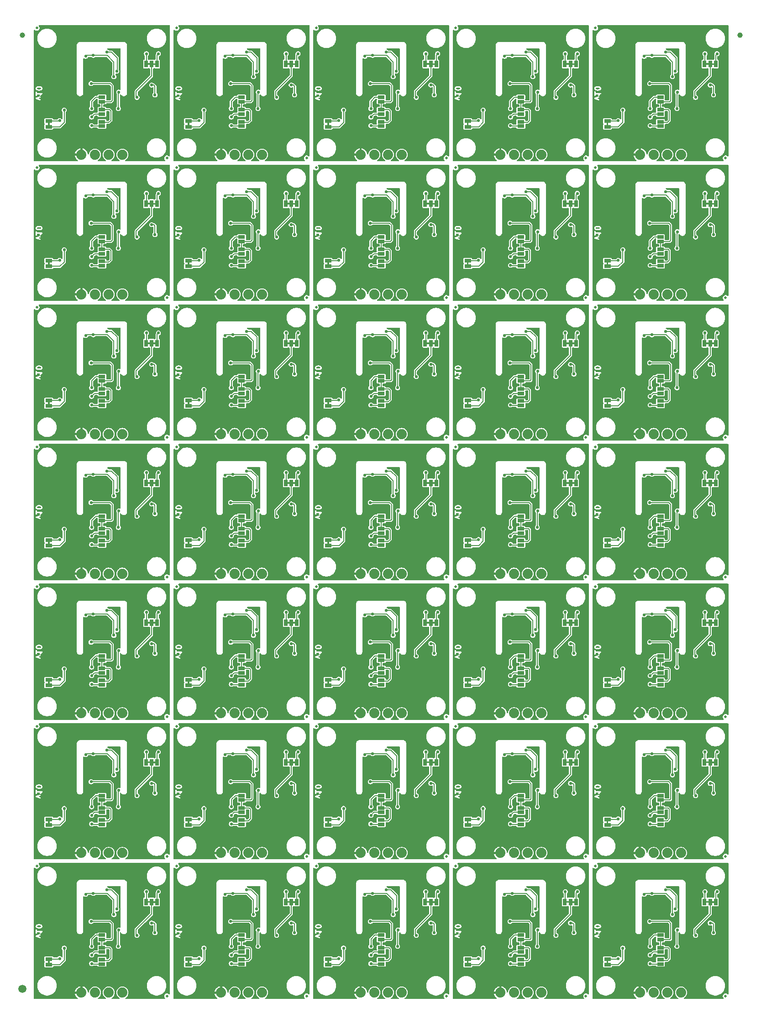
<source format=gbl>
%TF.GenerationSoftware,KiCad,Pcbnew,9.0.1*%
%TF.CreationDate,2025-06-06T10:29:03-06:00*%
%TF.ProjectId,SparkFun_STC31_panelized,53706172-6b46-4756-9e5f-53544333315f,v10*%
%TF.SameCoordinates,Original*%
%TF.FileFunction,Copper,L2,Bot*%
%TF.FilePolarity,Positive*%
%FSLAX46Y46*%
G04 Gerber Fmt 4.6, Leading zero omitted, Abs format (unit mm)*
G04 Created by KiCad (PCBNEW 9.0.1) date 2025-06-06 10:29:03*
%MOMM*%
%LPD*%
G01*
G04 APERTURE LIST*
%ADD10C,0.254000*%
%TA.AperFunction,EtchedComponent*%
%ADD11C,0.000000*%
%TD*%
%TA.AperFunction,SMDPad,CuDef*%
%ADD12C,1.000000*%
%TD*%
%TA.AperFunction,SMDPad,CuDef*%
%ADD13C,1.500000*%
%TD*%
%TA.AperFunction,SMDPad,CuDef*%
%ADD14R,1.270000X0.635000*%
%TD*%
%TA.AperFunction,SMDPad,CuDef*%
%ADD15C,0.500000*%
%TD*%
%TA.AperFunction,SMDPad,CuDef*%
%ADD16R,1.270000X0.660400*%
%TD*%
%TA.AperFunction,SMDPad,CuDef*%
%ADD17R,0.660400X1.270000*%
%TD*%
%TA.AperFunction,ComponentPad*%
%ADD18C,1.879600*%
%TD*%
%TA.AperFunction,ViaPad*%
%ADD19C,0.560000*%
%TD*%
%TA.AperFunction,Conductor*%
%ADD20C,0.203200*%
%TD*%
%TA.AperFunction,Conductor*%
%ADD21C,0.152400*%
%TD*%
G04 APERTURE END LIST*
D10*
G36*
X104919337Y169092935D02*
G01*
X104985193Y169060007D01*
X105004432Y169040768D01*
X105030187Y168989258D01*
X105030187Y168952456D01*
X105004432Y168900946D01*
X104985193Y168881707D01*
X104919337Y168848779D01*
X104754505Y168807571D01*
X104543868Y168807571D01*
X104379036Y168848779D01*
X104313178Y168881707D01*
X104293943Y168900943D01*
X104268187Y168952456D01*
X104268187Y168989258D01*
X104293943Y169040770D01*
X104313178Y169060006D01*
X104379036Y169092935D01*
X104543868Y169134143D01*
X104754505Y169134143D01*
X104919337Y169092935D01*
G37*
G36*
X105411187Y166637840D02*
G01*
X103887187Y166637840D01*
X103887187Y167150943D01*
X104015551Y167150943D01*
X104016473Y167132381D01*
X104015551Y167113819D01*
X104017694Y167107816D01*
X104018011Y167101451D01*
X104025966Y167084656D01*
X104032217Y167067154D01*
X104036495Y167062428D01*
X104039224Y167056667D01*
X104053001Y167044195D01*
X104065473Y167030418D01*
X104071234Y167027689D01*
X104075960Y167023411D01*
X104098472Y167012780D01*
X104775805Y166770875D01*
X104799958Y166764840D01*
X104849450Y166767300D01*
X104894234Y166788513D01*
X104927490Y166825249D01*
X104944156Y166871915D01*
X104941696Y166921406D01*
X104920482Y166966190D01*
X104883746Y166999446D01*
X104861234Y167010077D01*
X104518783Y167132381D01*
X104861234Y167254685D01*
X104883746Y167265316D01*
X104920482Y167298572D01*
X104941696Y167343356D01*
X104944156Y167392847D01*
X104927490Y167439513D01*
X104894234Y167476249D01*
X104849450Y167497462D01*
X104799958Y167499922D01*
X104775805Y167493887D01*
X104098472Y167251982D01*
X104075960Y167241351D01*
X104071234Y167237072D01*
X104065473Y167234344D01*
X104053001Y167220566D01*
X104039224Y167208095D01*
X104036495Y167202333D01*
X104032217Y167197608D01*
X104025966Y167180105D01*
X104018011Y167163311D01*
X104017694Y167156945D01*
X104015551Y167150943D01*
X103887187Y167150943D01*
X103887187Y168293524D01*
X104014187Y168293524D01*
X104014187Y167712952D01*
X104016627Y167688176D01*
X104035590Y167642395D01*
X104070630Y167607355D01*
X104116411Y167588392D01*
X104165963Y167588392D01*
X104211744Y167607355D01*
X104246784Y167642395D01*
X104265747Y167688176D01*
X104268187Y167712952D01*
X104268187Y167876238D01*
X104807813Y167876238D01*
X104801690Y167866510D01*
X104753309Y167769748D01*
X104744411Y167746497D01*
X104740898Y167697068D01*
X104756568Y167650057D01*
X104789036Y167612622D01*
X104833356Y167590462D01*
X104882785Y167586949D01*
X104929796Y167602619D01*
X104967231Y167635087D01*
X104980493Y167656156D01*
X105019656Y167734482D01*
X105092955Y167807782D01*
X105227634Y167897568D01*
X105227701Y167897623D01*
X105227744Y167897641D01*
X105227838Y167897735D01*
X105246895Y167913341D01*
X105253892Y167923789D01*
X105262784Y167932681D01*
X105267545Y167944175D01*
X105274469Y167954514D01*
X105276935Y167966844D01*
X105281747Y167978462D01*
X105281747Y167990905D01*
X105284187Y168003106D01*
X105281747Y168015439D01*
X105281747Y168028014D01*
X105276984Y168039511D01*
X105274570Y168051716D01*
X105267596Y168062176D01*
X105262784Y168073795D01*
X105253985Y168082593D01*
X105247084Y168092946D01*
X105236635Y168099943D01*
X105227744Y168108835D01*
X105216249Y168113596D01*
X105205911Y168120520D01*
X105193580Y168122986D01*
X105181963Y168127798D01*
X105157447Y168130212D01*
X105157319Y168130238D01*
X105157275Y168130229D01*
X105157187Y168130238D01*
X104268187Y168130238D01*
X104268187Y168293524D01*
X104265747Y168318300D01*
X104246784Y168364081D01*
X104211744Y168399121D01*
X104165963Y168418084D01*
X104116411Y168418084D01*
X104070630Y168399121D01*
X104035590Y168364081D01*
X104016627Y168318300D01*
X104014187Y168293524D01*
X103887187Y168293524D01*
X103887187Y169019238D01*
X104014187Y169019238D01*
X104014187Y168922476D01*
X104016627Y168897700D01*
X104018373Y168893483D01*
X104018697Y168888931D01*
X104027595Y168865680D01*
X104075976Y168768918D01*
X104082687Y168758255D01*
X104083971Y168755157D01*
X104086833Y168751669D01*
X104089238Y168747849D01*
X104091772Y168745650D01*
X104099765Y168735912D01*
X104148144Y168687532D01*
X104157885Y168679537D01*
X104160083Y168677003D01*
X104163900Y168674599D01*
X104167389Y168671737D01*
X104170488Y168670452D01*
X104181152Y168663741D01*
X104277914Y168615360D01*
X104279726Y168614666D01*
X104280464Y168614120D01*
X104290856Y168610407D01*
X104301165Y168606462D01*
X104302080Y168606396D01*
X104303908Y168605744D01*
X104497432Y168557363D01*
X104501727Y168556727D01*
X104503458Y168556011D01*
X104512787Y168555092D01*
X104522060Y168553721D01*
X104523912Y168553996D01*
X104528234Y168553571D01*
X104770139Y168553571D01*
X104774460Y168553996D01*
X104776313Y168553721D01*
X104785585Y168555092D01*
X104794915Y168556011D01*
X104796645Y168556727D01*
X104800941Y168557363D01*
X104994465Y168605744D01*
X104996292Y168606396D01*
X104997208Y168606462D01*
X105007508Y168610404D01*
X105017910Y168614120D01*
X105018648Y168614667D01*
X105020459Y168615360D01*
X105117221Y168663741D01*
X105127885Y168670454D01*
X105130983Y168671737D01*
X105134469Y168674598D01*
X105138290Y168677003D01*
X105140487Y168679536D01*
X105150228Y168687530D01*
X105198609Y168735911D01*
X105206602Y168745651D01*
X105209136Y168747849D01*
X105211540Y168751669D01*
X105214402Y168755156D01*
X105215684Y168758253D01*
X105222398Y168768918D01*
X105270779Y168865680D01*
X105279677Y168888931D01*
X105280000Y168893483D01*
X105281747Y168897700D01*
X105284187Y168922476D01*
X105284187Y169019238D01*
X105281747Y169044014D01*
X105280000Y169048230D01*
X105279677Y169052783D01*
X105270779Y169076034D01*
X105222398Y169172796D01*
X105215684Y169183460D01*
X105214402Y169186558D01*
X105211540Y169190044D01*
X105209136Y169193865D01*
X105206602Y169196062D01*
X105198609Y169205803D01*
X105150228Y169254184D01*
X105140487Y169262177D01*
X105138290Y169264711D01*
X105134469Y169267115D01*
X105130983Y169269977D01*
X105127885Y169271259D01*
X105117221Y169277973D01*
X105020459Y169326354D01*
X105018648Y169327046D01*
X105017910Y169327594D01*
X105007508Y169331309D01*
X104997208Y169335252D01*
X104996292Y169335317D01*
X104994465Y169335970D01*
X104800941Y169384351D01*
X104796645Y169384986D01*
X104794915Y169385703D01*
X104785585Y169386621D01*
X104776313Y169387993D01*
X104774460Y169387717D01*
X104770139Y169388143D01*
X104528234Y169388143D01*
X104523912Y169387717D01*
X104522060Y169387993D01*
X104512787Y169386621D01*
X104503458Y169385703D01*
X104501727Y169384986D01*
X104497432Y169384351D01*
X104303908Y169335970D01*
X104302080Y169335317D01*
X104301165Y169335252D01*
X104290856Y169331306D01*
X104280464Y169327594D01*
X104279726Y169327047D01*
X104277914Y169326354D01*
X104181152Y169277973D01*
X104170488Y169271261D01*
X104167389Y169269977D01*
X104163900Y169267114D01*
X104160083Y169264711D01*
X104157885Y169262176D01*
X104148144Y169254182D01*
X104099765Y169205802D01*
X104091772Y169196063D01*
X104089238Y169193865D01*
X104086833Y169190044D01*
X104083971Y169186557D01*
X104082687Y169183458D01*
X104075976Y169172796D01*
X104027595Y169076034D01*
X104018697Y169052783D01*
X104018373Y169048230D01*
X104016627Y169044014D01*
X104014187Y169019238D01*
X103887187Y169019238D01*
X103887187Y169515143D01*
X105411187Y169515143D01*
X105411187Y166637840D01*
G37*
G36*
X104919337Y143192935D02*
G01*
X104985193Y143160007D01*
X105004432Y143140768D01*
X105030187Y143089258D01*
X105030187Y143052456D01*
X105004432Y143000946D01*
X104985193Y142981707D01*
X104919337Y142948779D01*
X104754505Y142907571D01*
X104543868Y142907571D01*
X104379036Y142948779D01*
X104313178Y142981707D01*
X104293943Y143000943D01*
X104268187Y143052456D01*
X104268187Y143089258D01*
X104293943Y143140770D01*
X104313178Y143160006D01*
X104379036Y143192935D01*
X104543868Y143234143D01*
X104754505Y143234143D01*
X104919337Y143192935D01*
G37*
G36*
X105411187Y140737840D02*
G01*
X103887187Y140737840D01*
X103887187Y141250943D01*
X104015551Y141250943D01*
X104016473Y141232381D01*
X104015551Y141213819D01*
X104017694Y141207816D01*
X104018011Y141201451D01*
X104025966Y141184656D01*
X104032217Y141167154D01*
X104036495Y141162428D01*
X104039224Y141156667D01*
X104053001Y141144195D01*
X104065473Y141130418D01*
X104071234Y141127689D01*
X104075960Y141123411D01*
X104098472Y141112780D01*
X104775805Y140870875D01*
X104799958Y140864840D01*
X104849450Y140867300D01*
X104894234Y140888513D01*
X104927490Y140925249D01*
X104944156Y140971915D01*
X104941696Y141021406D01*
X104920482Y141066190D01*
X104883746Y141099446D01*
X104861234Y141110077D01*
X104518783Y141232381D01*
X104861234Y141354685D01*
X104883746Y141365316D01*
X104920482Y141398572D01*
X104941696Y141443356D01*
X104944156Y141492847D01*
X104927490Y141539513D01*
X104894234Y141576249D01*
X104849450Y141597462D01*
X104799958Y141599922D01*
X104775805Y141593887D01*
X104098472Y141351982D01*
X104075960Y141341351D01*
X104071234Y141337072D01*
X104065473Y141334344D01*
X104053001Y141320566D01*
X104039224Y141308095D01*
X104036495Y141302333D01*
X104032217Y141297608D01*
X104025966Y141280105D01*
X104018011Y141263311D01*
X104017694Y141256945D01*
X104015551Y141250943D01*
X103887187Y141250943D01*
X103887187Y142393524D01*
X104014187Y142393524D01*
X104014187Y141812952D01*
X104016627Y141788176D01*
X104035590Y141742395D01*
X104070630Y141707355D01*
X104116411Y141688392D01*
X104165963Y141688392D01*
X104211744Y141707355D01*
X104246784Y141742395D01*
X104265747Y141788176D01*
X104268187Y141812952D01*
X104268187Y141976238D01*
X104807813Y141976238D01*
X104801690Y141966510D01*
X104753309Y141869748D01*
X104744411Y141846497D01*
X104740898Y141797068D01*
X104756568Y141750057D01*
X104789036Y141712622D01*
X104833356Y141690462D01*
X104882785Y141686949D01*
X104929796Y141702619D01*
X104967231Y141735087D01*
X104980493Y141756156D01*
X105019656Y141834482D01*
X105092955Y141907782D01*
X105227634Y141997568D01*
X105227701Y141997623D01*
X105227744Y141997641D01*
X105227838Y141997735D01*
X105246895Y142013341D01*
X105253892Y142023789D01*
X105262784Y142032681D01*
X105267545Y142044175D01*
X105274469Y142054514D01*
X105276935Y142066844D01*
X105281747Y142078462D01*
X105281747Y142090905D01*
X105284187Y142103106D01*
X105281747Y142115439D01*
X105281747Y142128014D01*
X105276984Y142139511D01*
X105274570Y142151716D01*
X105267596Y142162176D01*
X105262784Y142173795D01*
X105253985Y142182593D01*
X105247084Y142192946D01*
X105236635Y142199943D01*
X105227744Y142208835D01*
X105216249Y142213596D01*
X105205911Y142220520D01*
X105193580Y142222986D01*
X105181963Y142227798D01*
X105157447Y142230212D01*
X105157319Y142230238D01*
X105157275Y142230229D01*
X105157187Y142230238D01*
X104268187Y142230238D01*
X104268187Y142393524D01*
X104265747Y142418300D01*
X104246784Y142464081D01*
X104211744Y142499121D01*
X104165963Y142518084D01*
X104116411Y142518084D01*
X104070630Y142499121D01*
X104035590Y142464081D01*
X104016627Y142418300D01*
X104014187Y142393524D01*
X103887187Y142393524D01*
X103887187Y143119238D01*
X104014187Y143119238D01*
X104014187Y143022476D01*
X104016627Y142997700D01*
X104018373Y142993483D01*
X104018697Y142988931D01*
X104027595Y142965680D01*
X104075976Y142868918D01*
X104082687Y142858255D01*
X104083971Y142855157D01*
X104086833Y142851669D01*
X104089238Y142847849D01*
X104091772Y142845650D01*
X104099765Y142835912D01*
X104148144Y142787532D01*
X104157885Y142779537D01*
X104160083Y142777003D01*
X104163900Y142774599D01*
X104167389Y142771737D01*
X104170488Y142770452D01*
X104181152Y142763741D01*
X104277914Y142715360D01*
X104279726Y142714666D01*
X104280464Y142714120D01*
X104290856Y142710407D01*
X104301165Y142706462D01*
X104302080Y142706396D01*
X104303908Y142705744D01*
X104497432Y142657363D01*
X104501727Y142656727D01*
X104503458Y142656011D01*
X104512787Y142655092D01*
X104522060Y142653721D01*
X104523912Y142653996D01*
X104528234Y142653571D01*
X104770139Y142653571D01*
X104774460Y142653996D01*
X104776313Y142653721D01*
X104785585Y142655092D01*
X104794915Y142656011D01*
X104796645Y142656727D01*
X104800941Y142657363D01*
X104994465Y142705744D01*
X104996292Y142706396D01*
X104997208Y142706462D01*
X105007508Y142710404D01*
X105017910Y142714120D01*
X105018648Y142714667D01*
X105020459Y142715360D01*
X105117221Y142763741D01*
X105127885Y142770454D01*
X105130983Y142771737D01*
X105134469Y142774598D01*
X105138290Y142777003D01*
X105140487Y142779536D01*
X105150228Y142787530D01*
X105198609Y142835911D01*
X105206602Y142845651D01*
X105209136Y142847849D01*
X105211540Y142851669D01*
X105214402Y142855156D01*
X105215684Y142858253D01*
X105222398Y142868918D01*
X105270779Y142965680D01*
X105279677Y142988931D01*
X105280000Y142993483D01*
X105281747Y142997700D01*
X105284187Y143022476D01*
X105284187Y143119238D01*
X105281747Y143144014D01*
X105280000Y143148230D01*
X105279677Y143152783D01*
X105270779Y143176034D01*
X105222398Y143272796D01*
X105215684Y143283460D01*
X105214402Y143286558D01*
X105211540Y143290044D01*
X105209136Y143293865D01*
X105206602Y143296062D01*
X105198609Y143305803D01*
X105150228Y143354184D01*
X105140487Y143362177D01*
X105138290Y143364711D01*
X105134469Y143367115D01*
X105130983Y143369977D01*
X105127885Y143371259D01*
X105117221Y143377973D01*
X105020459Y143426354D01*
X105018648Y143427046D01*
X105017910Y143427594D01*
X105007508Y143431309D01*
X104997208Y143435252D01*
X104996292Y143435317D01*
X104994465Y143435970D01*
X104800941Y143484351D01*
X104796645Y143484986D01*
X104794915Y143485703D01*
X104785585Y143486621D01*
X104776313Y143487993D01*
X104774460Y143487717D01*
X104770139Y143488143D01*
X104528234Y143488143D01*
X104523912Y143487717D01*
X104522060Y143487993D01*
X104512787Y143486621D01*
X104503458Y143485703D01*
X104501727Y143484986D01*
X104497432Y143484351D01*
X104303908Y143435970D01*
X104302080Y143435317D01*
X104301165Y143435252D01*
X104290856Y143431306D01*
X104280464Y143427594D01*
X104279726Y143427047D01*
X104277914Y143426354D01*
X104181152Y143377973D01*
X104170488Y143371261D01*
X104167389Y143369977D01*
X104163900Y143367114D01*
X104160083Y143364711D01*
X104157885Y143362176D01*
X104148144Y143354182D01*
X104099765Y143305802D01*
X104091772Y143296063D01*
X104089238Y143293865D01*
X104086833Y143290044D01*
X104083971Y143286557D01*
X104082687Y143283458D01*
X104075976Y143272796D01*
X104027595Y143176034D01*
X104018697Y143152783D01*
X104018373Y143148230D01*
X104016627Y143144014D01*
X104014187Y143119238D01*
X103887187Y143119238D01*
X103887187Y143615143D01*
X105411187Y143615143D01*
X105411187Y140737840D01*
G37*
G36*
X104919337Y117292935D02*
G01*
X104985193Y117260007D01*
X105004432Y117240768D01*
X105030187Y117189258D01*
X105030187Y117152456D01*
X105004432Y117100946D01*
X104985193Y117081707D01*
X104919337Y117048779D01*
X104754505Y117007571D01*
X104543868Y117007571D01*
X104379036Y117048779D01*
X104313178Y117081707D01*
X104293943Y117100943D01*
X104268187Y117152456D01*
X104268187Y117189258D01*
X104293943Y117240770D01*
X104313178Y117260006D01*
X104379036Y117292935D01*
X104543868Y117334143D01*
X104754505Y117334143D01*
X104919337Y117292935D01*
G37*
G36*
X105411187Y114837840D02*
G01*
X103887187Y114837840D01*
X103887187Y115350943D01*
X104015551Y115350943D01*
X104016473Y115332381D01*
X104015551Y115313819D01*
X104017694Y115307816D01*
X104018011Y115301451D01*
X104025966Y115284656D01*
X104032217Y115267154D01*
X104036495Y115262428D01*
X104039224Y115256667D01*
X104053001Y115244195D01*
X104065473Y115230418D01*
X104071234Y115227689D01*
X104075960Y115223411D01*
X104098472Y115212780D01*
X104775805Y114970875D01*
X104799958Y114964840D01*
X104849450Y114967300D01*
X104894234Y114988513D01*
X104927490Y115025249D01*
X104944156Y115071915D01*
X104941696Y115121406D01*
X104920482Y115166190D01*
X104883746Y115199446D01*
X104861234Y115210077D01*
X104518783Y115332381D01*
X104861234Y115454685D01*
X104883746Y115465316D01*
X104920482Y115498572D01*
X104941696Y115543356D01*
X104944156Y115592847D01*
X104927490Y115639513D01*
X104894234Y115676249D01*
X104849450Y115697462D01*
X104799958Y115699922D01*
X104775805Y115693887D01*
X104098472Y115451982D01*
X104075960Y115441351D01*
X104071234Y115437072D01*
X104065473Y115434344D01*
X104053001Y115420566D01*
X104039224Y115408095D01*
X104036495Y115402333D01*
X104032217Y115397608D01*
X104025966Y115380105D01*
X104018011Y115363311D01*
X104017694Y115356945D01*
X104015551Y115350943D01*
X103887187Y115350943D01*
X103887187Y116493524D01*
X104014187Y116493524D01*
X104014187Y115912952D01*
X104016627Y115888176D01*
X104035590Y115842395D01*
X104070630Y115807355D01*
X104116411Y115788392D01*
X104165963Y115788392D01*
X104211744Y115807355D01*
X104246784Y115842395D01*
X104265747Y115888176D01*
X104268187Y115912952D01*
X104268187Y116076238D01*
X104807813Y116076238D01*
X104801690Y116066510D01*
X104753309Y115969748D01*
X104744411Y115946497D01*
X104740898Y115897068D01*
X104756568Y115850057D01*
X104789036Y115812622D01*
X104833356Y115790462D01*
X104882785Y115786949D01*
X104929796Y115802619D01*
X104967231Y115835087D01*
X104980493Y115856156D01*
X105019656Y115934482D01*
X105092955Y116007782D01*
X105227634Y116097568D01*
X105227701Y116097623D01*
X105227744Y116097641D01*
X105227838Y116097735D01*
X105246895Y116113341D01*
X105253892Y116123789D01*
X105262784Y116132681D01*
X105267545Y116144175D01*
X105274469Y116154514D01*
X105276935Y116166844D01*
X105281747Y116178462D01*
X105281747Y116190905D01*
X105284187Y116203106D01*
X105281747Y116215439D01*
X105281747Y116228014D01*
X105276984Y116239511D01*
X105274570Y116251716D01*
X105267596Y116262176D01*
X105262784Y116273795D01*
X105253985Y116282593D01*
X105247084Y116292946D01*
X105236635Y116299943D01*
X105227744Y116308835D01*
X105216249Y116313596D01*
X105205911Y116320520D01*
X105193580Y116322986D01*
X105181963Y116327798D01*
X105157447Y116330212D01*
X105157319Y116330238D01*
X105157275Y116330229D01*
X105157187Y116330238D01*
X104268187Y116330238D01*
X104268187Y116493524D01*
X104265747Y116518300D01*
X104246784Y116564081D01*
X104211744Y116599121D01*
X104165963Y116618084D01*
X104116411Y116618084D01*
X104070630Y116599121D01*
X104035590Y116564081D01*
X104016627Y116518300D01*
X104014187Y116493524D01*
X103887187Y116493524D01*
X103887187Y117219238D01*
X104014187Y117219238D01*
X104014187Y117122476D01*
X104016627Y117097700D01*
X104018373Y117093483D01*
X104018697Y117088931D01*
X104027595Y117065680D01*
X104075976Y116968918D01*
X104082687Y116958255D01*
X104083971Y116955157D01*
X104086833Y116951669D01*
X104089238Y116947849D01*
X104091772Y116945650D01*
X104099765Y116935912D01*
X104148144Y116887532D01*
X104157885Y116879537D01*
X104160083Y116877003D01*
X104163900Y116874599D01*
X104167389Y116871737D01*
X104170488Y116870452D01*
X104181152Y116863741D01*
X104277914Y116815360D01*
X104279726Y116814666D01*
X104280464Y116814120D01*
X104290856Y116810407D01*
X104301165Y116806462D01*
X104302080Y116806396D01*
X104303908Y116805744D01*
X104497432Y116757363D01*
X104501727Y116756727D01*
X104503458Y116756011D01*
X104512787Y116755092D01*
X104522060Y116753721D01*
X104523912Y116753996D01*
X104528234Y116753571D01*
X104770139Y116753571D01*
X104774460Y116753996D01*
X104776313Y116753721D01*
X104785585Y116755092D01*
X104794915Y116756011D01*
X104796645Y116756727D01*
X104800941Y116757363D01*
X104994465Y116805744D01*
X104996292Y116806396D01*
X104997208Y116806462D01*
X105007508Y116810404D01*
X105017910Y116814120D01*
X105018648Y116814667D01*
X105020459Y116815360D01*
X105117221Y116863741D01*
X105127885Y116870454D01*
X105130983Y116871737D01*
X105134469Y116874598D01*
X105138290Y116877003D01*
X105140487Y116879536D01*
X105150228Y116887530D01*
X105198609Y116935911D01*
X105206602Y116945651D01*
X105209136Y116947849D01*
X105211540Y116951669D01*
X105214402Y116955156D01*
X105215684Y116958253D01*
X105222398Y116968918D01*
X105270779Y117065680D01*
X105279677Y117088931D01*
X105280000Y117093483D01*
X105281747Y117097700D01*
X105284187Y117122476D01*
X105284187Y117219238D01*
X105281747Y117244014D01*
X105280000Y117248230D01*
X105279677Y117252783D01*
X105270779Y117276034D01*
X105222398Y117372796D01*
X105215684Y117383460D01*
X105214402Y117386558D01*
X105211540Y117390044D01*
X105209136Y117393865D01*
X105206602Y117396062D01*
X105198609Y117405803D01*
X105150228Y117454184D01*
X105140487Y117462177D01*
X105138290Y117464711D01*
X105134469Y117467115D01*
X105130983Y117469977D01*
X105127885Y117471259D01*
X105117221Y117477973D01*
X105020459Y117526354D01*
X105018648Y117527046D01*
X105017910Y117527594D01*
X105007508Y117531309D01*
X104997208Y117535252D01*
X104996292Y117535317D01*
X104994465Y117535970D01*
X104800941Y117584351D01*
X104796645Y117584986D01*
X104794915Y117585703D01*
X104785585Y117586621D01*
X104776313Y117587993D01*
X104774460Y117587717D01*
X104770139Y117588143D01*
X104528234Y117588143D01*
X104523912Y117587717D01*
X104522060Y117587993D01*
X104512787Y117586621D01*
X104503458Y117585703D01*
X104501727Y117584986D01*
X104497432Y117584351D01*
X104303908Y117535970D01*
X104302080Y117535317D01*
X104301165Y117535252D01*
X104290856Y117531306D01*
X104280464Y117527594D01*
X104279726Y117527047D01*
X104277914Y117526354D01*
X104181152Y117477973D01*
X104170488Y117471261D01*
X104167389Y117469977D01*
X104163900Y117467114D01*
X104160083Y117464711D01*
X104157885Y117462176D01*
X104148144Y117454182D01*
X104099765Y117405802D01*
X104091772Y117396063D01*
X104089238Y117393865D01*
X104086833Y117390044D01*
X104083971Y117386557D01*
X104082687Y117383458D01*
X104075976Y117372796D01*
X104027595Y117276034D01*
X104018697Y117252783D01*
X104018373Y117248230D01*
X104016627Y117244014D01*
X104014187Y117219238D01*
X103887187Y117219238D01*
X103887187Y117715143D01*
X105411187Y117715143D01*
X105411187Y114837840D01*
G37*
G36*
X104919337Y91392936D02*
G01*
X104985193Y91360008D01*
X105004432Y91340769D01*
X105030187Y91289259D01*
X105030187Y91252457D01*
X105004432Y91200947D01*
X104985193Y91181708D01*
X104919337Y91148780D01*
X104754505Y91107572D01*
X104543868Y91107572D01*
X104379036Y91148780D01*
X104313178Y91181709D01*
X104293943Y91200945D01*
X104268187Y91252457D01*
X104268187Y91289259D01*
X104293943Y91340772D01*
X104313178Y91360008D01*
X104379036Y91392936D01*
X104543868Y91434144D01*
X104754505Y91434144D01*
X104919337Y91392936D01*
G37*
G36*
X105411187Y88937841D02*
G01*
X103887187Y88937841D01*
X103887187Y89450944D01*
X104015551Y89450944D01*
X104016473Y89432382D01*
X104015551Y89413820D01*
X104017694Y89407818D01*
X104018011Y89401452D01*
X104025966Y89384658D01*
X104032217Y89367155D01*
X104036495Y89362430D01*
X104039224Y89356668D01*
X104053001Y89344197D01*
X104065473Y89330419D01*
X104071234Y89327691D01*
X104075960Y89323412D01*
X104098472Y89312781D01*
X104775805Y89070876D01*
X104799958Y89064841D01*
X104849450Y89067301D01*
X104894234Y89088514D01*
X104927490Y89125250D01*
X104944156Y89171916D01*
X104941696Y89221407D01*
X104920482Y89266191D01*
X104883746Y89299447D01*
X104861234Y89310078D01*
X104518783Y89432382D01*
X104861234Y89554686D01*
X104883746Y89565317D01*
X104920482Y89598573D01*
X104941696Y89643357D01*
X104944156Y89692848D01*
X104927490Y89739514D01*
X104894234Y89776250D01*
X104849450Y89797463D01*
X104799958Y89799923D01*
X104775805Y89793888D01*
X104098472Y89551983D01*
X104075960Y89541352D01*
X104071234Y89537074D01*
X104065473Y89534345D01*
X104053001Y89520568D01*
X104039224Y89508096D01*
X104036495Y89502335D01*
X104032217Y89497609D01*
X104025966Y89480107D01*
X104018011Y89463312D01*
X104017694Y89456947D01*
X104015551Y89450944D01*
X103887187Y89450944D01*
X103887187Y90593525D01*
X104014187Y90593525D01*
X104014187Y90012953D01*
X104016627Y89988177D01*
X104035590Y89942396D01*
X104070630Y89907356D01*
X104116411Y89888393D01*
X104165963Y89888393D01*
X104211744Y89907356D01*
X104246784Y89942396D01*
X104265747Y89988177D01*
X104268187Y90012953D01*
X104268187Y90176239D01*
X104807813Y90176239D01*
X104801690Y90166511D01*
X104753309Y90069749D01*
X104744411Y90046498D01*
X104740898Y89997069D01*
X104756568Y89950058D01*
X104789036Y89912623D01*
X104833356Y89890463D01*
X104882785Y89886950D01*
X104929796Y89902620D01*
X104967231Y89935088D01*
X104980493Y89956157D01*
X105019656Y90034484D01*
X105092955Y90107784D01*
X105227634Y90197569D01*
X105227701Y90197625D01*
X105227744Y90197642D01*
X105227838Y90197737D01*
X105246895Y90213342D01*
X105253892Y90223791D01*
X105262784Y90232682D01*
X105267545Y90244177D01*
X105274469Y90254515D01*
X105276935Y90266846D01*
X105281747Y90278463D01*
X105281747Y90290907D01*
X105284187Y90303107D01*
X105281747Y90315441D01*
X105281747Y90328015D01*
X105276984Y90339513D01*
X105274570Y90351717D01*
X105267596Y90362178D01*
X105262784Y90373796D01*
X105253985Y90382595D01*
X105247084Y90392947D01*
X105236635Y90399945D01*
X105227744Y90408836D01*
X105216249Y90413598D01*
X105205911Y90420521D01*
X105193580Y90422988D01*
X105181963Y90427799D01*
X105157447Y90430214D01*
X105157319Y90430239D01*
X105157275Y90430231D01*
X105157187Y90430239D01*
X104268187Y90430239D01*
X104268187Y90593525D01*
X104265747Y90618301D01*
X104246784Y90664082D01*
X104211744Y90699122D01*
X104165963Y90718085D01*
X104116411Y90718085D01*
X104070630Y90699122D01*
X104035590Y90664082D01*
X104016627Y90618301D01*
X104014187Y90593525D01*
X103887187Y90593525D01*
X103887187Y91319239D01*
X104014187Y91319239D01*
X104014187Y91222477D01*
X104016627Y91197701D01*
X104018373Y91193485D01*
X104018697Y91188932D01*
X104027595Y91165681D01*
X104075976Y91068919D01*
X104082687Y91058257D01*
X104083971Y91055158D01*
X104086833Y91051671D01*
X104089238Y91047850D01*
X104091772Y91045652D01*
X104099765Y91035913D01*
X104148144Y90987533D01*
X104157885Y90979539D01*
X104160083Y90977004D01*
X104163900Y90974601D01*
X104167389Y90971738D01*
X104170488Y90970454D01*
X104181152Y90963742D01*
X104277914Y90915361D01*
X104279726Y90914668D01*
X104280464Y90914121D01*
X104290856Y90910409D01*
X104301165Y90906463D01*
X104302080Y90906398D01*
X104303908Y90905745D01*
X104497432Y90857364D01*
X104501727Y90856729D01*
X104503458Y90856012D01*
X104512787Y90855094D01*
X104522060Y90853722D01*
X104523912Y90853998D01*
X104528234Y90853572D01*
X104770139Y90853572D01*
X104774460Y90853998D01*
X104776313Y90853722D01*
X104785585Y90855094D01*
X104794915Y90856012D01*
X104796645Y90856729D01*
X104800941Y90857364D01*
X104994465Y90905745D01*
X104996292Y90906398D01*
X104997208Y90906463D01*
X105007508Y90910406D01*
X105017910Y90914121D01*
X105018648Y90914669D01*
X105020459Y90915361D01*
X105117221Y90963742D01*
X105127885Y90970456D01*
X105130983Y90971738D01*
X105134469Y90974600D01*
X105138290Y90977004D01*
X105140487Y90979538D01*
X105150228Y90987531D01*
X105198609Y91035912D01*
X105206602Y91045653D01*
X105209136Y91047850D01*
X105211540Y91051671D01*
X105214402Y91055157D01*
X105215684Y91058255D01*
X105222398Y91068919D01*
X105270779Y91165681D01*
X105279677Y91188932D01*
X105280000Y91193485D01*
X105281747Y91197701D01*
X105284187Y91222477D01*
X105284187Y91319239D01*
X105281747Y91344015D01*
X105280000Y91348232D01*
X105279677Y91352784D01*
X105270779Y91376035D01*
X105222398Y91472797D01*
X105215684Y91483462D01*
X105214402Y91486559D01*
X105211540Y91490046D01*
X105209136Y91493866D01*
X105206602Y91496064D01*
X105198609Y91505804D01*
X105150228Y91554185D01*
X105140487Y91562179D01*
X105138290Y91564712D01*
X105134469Y91567117D01*
X105130983Y91569978D01*
X105127885Y91571261D01*
X105117221Y91577974D01*
X105020459Y91626355D01*
X105018648Y91627048D01*
X105017910Y91627595D01*
X105007508Y91631311D01*
X104997208Y91635253D01*
X104996292Y91635319D01*
X104994465Y91635971D01*
X104800941Y91684352D01*
X104796645Y91684988D01*
X104794915Y91685704D01*
X104785585Y91686623D01*
X104776313Y91687994D01*
X104774460Y91687719D01*
X104770139Y91688144D01*
X104528234Y91688144D01*
X104523912Y91687719D01*
X104522060Y91687994D01*
X104512787Y91686623D01*
X104503458Y91685704D01*
X104501727Y91684988D01*
X104497432Y91684352D01*
X104303908Y91635971D01*
X104302080Y91635319D01*
X104301165Y91635253D01*
X104290856Y91631308D01*
X104280464Y91627595D01*
X104279726Y91627049D01*
X104277914Y91626355D01*
X104181152Y91577974D01*
X104170488Y91571263D01*
X104167389Y91569978D01*
X104163900Y91567116D01*
X104160083Y91564712D01*
X104157885Y91562178D01*
X104148144Y91554183D01*
X104099765Y91505803D01*
X104091772Y91496065D01*
X104089238Y91493866D01*
X104086833Y91490046D01*
X104083971Y91486558D01*
X104082687Y91483460D01*
X104075976Y91472797D01*
X104027595Y91376035D01*
X104018697Y91352784D01*
X104018373Y91348232D01*
X104016627Y91344015D01*
X104014187Y91319239D01*
X103887187Y91319239D01*
X103887187Y91815144D01*
X105411187Y91815144D01*
X105411187Y88937841D01*
G37*
G36*
X104919337Y65492936D02*
G01*
X104985193Y65460008D01*
X105004432Y65440769D01*
X105030187Y65389259D01*
X105030187Y65352457D01*
X105004432Y65300947D01*
X104985193Y65281708D01*
X104919337Y65248780D01*
X104754505Y65207572D01*
X104543868Y65207572D01*
X104379036Y65248780D01*
X104313178Y65281709D01*
X104293943Y65300945D01*
X104268187Y65352457D01*
X104268187Y65389259D01*
X104293943Y65440772D01*
X104313178Y65460008D01*
X104379036Y65492936D01*
X104543868Y65534144D01*
X104754505Y65534144D01*
X104919337Y65492936D01*
G37*
G36*
X105411187Y63037841D02*
G01*
X103887187Y63037841D01*
X103887187Y63550944D01*
X104015551Y63550944D01*
X104016473Y63532382D01*
X104015551Y63513820D01*
X104017694Y63507818D01*
X104018011Y63501452D01*
X104025966Y63484658D01*
X104032217Y63467155D01*
X104036495Y63462430D01*
X104039224Y63456668D01*
X104053001Y63444197D01*
X104065473Y63430419D01*
X104071234Y63427691D01*
X104075960Y63423412D01*
X104098472Y63412781D01*
X104775805Y63170876D01*
X104799958Y63164841D01*
X104849450Y63167301D01*
X104894234Y63188514D01*
X104927490Y63225250D01*
X104944156Y63271916D01*
X104941696Y63321407D01*
X104920482Y63366191D01*
X104883746Y63399447D01*
X104861234Y63410078D01*
X104518783Y63532382D01*
X104861234Y63654686D01*
X104883746Y63665317D01*
X104920482Y63698573D01*
X104941696Y63743357D01*
X104944156Y63792848D01*
X104927490Y63839514D01*
X104894234Y63876250D01*
X104849450Y63897463D01*
X104799958Y63899923D01*
X104775805Y63893888D01*
X104098472Y63651983D01*
X104075960Y63641352D01*
X104071234Y63637074D01*
X104065473Y63634345D01*
X104053001Y63620568D01*
X104039224Y63608096D01*
X104036495Y63602335D01*
X104032217Y63597609D01*
X104025966Y63580107D01*
X104018011Y63563312D01*
X104017694Y63556947D01*
X104015551Y63550944D01*
X103887187Y63550944D01*
X103887187Y64693525D01*
X104014187Y64693525D01*
X104014187Y64112953D01*
X104016627Y64088177D01*
X104035590Y64042396D01*
X104070630Y64007356D01*
X104116411Y63988393D01*
X104165963Y63988393D01*
X104211744Y64007356D01*
X104246784Y64042396D01*
X104265747Y64088177D01*
X104268187Y64112953D01*
X104268187Y64276239D01*
X104807813Y64276239D01*
X104801690Y64266511D01*
X104753309Y64169749D01*
X104744411Y64146498D01*
X104740898Y64097069D01*
X104756568Y64050058D01*
X104789036Y64012623D01*
X104833356Y63990463D01*
X104882785Y63986950D01*
X104929796Y64002620D01*
X104967231Y64035088D01*
X104980493Y64056157D01*
X105019656Y64134484D01*
X105092955Y64207784D01*
X105227634Y64297569D01*
X105227701Y64297625D01*
X105227744Y64297642D01*
X105227838Y64297737D01*
X105246895Y64313342D01*
X105253892Y64323791D01*
X105262784Y64332682D01*
X105267545Y64344177D01*
X105274469Y64354515D01*
X105276935Y64366846D01*
X105281747Y64378463D01*
X105281747Y64390907D01*
X105284187Y64403107D01*
X105281747Y64415441D01*
X105281747Y64428015D01*
X105276984Y64439513D01*
X105274570Y64451717D01*
X105267596Y64462178D01*
X105262784Y64473796D01*
X105253985Y64482595D01*
X105247084Y64492947D01*
X105236635Y64499945D01*
X105227744Y64508836D01*
X105216249Y64513598D01*
X105205911Y64520521D01*
X105193580Y64522988D01*
X105181963Y64527799D01*
X105157447Y64530214D01*
X105157319Y64530239D01*
X105157275Y64530231D01*
X105157187Y64530239D01*
X104268187Y64530239D01*
X104268187Y64693525D01*
X104265747Y64718301D01*
X104246784Y64764082D01*
X104211744Y64799122D01*
X104165963Y64818085D01*
X104116411Y64818085D01*
X104070630Y64799122D01*
X104035590Y64764082D01*
X104016627Y64718301D01*
X104014187Y64693525D01*
X103887187Y64693525D01*
X103887187Y65419239D01*
X104014187Y65419239D01*
X104014187Y65322477D01*
X104016627Y65297701D01*
X104018373Y65293485D01*
X104018697Y65288932D01*
X104027595Y65265681D01*
X104075976Y65168919D01*
X104082687Y65158257D01*
X104083971Y65155158D01*
X104086833Y65151671D01*
X104089238Y65147850D01*
X104091772Y65145652D01*
X104099765Y65135913D01*
X104148144Y65087533D01*
X104157885Y65079539D01*
X104160083Y65077004D01*
X104163900Y65074601D01*
X104167389Y65071738D01*
X104170488Y65070454D01*
X104181152Y65063742D01*
X104277914Y65015361D01*
X104279726Y65014668D01*
X104280464Y65014121D01*
X104290856Y65010409D01*
X104301165Y65006463D01*
X104302080Y65006398D01*
X104303908Y65005745D01*
X104497432Y64957364D01*
X104501727Y64956729D01*
X104503458Y64956012D01*
X104512787Y64955094D01*
X104522060Y64953722D01*
X104523912Y64953998D01*
X104528234Y64953572D01*
X104770139Y64953572D01*
X104774460Y64953998D01*
X104776313Y64953722D01*
X104785585Y64955094D01*
X104794915Y64956012D01*
X104796645Y64956729D01*
X104800941Y64957364D01*
X104994465Y65005745D01*
X104996292Y65006398D01*
X104997208Y65006463D01*
X105007508Y65010406D01*
X105017910Y65014121D01*
X105018648Y65014669D01*
X105020459Y65015361D01*
X105117221Y65063742D01*
X105127885Y65070456D01*
X105130983Y65071738D01*
X105134469Y65074600D01*
X105138290Y65077004D01*
X105140487Y65079538D01*
X105150228Y65087531D01*
X105198609Y65135912D01*
X105206602Y65145653D01*
X105209136Y65147850D01*
X105211540Y65151671D01*
X105214402Y65155157D01*
X105215684Y65158255D01*
X105222398Y65168919D01*
X105270779Y65265681D01*
X105279677Y65288932D01*
X105280000Y65293485D01*
X105281747Y65297701D01*
X105284187Y65322477D01*
X105284187Y65419239D01*
X105281747Y65444015D01*
X105280000Y65448232D01*
X105279677Y65452784D01*
X105270779Y65476035D01*
X105222398Y65572797D01*
X105215684Y65583462D01*
X105214402Y65586559D01*
X105211540Y65590046D01*
X105209136Y65593866D01*
X105206602Y65596064D01*
X105198609Y65605804D01*
X105150228Y65654185D01*
X105140487Y65662179D01*
X105138290Y65664712D01*
X105134469Y65667117D01*
X105130983Y65669978D01*
X105127885Y65671261D01*
X105117221Y65677974D01*
X105020459Y65726355D01*
X105018648Y65727048D01*
X105017910Y65727595D01*
X105007508Y65731311D01*
X104997208Y65735253D01*
X104996292Y65735319D01*
X104994465Y65735971D01*
X104800941Y65784352D01*
X104796645Y65784988D01*
X104794915Y65785704D01*
X104785585Y65786623D01*
X104776313Y65787994D01*
X104774460Y65787719D01*
X104770139Y65788144D01*
X104528234Y65788144D01*
X104523912Y65787719D01*
X104522060Y65787994D01*
X104512787Y65786623D01*
X104503458Y65785704D01*
X104501727Y65784988D01*
X104497432Y65784352D01*
X104303908Y65735971D01*
X104302080Y65735319D01*
X104301165Y65735253D01*
X104290856Y65731308D01*
X104280464Y65727595D01*
X104279726Y65727049D01*
X104277914Y65726355D01*
X104181152Y65677974D01*
X104170488Y65671263D01*
X104167389Y65669978D01*
X104163900Y65667116D01*
X104160083Y65664712D01*
X104157885Y65662178D01*
X104148144Y65654183D01*
X104099765Y65605803D01*
X104091772Y65596065D01*
X104089238Y65593866D01*
X104086833Y65590046D01*
X104083971Y65586558D01*
X104082687Y65583460D01*
X104075976Y65572797D01*
X104027595Y65476035D01*
X104018697Y65452784D01*
X104018373Y65448232D01*
X104016627Y65444015D01*
X104014187Y65419239D01*
X103887187Y65419239D01*
X103887187Y65915144D01*
X105411187Y65915144D01*
X105411187Y63037841D01*
G37*
G36*
X104919337Y39592936D02*
G01*
X104985193Y39560008D01*
X105004432Y39540769D01*
X105030187Y39489259D01*
X105030187Y39452457D01*
X105004432Y39400947D01*
X104985193Y39381708D01*
X104919337Y39348780D01*
X104754505Y39307572D01*
X104543868Y39307572D01*
X104379036Y39348780D01*
X104313178Y39381709D01*
X104293943Y39400945D01*
X104268187Y39452457D01*
X104268187Y39489259D01*
X104293943Y39540772D01*
X104313178Y39560008D01*
X104379036Y39592936D01*
X104543868Y39634144D01*
X104754505Y39634144D01*
X104919337Y39592936D01*
G37*
G36*
X105411187Y37137841D02*
G01*
X103887187Y37137841D01*
X103887187Y37650944D01*
X104015551Y37650944D01*
X104016473Y37632382D01*
X104015551Y37613820D01*
X104017694Y37607818D01*
X104018011Y37601452D01*
X104025966Y37584658D01*
X104032217Y37567155D01*
X104036495Y37562430D01*
X104039224Y37556668D01*
X104053001Y37544197D01*
X104065473Y37530419D01*
X104071234Y37527691D01*
X104075960Y37523412D01*
X104098472Y37512781D01*
X104775805Y37270876D01*
X104799958Y37264841D01*
X104849450Y37267301D01*
X104894234Y37288514D01*
X104927490Y37325250D01*
X104944156Y37371916D01*
X104941696Y37421407D01*
X104920482Y37466191D01*
X104883746Y37499447D01*
X104861234Y37510078D01*
X104518783Y37632382D01*
X104861234Y37754686D01*
X104883746Y37765317D01*
X104920482Y37798573D01*
X104941696Y37843357D01*
X104944156Y37892848D01*
X104927490Y37939514D01*
X104894234Y37976250D01*
X104849450Y37997463D01*
X104799958Y37999923D01*
X104775805Y37993888D01*
X104098472Y37751983D01*
X104075960Y37741352D01*
X104071234Y37737074D01*
X104065473Y37734345D01*
X104053001Y37720568D01*
X104039224Y37708096D01*
X104036495Y37702335D01*
X104032217Y37697609D01*
X104025966Y37680107D01*
X104018011Y37663312D01*
X104017694Y37656947D01*
X104015551Y37650944D01*
X103887187Y37650944D01*
X103887187Y38793525D01*
X104014187Y38793525D01*
X104014187Y38212953D01*
X104016627Y38188177D01*
X104035590Y38142396D01*
X104070630Y38107356D01*
X104116411Y38088393D01*
X104165963Y38088393D01*
X104211744Y38107356D01*
X104246784Y38142396D01*
X104265747Y38188177D01*
X104268187Y38212953D01*
X104268187Y38376239D01*
X104807813Y38376239D01*
X104801690Y38366511D01*
X104753309Y38269749D01*
X104744411Y38246498D01*
X104740898Y38197069D01*
X104756568Y38150058D01*
X104789036Y38112623D01*
X104833356Y38090463D01*
X104882785Y38086950D01*
X104929796Y38102620D01*
X104967231Y38135088D01*
X104980493Y38156157D01*
X105019656Y38234484D01*
X105092955Y38307784D01*
X105227634Y38397569D01*
X105227701Y38397625D01*
X105227744Y38397642D01*
X105227838Y38397737D01*
X105246895Y38413342D01*
X105253892Y38423791D01*
X105262784Y38432682D01*
X105267545Y38444177D01*
X105274469Y38454515D01*
X105276935Y38466846D01*
X105281747Y38478463D01*
X105281747Y38490907D01*
X105284187Y38503107D01*
X105281747Y38515441D01*
X105281747Y38528015D01*
X105276984Y38539513D01*
X105274570Y38551717D01*
X105267596Y38562178D01*
X105262784Y38573796D01*
X105253985Y38582595D01*
X105247084Y38592947D01*
X105236635Y38599945D01*
X105227744Y38608836D01*
X105216249Y38613598D01*
X105205911Y38620521D01*
X105193580Y38622988D01*
X105181963Y38627799D01*
X105157447Y38630214D01*
X105157319Y38630239D01*
X105157275Y38630231D01*
X105157187Y38630239D01*
X104268187Y38630239D01*
X104268187Y38793525D01*
X104265747Y38818301D01*
X104246784Y38864082D01*
X104211744Y38899122D01*
X104165963Y38918085D01*
X104116411Y38918085D01*
X104070630Y38899122D01*
X104035590Y38864082D01*
X104016627Y38818301D01*
X104014187Y38793525D01*
X103887187Y38793525D01*
X103887187Y39519239D01*
X104014187Y39519239D01*
X104014187Y39422477D01*
X104016627Y39397701D01*
X104018373Y39393485D01*
X104018697Y39388932D01*
X104027595Y39365681D01*
X104075976Y39268919D01*
X104082687Y39258257D01*
X104083971Y39255158D01*
X104086833Y39251671D01*
X104089238Y39247850D01*
X104091772Y39245652D01*
X104099765Y39235913D01*
X104148144Y39187533D01*
X104157885Y39179539D01*
X104160083Y39177004D01*
X104163900Y39174601D01*
X104167389Y39171738D01*
X104170488Y39170454D01*
X104181152Y39163742D01*
X104277914Y39115361D01*
X104279726Y39114668D01*
X104280464Y39114121D01*
X104290856Y39110409D01*
X104301165Y39106463D01*
X104302080Y39106398D01*
X104303908Y39105745D01*
X104497432Y39057364D01*
X104501727Y39056729D01*
X104503458Y39056012D01*
X104512787Y39055094D01*
X104522060Y39053722D01*
X104523912Y39053998D01*
X104528234Y39053572D01*
X104770139Y39053572D01*
X104774460Y39053998D01*
X104776313Y39053722D01*
X104785585Y39055094D01*
X104794915Y39056012D01*
X104796645Y39056729D01*
X104800941Y39057364D01*
X104994465Y39105745D01*
X104996292Y39106398D01*
X104997208Y39106463D01*
X105007508Y39110406D01*
X105017910Y39114121D01*
X105018648Y39114669D01*
X105020459Y39115361D01*
X105117221Y39163742D01*
X105127885Y39170456D01*
X105130983Y39171738D01*
X105134469Y39174600D01*
X105138290Y39177004D01*
X105140487Y39179538D01*
X105150228Y39187531D01*
X105198609Y39235912D01*
X105206602Y39245653D01*
X105209136Y39247850D01*
X105211540Y39251671D01*
X105214402Y39255157D01*
X105215684Y39258255D01*
X105222398Y39268919D01*
X105270779Y39365681D01*
X105279677Y39388932D01*
X105280000Y39393485D01*
X105281747Y39397701D01*
X105284187Y39422477D01*
X105284187Y39519239D01*
X105281747Y39544015D01*
X105280000Y39548232D01*
X105279677Y39552784D01*
X105270779Y39576035D01*
X105222398Y39672797D01*
X105215684Y39683462D01*
X105214402Y39686559D01*
X105211540Y39690046D01*
X105209136Y39693866D01*
X105206602Y39696064D01*
X105198609Y39705804D01*
X105150228Y39754185D01*
X105140487Y39762179D01*
X105138290Y39764712D01*
X105134469Y39767117D01*
X105130983Y39769978D01*
X105127885Y39771261D01*
X105117221Y39777974D01*
X105020459Y39826355D01*
X105018648Y39827048D01*
X105017910Y39827595D01*
X105007508Y39831311D01*
X104997208Y39835253D01*
X104996292Y39835319D01*
X104994465Y39835971D01*
X104800941Y39884352D01*
X104796645Y39884988D01*
X104794915Y39885704D01*
X104785585Y39886623D01*
X104776313Y39887994D01*
X104774460Y39887719D01*
X104770139Y39888144D01*
X104528234Y39888144D01*
X104523912Y39887719D01*
X104522060Y39887994D01*
X104512787Y39886623D01*
X104503458Y39885704D01*
X104501727Y39884988D01*
X104497432Y39884352D01*
X104303908Y39835971D01*
X104302080Y39835319D01*
X104301165Y39835253D01*
X104290856Y39831308D01*
X104280464Y39827595D01*
X104279726Y39827049D01*
X104277914Y39826355D01*
X104181152Y39777974D01*
X104170488Y39771263D01*
X104167389Y39769978D01*
X104163900Y39767116D01*
X104160083Y39764712D01*
X104157885Y39762178D01*
X104148144Y39754183D01*
X104099765Y39705803D01*
X104091772Y39696065D01*
X104089238Y39693866D01*
X104086833Y39690046D01*
X104083971Y39686558D01*
X104082687Y39683460D01*
X104075976Y39672797D01*
X104027595Y39576035D01*
X104018697Y39552784D01*
X104018373Y39548232D01*
X104016627Y39544015D01*
X104014187Y39519239D01*
X103887187Y39519239D01*
X103887187Y40015144D01*
X105411187Y40015144D01*
X105411187Y37137841D01*
G37*
G36*
X104919337Y13692936D02*
G01*
X104985193Y13660008D01*
X105004432Y13640769D01*
X105030187Y13589259D01*
X105030187Y13552457D01*
X105004432Y13500947D01*
X104985193Y13481708D01*
X104919337Y13448780D01*
X104754505Y13407572D01*
X104543868Y13407572D01*
X104379036Y13448780D01*
X104313178Y13481709D01*
X104293943Y13500945D01*
X104268187Y13552457D01*
X104268187Y13589259D01*
X104293943Y13640772D01*
X104313178Y13660008D01*
X104379036Y13692936D01*
X104543868Y13734144D01*
X104754505Y13734144D01*
X104919337Y13692936D01*
G37*
G36*
X105411187Y11237841D02*
G01*
X103887187Y11237841D01*
X103887187Y11750944D01*
X104015551Y11750944D01*
X104016473Y11732382D01*
X104015551Y11713820D01*
X104017694Y11707818D01*
X104018011Y11701452D01*
X104025966Y11684658D01*
X104032217Y11667155D01*
X104036495Y11662430D01*
X104039224Y11656668D01*
X104053001Y11644197D01*
X104065473Y11630419D01*
X104071234Y11627691D01*
X104075960Y11623412D01*
X104098472Y11612781D01*
X104775805Y11370876D01*
X104799958Y11364841D01*
X104849450Y11367301D01*
X104894234Y11388514D01*
X104927490Y11425250D01*
X104944156Y11471916D01*
X104941696Y11521407D01*
X104920482Y11566191D01*
X104883746Y11599447D01*
X104861234Y11610078D01*
X104518783Y11732382D01*
X104861234Y11854686D01*
X104883746Y11865317D01*
X104920482Y11898573D01*
X104941696Y11943357D01*
X104944156Y11992848D01*
X104927490Y12039514D01*
X104894234Y12076250D01*
X104849450Y12097463D01*
X104799958Y12099923D01*
X104775805Y12093888D01*
X104098472Y11851983D01*
X104075960Y11841352D01*
X104071234Y11837074D01*
X104065473Y11834345D01*
X104053001Y11820568D01*
X104039224Y11808096D01*
X104036495Y11802335D01*
X104032217Y11797609D01*
X104025966Y11780107D01*
X104018011Y11763312D01*
X104017694Y11756947D01*
X104015551Y11750944D01*
X103887187Y11750944D01*
X103887187Y12893525D01*
X104014187Y12893525D01*
X104014187Y12312953D01*
X104016627Y12288177D01*
X104035590Y12242396D01*
X104070630Y12207356D01*
X104116411Y12188393D01*
X104165963Y12188393D01*
X104211744Y12207356D01*
X104246784Y12242396D01*
X104265747Y12288177D01*
X104268187Y12312953D01*
X104268187Y12476239D01*
X104807813Y12476239D01*
X104801690Y12466511D01*
X104753309Y12369749D01*
X104744411Y12346498D01*
X104740898Y12297069D01*
X104756568Y12250058D01*
X104789036Y12212623D01*
X104833356Y12190463D01*
X104882785Y12186950D01*
X104929796Y12202620D01*
X104967231Y12235088D01*
X104980493Y12256157D01*
X105019656Y12334484D01*
X105092955Y12407784D01*
X105227634Y12497569D01*
X105227701Y12497625D01*
X105227744Y12497642D01*
X105227838Y12497737D01*
X105246895Y12513342D01*
X105253892Y12523791D01*
X105262784Y12532682D01*
X105267545Y12544177D01*
X105274469Y12554515D01*
X105276935Y12566846D01*
X105281747Y12578463D01*
X105281747Y12590907D01*
X105284187Y12603107D01*
X105281747Y12615441D01*
X105281747Y12628015D01*
X105276984Y12639513D01*
X105274570Y12651717D01*
X105267596Y12662178D01*
X105262784Y12673796D01*
X105253985Y12682595D01*
X105247084Y12692947D01*
X105236635Y12699945D01*
X105227744Y12708836D01*
X105216249Y12713598D01*
X105205911Y12720521D01*
X105193580Y12722988D01*
X105181963Y12727799D01*
X105157447Y12730214D01*
X105157319Y12730239D01*
X105157275Y12730231D01*
X105157187Y12730239D01*
X104268187Y12730239D01*
X104268187Y12893525D01*
X104265747Y12918301D01*
X104246784Y12964082D01*
X104211744Y12999122D01*
X104165963Y13018085D01*
X104116411Y13018085D01*
X104070630Y12999122D01*
X104035590Y12964082D01*
X104016627Y12918301D01*
X104014187Y12893525D01*
X103887187Y12893525D01*
X103887187Y13619239D01*
X104014187Y13619239D01*
X104014187Y13522477D01*
X104016627Y13497701D01*
X104018373Y13493485D01*
X104018697Y13488932D01*
X104027595Y13465681D01*
X104075976Y13368919D01*
X104082687Y13358257D01*
X104083971Y13355158D01*
X104086833Y13351671D01*
X104089238Y13347850D01*
X104091772Y13345652D01*
X104099765Y13335913D01*
X104148144Y13287533D01*
X104157885Y13279539D01*
X104160083Y13277004D01*
X104163900Y13274601D01*
X104167389Y13271738D01*
X104170488Y13270454D01*
X104181152Y13263742D01*
X104277914Y13215361D01*
X104279726Y13214668D01*
X104280464Y13214121D01*
X104290856Y13210409D01*
X104301165Y13206463D01*
X104302080Y13206398D01*
X104303908Y13205745D01*
X104497432Y13157364D01*
X104501727Y13156729D01*
X104503458Y13156012D01*
X104512787Y13155094D01*
X104522060Y13153722D01*
X104523912Y13153998D01*
X104528234Y13153572D01*
X104770139Y13153572D01*
X104774460Y13153998D01*
X104776313Y13153722D01*
X104785585Y13155094D01*
X104794915Y13156012D01*
X104796645Y13156729D01*
X104800941Y13157364D01*
X104994465Y13205745D01*
X104996292Y13206398D01*
X104997208Y13206463D01*
X105007508Y13210406D01*
X105017910Y13214121D01*
X105018648Y13214669D01*
X105020459Y13215361D01*
X105117221Y13263742D01*
X105127885Y13270456D01*
X105130983Y13271738D01*
X105134469Y13274600D01*
X105138290Y13277004D01*
X105140487Y13279538D01*
X105150228Y13287531D01*
X105198609Y13335912D01*
X105206602Y13345653D01*
X105209136Y13347850D01*
X105211540Y13351671D01*
X105214402Y13355157D01*
X105215684Y13358255D01*
X105222398Y13368919D01*
X105270779Y13465681D01*
X105279677Y13488932D01*
X105280000Y13493485D01*
X105281747Y13497701D01*
X105284187Y13522477D01*
X105284187Y13619239D01*
X105281747Y13644015D01*
X105280000Y13648232D01*
X105279677Y13652784D01*
X105270779Y13676035D01*
X105222398Y13772797D01*
X105215684Y13783462D01*
X105214402Y13786559D01*
X105211540Y13790046D01*
X105209136Y13793866D01*
X105206602Y13796064D01*
X105198609Y13805804D01*
X105150228Y13854185D01*
X105140487Y13862179D01*
X105138290Y13864712D01*
X105134469Y13867117D01*
X105130983Y13869978D01*
X105127885Y13871261D01*
X105117221Y13877974D01*
X105020459Y13926355D01*
X105018648Y13927048D01*
X105017910Y13927595D01*
X105007508Y13931311D01*
X104997208Y13935253D01*
X104996292Y13935319D01*
X104994465Y13935971D01*
X104800941Y13984352D01*
X104796645Y13984988D01*
X104794915Y13985704D01*
X104785585Y13986623D01*
X104776313Y13987994D01*
X104774460Y13987719D01*
X104770139Y13988144D01*
X104528234Y13988144D01*
X104523912Y13987719D01*
X104522060Y13987994D01*
X104512787Y13986623D01*
X104503458Y13985704D01*
X104501727Y13984988D01*
X104497432Y13984352D01*
X104303908Y13935971D01*
X104302080Y13935319D01*
X104301165Y13935253D01*
X104290856Y13931308D01*
X104280464Y13927595D01*
X104279726Y13927049D01*
X104277914Y13926355D01*
X104181152Y13877974D01*
X104170488Y13871263D01*
X104167389Y13869978D01*
X104163900Y13867116D01*
X104160083Y13864712D01*
X104157885Y13862178D01*
X104148144Y13854183D01*
X104099765Y13805803D01*
X104091772Y13796065D01*
X104089238Y13793866D01*
X104086833Y13790046D01*
X104083971Y13786558D01*
X104082687Y13783460D01*
X104075976Y13772797D01*
X104027595Y13676035D01*
X104018697Y13652784D01*
X104018373Y13648232D01*
X104016627Y13644015D01*
X104014187Y13619239D01*
X103887187Y13619239D01*
X103887187Y14115144D01*
X105411187Y14115144D01*
X105411187Y11237841D01*
G37*
G36*
X79019337Y169092935D02*
G01*
X79085193Y169060007D01*
X79104432Y169040768D01*
X79130187Y168989258D01*
X79130187Y168952456D01*
X79104432Y168900946D01*
X79085193Y168881707D01*
X79019337Y168848779D01*
X78854505Y168807571D01*
X78643868Y168807571D01*
X78479036Y168848779D01*
X78413178Y168881707D01*
X78393943Y168900943D01*
X78368187Y168952456D01*
X78368187Y168989258D01*
X78393943Y169040770D01*
X78413178Y169060006D01*
X78479036Y169092935D01*
X78643868Y169134143D01*
X78854505Y169134143D01*
X79019337Y169092935D01*
G37*
G36*
X79511187Y166637840D02*
G01*
X77987187Y166637840D01*
X77987187Y167150943D01*
X78115551Y167150943D01*
X78116473Y167132381D01*
X78115551Y167113819D01*
X78117694Y167107816D01*
X78118011Y167101451D01*
X78125966Y167084656D01*
X78132217Y167067154D01*
X78136495Y167062428D01*
X78139224Y167056667D01*
X78153001Y167044195D01*
X78165473Y167030418D01*
X78171234Y167027689D01*
X78175960Y167023411D01*
X78198472Y167012780D01*
X78875805Y166770875D01*
X78899958Y166764840D01*
X78949450Y166767300D01*
X78994234Y166788513D01*
X79027490Y166825249D01*
X79044156Y166871915D01*
X79041696Y166921406D01*
X79020482Y166966190D01*
X78983746Y166999446D01*
X78961234Y167010077D01*
X78618783Y167132381D01*
X78961234Y167254685D01*
X78983746Y167265316D01*
X79020482Y167298572D01*
X79041696Y167343356D01*
X79044156Y167392847D01*
X79027490Y167439513D01*
X78994234Y167476249D01*
X78949450Y167497462D01*
X78899958Y167499922D01*
X78875805Y167493887D01*
X78198472Y167251982D01*
X78175960Y167241351D01*
X78171234Y167237072D01*
X78165473Y167234344D01*
X78153001Y167220566D01*
X78139224Y167208095D01*
X78136495Y167202333D01*
X78132217Y167197608D01*
X78125966Y167180105D01*
X78118011Y167163311D01*
X78117694Y167156945D01*
X78115551Y167150943D01*
X77987187Y167150943D01*
X77987187Y168293524D01*
X78114187Y168293524D01*
X78114187Y167712952D01*
X78116627Y167688176D01*
X78135590Y167642395D01*
X78170630Y167607355D01*
X78216411Y167588392D01*
X78265963Y167588392D01*
X78311744Y167607355D01*
X78346784Y167642395D01*
X78365747Y167688176D01*
X78368187Y167712952D01*
X78368187Y167876238D01*
X78907813Y167876238D01*
X78901690Y167866510D01*
X78853309Y167769748D01*
X78844411Y167746497D01*
X78840898Y167697068D01*
X78856568Y167650057D01*
X78889036Y167612622D01*
X78933356Y167590462D01*
X78982785Y167586949D01*
X79029796Y167602619D01*
X79067231Y167635087D01*
X79080493Y167656156D01*
X79119656Y167734482D01*
X79192955Y167807782D01*
X79327634Y167897568D01*
X79327701Y167897623D01*
X79327744Y167897641D01*
X79327838Y167897735D01*
X79346895Y167913341D01*
X79353892Y167923789D01*
X79362784Y167932681D01*
X79367545Y167944175D01*
X79374469Y167954514D01*
X79376935Y167966844D01*
X79381747Y167978462D01*
X79381747Y167990905D01*
X79384187Y168003106D01*
X79381747Y168015439D01*
X79381747Y168028014D01*
X79376984Y168039511D01*
X79374570Y168051716D01*
X79367596Y168062176D01*
X79362784Y168073795D01*
X79353985Y168082593D01*
X79347084Y168092946D01*
X79336635Y168099943D01*
X79327744Y168108835D01*
X79316249Y168113596D01*
X79305911Y168120520D01*
X79293580Y168122986D01*
X79281963Y168127798D01*
X79257447Y168130212D01*
X79257319Y168130238D01*
X79257275Y168130229D01*
X79257187Y168130238D01*
X78368187Y168130238D01*
X78368187Y168293524D01*
X78365747Y168318300D01*
X78346784Y168364081D01*
X78311744Y168399121D01*
X78265963Y168418084D01*
X78216411Y168418084D01*
X78170630Y168399121D01*
X78135590Y168364081D01*
X78116627Y168318300D01*
X78114187Y168293524D01*
X77987187Y168293524D01*
X77987187Y169019238D01*
X78114187Y169019238D01*
X78114187Y168922476D01*
X78116627Y168897700D01*
X78118373Y168893483D01*
X78118697Y168888931D01*
X78127595Y168865680D01*
X78175976Y168768918D01*
X78182687Y168758255D01*
X78183971Y168755157D01*
X78186833Y168751669D01*
X78189238Y168747849D01*
X78191772Y168745650D01*
X78199765Y168735912D01*
X78248144Y168687532D01*
X78257885Y168679537D01*
X78260083Y168677003D01*
X78263900Y168674599D01*
X78267389Y168671737D01*
X78270488Y168670452D01*
X78281152Y168663741D01*
X78377914Y168615360D01*
X78379726Y168614666D01*
X78380464Y168614120D01*
X78390856Y168610407D01*
X78401165Y168606462D01*
X78402080Y168606396D01*
X78403908Y168605744D01*
X78597432Y168557363D01*
X78601727Y168556727D01*
X78603458Y168556011D01*
X78612787Y168555092D01*
X78622060Y168553721D01*
X78623912Y168553996D01*
X78628234Y168553571D01*
X78870139Y168553571D01*
X78874460Y168553996D01*
X78876313Y168553721D01*
X78885585Y168555092D01*
X78894915Y168556011D01*
X78896645Y168556727D01*
X78900941Y168557363D01*
X79094465Y168605744D01*
X79096292Y168606396D01*
X79097208Y168606462D01*
X79107508Y168610404D01*
X79117910Y168614120D01*
X79118648Y168614667D01*
X79120459Y168615360D01*
X79217221Y168663741D01*
X79227885Y168670454D01*
X79230983Y168671737D01*
X79234469Y168674598D01*
X79238290Y168677003D01*
X79240487Y168679536D01*
X79250228Y168687530D01*
X79298609Y168735911D01*
X79306602Y168745651D01*
X79309136Y168747849D01*
X79311540Y168751669D01*
X79314402Y168755156D01*
X79315684Y168758253D01*
X79322398Y168768918D01*
X79370779Y168865680D01*
X79379677Y168888931D01*
X79380000Y168893483D01*
X79381747Y168897700D01*
X79384187Y168922476D01*
X79384187Y169019238D01*
X79381747Y169044014D01*
X79380000Y169048230D01*
X79379677Y169052783D01*
X79370779Y169076034D01*
X79322398Y169172796D01*
X79315684Y169183460D01*
X79314402Y169186558D01*
X79311540Y169190044D01*
X79309136Y169193865D01*
X79306602Y169196062D01*
X79298609Y169205803D01*
X79250228Y169254184D01*
X79240487Y169262177D01*
X79238290Y169264711D01*
X79234469Y169267115D01*
X79230983Y169269977D01*
X79227885Y169271259D01*
X79217221Y169277973D01*
X79120459Y169326354D01*
X79118648Y169327046D01*
X79117910Y169327594D01*
X79107508Y169331309D01*
X79097208Y169335252D01*
X79096292Y169335317D01*
X79094465Y169335970D01*
X78900941Y169384351D01*
X78896645Y169384986D01*
X78894915Y169385703D01*
X78885585Y169386621D01*
X78876313Y169387993D01*
X78874460Y169387717D01*
X78870139Y169388143D01*
X78628234Y169388143D01*
X78623912Y169387717D01*
X78622060Y169387993D01*
X78612787Y169386621D01*
X78603458Y169385703D01*
X78601727Y169384986D01*
X78597432Y169384351D01*
X78403908Y169335970D01*
X78402080Y169335317D01*
X78401165Y169335252D01*
X78390856Y169331306D01*
X78380464Y169327594D01*
X78379726Y169327047D01*
X78377914Y169326354D01*
X78281152Y169277973D01*
X78270488Y169271261D01*
X78267389Y169269977D01*
X78263900Y169267114D01*
X78260083Y169264711D01*
X78257885Y169262176D01*
X78248144Y169254182D01*
X78199765Y169205802D01*
X78191772Y169196063D01*
X78189238Y169193865D01*
X78186833Y169190044D01*
X78183971Y169186557D01*
X78182687Y169183458D01*
X78175976Y169172796D01*
X78127595Y169076034D01*
X78118697Y169052783D01*
X78118373Y169048230D01*
X78116627Y169044014D01*
X78114187Y169019238D01*
X77987187Y169019238D01*
X77987187Y169515143D01*
X79511187Y169515143D01*
X79511187Y166637840D01*
G37*
G36*
X79019337Y143192935D02*
G01*
X79085193Y143160007D01*
X79104432Y143140768D01*
X79130187Y143089258D01*
X79130187Y143052456D01*
X79104432Y143000946D01*
X79085193Y142981707D01*
X79019337Y142948779D01*
X78854505Y142907571D01*
X78643868Y142907571D01*
X78479036Y142948779D01*
X78413178Y142981707D01*
X78393943Y143000943D01*
X78368187Y143052456D01*
X78368187Y143089258D01*
X78393943Y143140770D01*
X78413178Y143160006D01*
X78479036Y143192935D01*
X78643868Y143234143D01*
X78854505Y143234143D01*
X79019337Y143192935D01*
G37*
G36*
X79511187Y140737840D02*
G01*
X77987187Y140737840D01*
X77987187Y141250943D01*
X78115551Y141250943D01*
X78116473Y141232381D01*
X78115551Y141213819D01*
X78117694Y141207816D01*
X78118011Y141201451D01*
X78125966Y141184656D01*
X78132217Y141167154D01*
X78136495Y141162428D01*
X78139224Y141156667D01*
X78153001Y141144195D01*
X78165473Y141130418D01*
X78171234Y141127689D01*
X78175960Y141123411D01*
X78198472Y141112780D01*
X78875805Y140870875D01*
X78899958Y140864840D01*
X78949450Y140867300D01*
X78994234Y140888513D01*
X79027490Y140925249D01*
X79044156Y140971915D01*
X79041696Y141021406D01*
X79020482Y141066190D01*
X78983746Y141099446D01*
X78961234Y141110077D01*
X78618783Y141232381D01*
X78961234Y141354685D01*
X78983746Y141365316D01*
X79020482Y141398572D01*
X79041696Y141443356D01*
X79044156Y141492847D01*
X79027490Y141539513D01*
X78994234Y141576249D01*
X78949450Y141597462D01*
X78899958Y141599922D01*
X78875805Y141593887D01*
X78198472Y141351982D01*
X78175960Y141341351D01*
X78171234Y141337072D01*
X78165473Y141334344D01*
X78153001Y141320566D01*
X78139224Y141308095D01*
X78136495Y141302333D01*
X78132217Y141297608D01*
X78125966Y141280105D01*
X78118011Y141263311D01*
X78117694Y141256945D01*
X78115551Y141250943D01*
X77987187Y141250943D01*
X77987187Y142393524D01*
X78114187Y142393524D01*
X78114187Y141812952D01*
X78116627Y141788176D01*
X78135590Y141742395D01*
X78170630Y141707355D01*
X78216411Y141688392D01*
X78265963Y141688392D01*
X78311744Y141707355D01*
X78346784Y141742395D01*
X78365747Y141788176D01*
X78368187Y141812952D01*
X78368187Y141976238D01*
X78907813Y141976238D01*
X78901690Y141966510D01*
X78853309Y141869748D01*
X78844411Y141846497D01*
X78840898Y141797068D01*
X78856568Y141750057D01*
X78889036Y141712622D01*
X78933356Y141690462D01*
X78982785Y141686949D01*
X79029796Y141702619D01*
X79067231Y141735087D01*
X79080493Y141756156D01*
X79119656Y141834482D01*
X79192955Y141907782D01*
X79327634Y141997568D01*
X79327701Y141997623D01*
X79327744Y141997641D01*
X79327838Y141997735D01*
X79346895Y142013341D01*
X79353892Y142023789D01*
X79362784Y142032681D01*
X79367545Y142044175D01*
X79374469Y142054514D01*
X79376935Y142066844D01*
X79381747Y142078462D01*
X79381747Y142090905D01*
X79384187Y142103106D01*
X79381747Y142115439D01*
X79381747Y142128014D01*
X79376984Y142139511D01*
X79374570Y142151716D01*
X79367596Y142162176D01*
X79362784Y142173795D01*
X79353985Y142182593D01*
X79347084Y142192946D01*
X79336635Y142199943D01*
X79327744Y142208835D01*
X79316249Y142213596D01*
X79305911Y142220520D01*
X79293580Y142222986D01*
X79281963Y142227798D01*
X79257447Y142230212D01*
X79257319Y142230238D01*
X79257275Y142230229D01*
X79257187Y142230238D01*
X78368187Y142230238D01*
X78368187Y142393524D01*
X78365747Y142418300D01*
X78346784Y142464081D01*
X78311744Y142499121D01*
X78265963Y142518084D01*
X78216411Y142518084D01*
X78170630Y142499121D01*
X78135590Y142464081D01*
X78116627Y142418300D01*
X78114187Y142393524D01*
X77987187Y142393524D01*
X77987187Y143119238D01*
X78114187Y143119238D01*
X78114187Y143022476D01*
X78116627Y142997700D01*
X78118373Y142993483D01*
X78118697Y142988931D01*
X78127595Y142965680D01*
X78175976Y142868918D01*
X78182687Y142858255D01*
X78183971Y142855157D01*
X78186833Y142851669D01*
X78189238Y142847849D01*
X78191772Y142845650D01*
X78199765Y142835912D01*
X78248144Y142787532D01*
X78257885Y142779537D01*
X78260083Y142777003D01*
X78263900Y142774599D01*
X78267389Y142771737D01*
X78270488Y142770452D01*
X78281152Y142763741D01*
X78377914Y142715360D01*
X78379726Y142714666D01*
X78380464Y142714120D01*
X78390856Y142710407D01*
X78401165Y142706462D01*
X78402080Y142706396D01*
X78403908Y142705744D01*
X78597432Y142657363D01*
X78601727Y142656727D01*
X78603458Y142656011D01*
X78612787Y142655092D01*
X78622060Y142653721D01*
X78623912Y142653996D01*
X78628234Y142653571D01*
X78870139Y142653571D01*
X78874460Y142653996D01*
X78876313Y142653721D01*
X78885585Y142655092D01*
X78894915Y142656011D01*
X78896645Y142656727D01*
X78900941Y142657363D01*
X79094465Y142705744D01*
X79096292Y142706396D01*
X79097208Y142706462D01*
X79107508Y142710404D01*
X79117910Y142714120D01*
X79118648Y142714667D01*
X79120459Y142715360D01*
X79217221Y142763741D01*
X79227885Y142770454D01*
X79230983Y142771737D01*
X79234469Y142774598D01*
X79238290Y142777003D01*
X79240487Y142779536D01*
X79250228Y142787530D01*
X79298609Y142835911D01*
X79306602Y142845651D01*
X79309136Y142847849D01*
X79311540Y142851669D01*
X79314402Y142855156D01*
X79315684Y142858253D01*
X79322398Y142868918D01*
X79370779Y142965680D01*
X79379677Y142988931D01*
X79380000Y142993483D01*
X79381747Y142997700D01*
X79384187Y143022476D01*
X79384187Y143119238D01*
X79381747Y143144014D01*
X79380000Y143148230D01*
X79379677Y143152783D01*
X79370779Y143176034D01*
X79322398Y143272796D01*
X79315684Y143283460D01*
X79314402Y143286558D01*
X79311540Y143290044D01*
X79309136Y143293865D01*
X79306602Y143296062D01*
X79298609Y143305803D01*
X79250228Y143354184D01*
X79240487Y143362177D01*
X79238290Y143364711D01*
X79234469Y143367115D01*
X79230983Y143369977D01*
X79227885Y143371259D01*
X79217221Y143377973D01*
X79120459Y143426354D01*
X79118648Y143427046D01*
X79117910Y143427594D01*
X79107508Y143431309D01*
X79097208Y143435252D01*
X79096292Y143435317D01*
X79094465Y143435970D01*
X78900941Y143484351D01*
X78896645Y143484986D01*
X78894915Y143485703D01*
X78885585Y143486621D01*
X78876313Y143487993D01*
X78874460Y143487717D01*
X78870139Y143488143D01*
X78628234Y143488143D01*
X78623912Y143487717D01*
X78622060Y143487993D01*
X78612787Y143486621D01*
X78603458Y143485703D01*
X78601727Y143484986D01*
X78597432Y143484351D01*
X78403908Y143435970D01*
X78402080Y143435317D01*
X78401165Y143435252D01*
X78390856Y143431306D01*
X78380464Y143427594D01*
X78379726Y143427047D01*
X78377914Y143426354D01*
X78281152Y143377973D01*
X78270488Y143371261D01*
X78267389Y143369977D01*
X78263900Y143367114D01*
X78260083Y143364711D01*
X78257885Y143362176D01*
X78248144Y143354182D01*
X78199765Y143305802D01*
X78191772Y143296063D01*
X78189238Y143293865D01*
X78186833Y143290044D01*
X78183971Y143286557D01*
X78182687Y143283458D01*
X78175976Y143272796D01*
X78127595Y143176034D01*
X78118697Y143152783D01*
X78118373Y143148230D01*
X78116627Y143144014D01*
X78114187Y143119238D01*
X77987187Y143119238D01*
X77987187Y143615143D01*
X79511187Y143615143D01*
X79511187Y140737840D01*
G37*
G36*
X79019337Y117292935D02*
G01*
X79085193Y117260007D01*
X79104432Y117240768D01*
X79130187Y117189258D01*
X79130187Y117152456D01*
X79104432Y117100946D01*
X79085193Y117081707D01*
X79019337Y117048779D01*
X78854505Y117007571D01*
X78643868Y117007571D01*
X78479036Y117048779D01*
X78413178Y117081707D01*
X78393943Y117100943D01*
X78368187Y117152456D01*
X78368187Y117189258D01*
X78393943Y117240770D01*
X78413178Y117260006D01*
X78479036Y117292935D01*
X78643868Y117334143D01*
X78854505Y117334143D01*
X79019337Y117292935D01*
G37*
G36*
X79511187Y114837840D02*
G01*
X77987187Y114837840D01*
X77987187Y115350943D01*
X78115551Y115350943D01*
X78116473Y115332381D01*
X78115551Y115313819D01*
X78117694Y115307816D01*
X78118011Y115301451D01*
X78125966Y115284656D01*
X78132217Y115267154D01*
X78136495Y115262428D01*
X78139224Y115256667D01*
X78153001Y115244195D01*
X78165473Y115230418D01*
X78171234Y115227689D01*
X78175960Y115223411D01*
X78198472Y115212780D01*
X78875805Y114970875D01*
X78899958Y114964840D01*
X78949450Y114967300D01*
X78994234Y114988513D01*
X79027490Y115025249D01*
X79044156Y115071915D01*
X79041696Y115121406D01*
X79020482Y115166190D01*
X78983746Y115199446D01*
X78961234Y115210077D01*
X78618783Y115332381D01*
X78961234Y115454685D01*
X78983746Y115465316D01*
X79020482Y115498572D01*
X79041696Y115543356D01*
X79044156Y115592847D01*
X79027490Y115639513D01*
X78994234Y115676249D01*
X78949450Y115697462D01*
X78899958Y115699922D01*
X78875805Y115693887D01*
X78198472Y115451982D01*
X78175960Y115441351D01*
X78171234Y115437072D01*
X78165473Y115434344D01*
X78153001Y115420566D01*
X78139224Y115408095D01*
X78136495Y115402333D01*
X78132217Y115397608D01*
X78125966Y115380105D01*
X78118011Y115363311D01*
X78117694Y115356945D01*
X78115551Y115350943D01*
X77987187Y115350943D01*
X77987187Y116493524D01*
X78114187Y116493524D01*
X78114187Y115912952D01*
X78116627Y115888176D01*
X78135590Y115842395D01*
X78170630Y115807355D01*
X78216411Y115788392D01*
X78265963Y115788392D01*
X78311744Y115807355D01*
X78346784Y115842395D01*
X78365747Y115888176D01*
X78368187Y115912952D01*
X78368187Y116076238D01*
X78907813Y116076238D01*
X78901690Y116066510D01*
X78853309Y115969748D01*
X78844411Y115946497D01*
X78840898Y115897068D01*
X78856568Y115850057D01*
X78889036Y115812622D01*
X78933356Y115790462D01*
X78982785Y115786949D01*
X79029796Y115802619D01*
X79067231Y115835087D01*
X79080493Y115856156D01*
X79119656Y115934482D01*
X79192955Y116007782D01*
X79327634Y116097568D01*
X79327701Y116097623D01*
X79327744Y116097641D01*
X79327838Y116097735D01*
X79346895Y116113341D01*
X79353892Y116123789D01*
X79362784Y116132681D01*
X79367545Y116144175D01*
X79374469Y116154514D01*
X79376935Y116166844D01*
X79381747Y116178462D01*
X79381747Y116190905D01*
X79384187Y116203106D01*
X79381747Y116215439D01*
X79381747Y116228014D01*
X79376984Y116239511D01*
X79374570Y116251716D01*
X79367596Y116262176D01*
X79362784Y116273795D01*
X79353985Y116282593D01*
X79347084Y116292946D01*
X79336635Y116299943D01*
X79327744Y116308835D01*
X79316249Y116313596D01*
X79305911Y116320520D01*
X79293580Y116322986D01*
X79281963Y116327798D01*
X79257447Y116330212D01*
X79257319Y116330238D01*
X79257275Y116330229D01*
X79257187Y116330238D01*
X78368187Y116330238D01*
X78368187Y116493524D01*
X78365747Y116518300D01*
X78346784Y116564081D01*
X78311744Y116599121D01*
X78265963Y116618084D01*
X78216411Y116618084D01*
X78170630Y116599121D01*
X78135590Y116564081D01*
X78116627Y116518300D01*
X78114187Y116493524D01*
X77987187Y116493524D01*
X77987187Y117219238D01*
X78114187Y117219238D01*
X78114187Y117122476D01*
X78116627Y117097700D01*
X78118373Y117093483D01*
X78118697Y117088931D01*
X78127595Y117065680D01*
X78175976Y116968918D01*
X78182687Y116958255D01*
X78183971Y116955157D01*
X78186833Y116951669D01*
X78189238Y116947849D01*
X78191772Y116945650D01*
X78199765Y116935912D01*
X78248144Y116887532D01*
X78257885Y116879537D01*
X78260083Y116877003D01*
X78263900Y116874599D01*
X78267389Y116871737D01*
X78270488Y116870452D01*
X78281152Y116863741D01*
X78377914Y116815360D01*
X78379726Y116814666D01*
X78380464Y116814120D01*
X78390856Y116810407D01*
X78401165Y116806462D01*
X78402080Y116806396D01*
X78403908Y116805744D01*
X78597432Y116757363D01*
X78601727Y116756727D01*
X78603458Y116756011D01*
X78612787Y116755092D01*
X78622060Y116753721D01*
X78623912Y116753996D01*
X78628234Y116753571D01*
X78870139Y116753571D01*
X78874460Y116753996D01*
X78876313Y116753721D01*
X78885585Y116755092D01*
X78894915Y116756011D01*
X78896645Y116756727D01*
X78900941Y116757363D01*
X79094465Y116805744D01*
X79096292Y116806396D01*
X79097208Y116806462D01*
X79107508Y116810404D01*
X79117910Y116814120D01*
X79118648Y116814667D01*
X79120459Y116815360D01*
X79217221Y116863741D01*
X79227885Y116870454D01*
X79230983Y116871737D01*
X79234469Y116874598D01*
X79238290Y116877003D01*
X79240487Y116879536D01*
X79250228Y116887530D01*
X79298609Y116935911D01*
X79306602Y116945651D01*
X79309136Y116947849D01*
X79311540Y116951669D01*
X79314402Y116955156D01*
X79315684Y116958253D01*
X79322398Y116968918D01*
X79370779Y117065680D01*
X79379677Y117088931D01*
X79380000Y117093483D01*
X79381747Y117097700D01*
X79384187Y117122476D01*
X79384187Y117219238D01*
X79381747Y117244014D01*
X79380000Y117248230D01*
X79379677Y117252783D01*
X79370779Y117276034D01*
X79322398Y117372796D01*
X79315684Y117383460D01*
X79314402Y117386558D01*
X79311540Y117390044D01*
X79309136Y117393865D01*
X79306602Y117396062D01*
X79298609Y117405803D01*
X79250228Y117454184D01*
X79240487Y117462177D01*
X79238290Y117464711D01*
X79234469Y117467115D01*
X79230983Y117469977D01*
X79227885Y117471259D01*
X79217221Y117477973D01*
X79120459Y117526354D01*
X79118648Y117527046D01*
X79117910Y117527594D01*
X79107508Y117531309D01*
X79097208Y117535252D01*
X79096292Y117535317D01*
X79094465Y117535970D01*
X78900941Y117584351D01*
X78896645Y117584986D01*
X78894915Y117585703D01*
X78885585Y117586621D01*
X78876313Y117587993D01*
X78874460Y117587717D01*
X78870139Y117588143D01*
X78628234Y117588143D01*
X78623912Y117587717D01*
X78622060Y117587993D01*
X78612787Y117586621D01*
X78603458Y117585703D01*
X78601727Y117584986D01*
X78597432Y117584351D01*
X78403908Y117535970D01*
X78402080Y117535317D01*
X78401165Y117535252D01*
X78390856Y117531306D01*
X78380464Y117527594D01*
X78379726Y117527047D01*
X78377914Y117526354D01*
X78281152Y117477973D01*
X78270488Y117471261D01*
X78267389Y117469977D01*
X78263900Y117467114D01*
X78260083Y117464711D01*
X78257885Y117462176D01*
X78248144Y117454182D01*
X78199765Y117405802D01*
X78191772Y117396063D01*
X78189238Y117393865D01*
X78186833Y117390044D01*
X78183971Y117386557D01*
X78182687Y117383458D01*
X78175976Y117372796D01*
X78127595Y117276034D01*
X78118697Y117252783D01*
X78118373Y117248230D01*
X78116627Y117244014D01*
X78114187Y117219238D01*
X77987187Y117219238D01*
X77987187Y117715143D01*
X79511187Y117715143D01*
X79511187Y114837840D01*
G37*
G36*
X79019337Y91392936D02*
G01*
X79085193Y91360008D01*
X79104432Y91340769D01*
X79130187Y91289259D01*
X79130187Y91252457D01*
X79104432Y91200947D01*
X79085193Y91181708D01*
X79019337Y91148780D01*
X78854505Y91107572D01*
X78643868Y91107572D01*
X78479036Y91148780D01*
X78413178Y91181709D01*
X78393943Y91200945D01*
X78368187Y91252457D01*
X78368187Y91289259D01*
X78393943Y91340772D01*
X78413178Y91360008D01*
X78479036Y91392936D01*
X78643868Y91434144D01*
X78854505Y91434144D01*
X79019337Y91392936D01*
G37*
G36*
X79511187Y88937841D02*
G01*
X77987187Y88937841D01*
X77987187Y89450944D01*
X78115551Y89450944D01*
X78116473Y89432382D01*
X78115551Y89413820D01*
X78117694Y89407818D01*
X78118011Y89401452D01*
X78125966Y89384658D01*
X78132217Y89367155D01*
X78136495Y89362430D01*
X78139224Y89356668D01*
X78153001Y89344197D01*
X78165473Y89330419D01*
X78171234Y89327691D01*
X78175960Y89323412D01*
X78198472Y89312781D01*
X78875805Y89070876D01*
X78899958Y89064841D01*
X78949450Y89067301D01*
X78994234Y89088514D01*
X79027490Y89125250D01*
X79044156Y89171916D01*
X79041696Y89221407D01*
X79020482Y89266191D01*
X78983746Y89299447D01*
X78961234Y89310078D01*
X78618783Y89432382D01*
X78961234Y89554686D01*
X78983746Y89565317D01*
X79020482Y89598573D01*
X79041696Y89643357D01*
X79044156Y89692848D01*
X79027490Y89739514D01*
X78994234Y89776250D01*
X78949450Y89797463D01*
X78899958Y89799923D01*
X78875805Y89793888D01*
X78198472Y89551983D01*
X78175960Y89541352D01*
X78171234Y89537074D01*
X78165473Y89534345D01*
X78153001Y89520568D01*
X78139224Y89508096D01*
X78136495Y89502335D01*
X78132217Y89497609D01*
X78125966Y89480107D01*
X78118011Y89463312D01*
X78117694Y89456947D01*
X78115551Y89450944D01*
X77987187Y89450944D01*
X77987187Y90593525D01*
X78114187Y90593525D01*
X78114187Y90012953D01*
X78116627Y89988177D01*
X78135590Y89942396D01*
X78170630Y89907356D01*
X78216411Y89888393D01*
X78265963Y89888393D01*
X78311744Y89907356D01*
X78346784Y89942396D01*
X78365747Y89988177D01*
X78368187Y90012953D01*
X78368187Y90176239D01*
X78907813Y90176239D01*
X78901690Y90166511D01*
X78853309Y90069749D01*
X78844411Y90046498D01*
X78840898Y89997069D01*
X78856568Y89950058D01*
X78889036Y89912623D01*
X78933356Y89890463D01*
X78982785Y89886950D01*
X79029796Y89902620D01*
X79067231Y89935088D01*
X79080493Y89956157D01*
X79119656Y90034484D01*
X79192955Y90107784D01*
X79327634Y90197569D01*
X79327701Y90197625D01*
X79327744Y90197642D01*
X79327838Y90197737D01*
X79346895Y90213342D01*
X79353892Y90223791D01*
X79362784Y90232682D01*
X79367545Y90244177D01*
X79374469Y90254515D01*
X79376935Y90266846D01*
X79381747Y90278463D01*
X79381747Y90290907D01*
X79384187Y90303107D01*
X79381747Y90315441D01*
X79381747Y90328015D01*
X79376984Y90339513D01*
X79374570Y90351717D01*
X79367596Y90362178D01*
X79362784Y90373796D01*
X79353985Y90382595D01*
X79347084Y90392947D01*
X79336635Y90399945D01*
X79327744Y90408836D01*
X79316249Y90413598D01*
X79305911Y90420521D01*
X79293580Y90422988D01*
X79281963Y90427799D01*
X79257447Y90430214D01*
X79257319Y90430239D01*
X79257275Y90430231D01*
X79257187Y90430239D01*
X78368187Y90430239D01*
X78368187Y90593525D01*
X78365747Y90618301D01*
X78346784Y90664082D01*
X78311744Y90699122D01*
X78265963Y90718085D01*
X78216411Y90718085D01*
X78170630Y90699122D01*
X78135590Y90664082D01*
X78116627Y90618301D01*
X78114187Y90593525D01*
X77987187Y90593525D01*
X77987187Y91319239D01*
X78114187Y91319239D01*
X78114187Y91222477D01*
X78116627Y91197701D01*
X78118373Y91193485D01*
X78118697Y91188932D01*
X78127595Y91165681D01*
X78175976Y91068919D01*
X78182687Y91058257D01*
X78183971Y91055158D01*
X78186833Y91051671D01*
X78189238Y91047850D01*
X78191772Y91045652D01*
X78199765Y91035913D01*
X78248144Y90987533D01*
X78257885Y90979539D01*
X78260083Y90977004D01*
X78263900Y90974601D01*
X78267389Y90971738D01*
X78270488Y90970454D01*
X78281152Y90963742D01*
X78377914Y90915361D01*
X78379726Y90914668D01*
X78380464Y90914121D01*
X78390856Y90910409D01*
X78401165Y90906463D01*
X78402080Y90906398D01*
X78403908Y90905745D01*
X78597432Y90857364D01*
X78601727Y90856729D01*
X78603458Y90856012D01*
X78612787Y90855094D01*
X78622060Y90853722D01*
X78623912Y90853998D01*
X78628234Y90853572D01*
X78870139Y90853572D01*
X78874460Y90853998D01*
X78876313Y90853722D01*
X78885585Y90855094D01*
X78894915Y90856012D01*
X78896645Y90856729D01*
X78900941Y90857364D01*
X79094465Y90905745D01*
X79096292Y90906398D01*
X79097208Y90906463D01*
X79107508Y90910406D01*
X79117910Y90914121D01*
X79118648Y90914669D01*
X79120459Y90915361D01*
X79217221Y90963742D01*
X79227885Y90970456D01*
X79230983Y90971738D01*
X79234469Y90974600D01*
X79238290Y90977004D01*
X79240487Y90979538D01*
X79250228Y90987531D01*
X79298609Y91035912D01*
X79306602Y91045653D01*
X79309136Y91047850D01*
X79311540Y91051671D01*
X79314402Y91055157D01*
X79315684Y91058255D01*
X79322398Y91068919D01*
X79370779Y91165681D01*
X79379677Y91188932D01*
X79380000Y91193485D01*
X79381747Y91197701D01*
X79384187Y91222477D01*
X79384187Y91319239D01*
X79381747Y91344015D01*
X79380000Y91348232D01*
X79379677Y91352784D01*
X79370779Y91376035D01*
X79322398Y91472797D01*
X79315684Y91483462D01*
X79314402Y91486559D01*
X79311540Y91490046D01*
X79309136Y91493866D01*
X79306602Y91496064D01*
X79298609Y91505804D01*
X79250228Y91554185D01*
X79240487Y91562179D01*
X79238290Y91564712D01*
X79234469Y91567117D01*
X79230983Y91569978D01*
X79227885Y91571261D01*
X79217221Y91577974D01*
X79120459Y91626355D01*
X79118648Y91627048D01*
X79117910Y91627595D01*
X79107508Y91631311D01*
X79097208Y91635253D01*
X79096292Y91635319D01*
X79094465Y91635971D01*
X78900941Y91684352D01*
X78896645Y91684988D01*
X78894915Y91685704D01*
X78885585Y91686623D01*
X78876313Y91687994D01*
X78874460Y91687719D01*
X78870139Y91688144D01*
X78628234Y91688144D01*
X78623912Y91687719D01*
X78622060Y91687994D01*
X78612787Y91686623D01*
X78603458Y91685704D01*
X78601727Y91684988D01*
X78597432Y91684352D01*
X78403908Y91635971D01*
X78402080Y91635319D01*
X78401165Y91635253D01*
X78390856Y91631308D01*
X78380464Y91627595D01*
X78379726Y91627049D01*
X78377914Y91626355D01*
X78281152Y91577974D01*
X78270488Y91571263D01*
X78267389Y91569978D01*
X78263900Y91567116D01*
X78260083Y91564712D01*
X78257885Y91562178D01*
X78248144Y91554183D01*
X78199765Y91505803D01*
X78191772Y91496065D01*
X78189238Y91493866D01*
X78186833Y91490046D01*
X78183971Y91486558D01*
X78182687Y91483460D01*
X78175976Y91472797D01*
X78127595Y91376035D01*
X78118697Y91352784D01*
X78118373Y91348232D01*
X78116627Y91344015D01*
X78114187Y91319239D01*
X77987187Y91319239D01*
X77987187Y91815144D01*
X79511187Y91815144D01*
X79511187Y88937841D01*
G37*
G36*
X79019337Y65492936D02*
G01*
X79085193Y65460008D01*
X79104432Y65440769D01*
X79130187Y65389259D01*
X79130187Y65352457D01*
X79104432Y65300947D01*
X79085193Y65281708D01*
X79019337Y65248780D01*
X78854505Y65207572D01*
X78643868Y65207572D01*
X78479036Y65248780D01*
X78413178Y65281709D01*
X78393943Y65300945D01*
X78368187Y65352457D01*
X78368187Y65389259D01*
X78393943Y65440772D01*
X78413178Y65460008D01*
X78479036Y65492936D01*
X78643868Y65534144D01*
X78854505Y65534144D01*
X79019337Y65492936D01*
G37*
G36*
X79511187Y63037841D02*
G01*
X77987187Y63037841D01*
X77987187Y63550944D01*
X78115551Y63550944D01*
X78116473Y63532382D01*
X78115551Y63513820D01*
X78117694Y63507818D01*
X78118011Y63501452D01*
X78125966Y63484658D01*
X78132217Y63467155D01*
X78136495Y63462430D01*
X78139224Y63456668D01*
X78153001Y63444197D01*
X78165473Y63430419D01*
X78171234Y63427691D01*
X78175960Y63423412D01*
X78198472Y63412781D01*
X78875805Y63170876D01*
X78899958Y63164841D01*
X78949450Y63167301D01*
X78994234Y63188514D01*
X79027490Y63225250D01*
X79044156Y63271916D01*
X79041696Y63321407D01*
X79020482Y63366191D01*
X78983746Y63399447D01*
X78961234Y63410078D01*
X78618783Y63532382D01*
X78961234Y63654686D01*
X78983746Y63665317D01*
X79020482Y63698573D01*
X79041696Y63743357D01*
X79044156Y63792848D01*
X79027490Y63839514D01*
X78994234Y63876250D01*
X78949450Y63897463D01*
X78899958Y63899923D01*
X78875805Y63893888D01*
X78198472Y63651983D01*
X78175960Y63641352D01*
X78171234Y63637074D01*
X78165473Y63634345D01*
X78153001Y63620568D01*
X78139224Y63608096D01*
X78136495Y63602335D01*
X78132217Y63597609D01*
X78125966Y63580107D01*
X78118011Y63563312D01*
X78117694Y63556947D01*
X78115551Y63550944D01*
X77987187Y63550944D01*
X77987187Y64693525D01*
X78114187Y64693525D01*
X78114187Y64112953D01*
X78116627Y64088177D01*
X78135590Y64042396D01*
X78170630Y64007356D01*
X78216411Y63988393D01*
X78265963Y63988393D01*
X78311744Y64007356D01*
X78346784Y64042396D01*
X78365747Y64088177D01*
X78368187Y64112953D01*
X78368187Y64276239D01*
X78907813Y64276239D01*
X78901690Y64266511D01*
X78853309Y64169749D01*
X78844411Y64146498D01*
X78840898Y64097069D01*
X78856568Y64050058D01*
X78889036Y64012623D01*
X78933356Y63990463D01*
X78982785Y63986950D01*
X79029796Y64002620D01*
X79067231Y64035088D01*
X79080493Y64056157D01*
X79119656Y64134484D01*
X79192955Y64207784D01*
X79327634Y64297569D01*
X79327701Y64297625D01*
X79327744Y64297642D01*
X79327838Y64297737D01*
X79346895Y64313342D01*
X79353892Y64323791D01*
X79362784Y64332682D01*
X79367545Y64344177D01*
X79374469Y64354515D01*
X79376935Y64366846D01*
X79381747Y64378463D01*
X79381747Y64390907D01*
X79384187Y64403107D01*
X79381747Y64415441D01*
X79381747Y64428015D01*
X79376984Y64439513D01*
X79374570Y64451717D01*
X79367596Y64462178D01*
X79362784Y64473796D01*
X79353985Y64482595D01*
X79347084Y64492947D01*
X79336635Y64499945D01*
X79327744Y64508836D01*
X79316249Y64513598D01*
X79305911Y64520521D01*
X79293580Y64522988D01*
X79281963Y64527799D01*
X79257447Y64530214D01*
X79257319Y64530239D01*
X79257275Y64530231D01*
X79257187Y64530239D01*
X78368187Y64530239D01*
X78368187Y64693525D01*
X78365747Y64718301D01*
X78346784Y64764082D01*
X78311744Y64799122D01*
X78265963Y64818085D01*
X78216411Y64818085D01*
X78170630Y64799122D01*
X78135590Y64764082D01*
X78116627Y64718301D01*
X78114187Y64693525D01*
X77987187Y64693525D01*
X77987187Y65419239D01*
X78114187Y65419239D01*
X78114187Y65322477D01*
X78116627Y65297701D01*
X78118373Y65293485D01*
X78118697Y65288932D01*
X78127595Y65265681D01*
X78175976Y65168919D01*
X78182687Y65158257D01*
X78183971Y65155158D01*
X78186833Y65151671D01*
X78189238Y65147850D01*
X78191772Y65145652D01*
X78199765Y65135913D01*
X78248144Y65087533D01*
X78257885Y65079539D01*
X78260083Y65077004D01*
X78263900Y65074601D01*
X78267389Y65071738D01*
X78270488Y65070454D01*
X78281152Y65063742D01*
X78377914Y65015361D01*
X78379726Y65014668D01*
X78380464Y65014121D01*
X78390856Y65010409D01*
X78401165Y65006463D01*
X78402080Y65006398D01*
X78403908Y65005745D01*
X78597432Y64957364D01*
X78601727Y64956729D01*
X78603458Y64956012D01*
X78612787Y64955094D01*
X78622060Y64953722D01*
X78623912Y64953998D01*
X78628234Y64953572D01*
X78870139Y64953572D01*
X78874460Y64953998D01*
X78876313Y64953722D01*
X78885585Y64955094D01*
X78894915Y64956012D01*
X78896645Y64956729D01*
X78900941Y64957364D01*
X79094465Y65005745D01*
X79096292Y65006398D01*
X79097208Y65006463D01*
X79107508Y65010406D01*
X79117910Y65014121D01*
X79118648Y65014669D01*
X79120459Y65015361D01*
X79217221Y65063742D01*
X79227885Y65070456D01*
X79230983Y65071738D01*
X79234469Y65074600D01*
X79238290Y65077004D01*
X79240487Y65079538D01*
X79250228Y65087531D01*
X79298609Y65135912D01*
X79306602Y65145653D01*
X79309136Y65147850D01*
X79311540Y65151671D01*
X79314402Y65155157D01*
X79315684Y65158255D01*
X79322398Y65168919D01*
X79370779Y65265681D01*
X79379677Y65288932D01*
X79380000Y65293485D01*
X79381747Y65297701D01*
X79384187Y65322477D01*
X79384187Y65419239D01*
X79381747Y65444015D01*
X79380000Y65448232D01*
X79379677Y65452784D01*
X79370779Y65476035D01*
X79322398Y65572797D01*
X79315684Y65583462D01*
X79314402Y65586559D01*
X79311540Y65590046D01*
X79309136Y65593866D01*
X79306602Y65596064D01*
X79298609Y65605804D01*
X79250228Y65654185D01*
X79240487Y65662179D01*
X79238290Y65664712D01*
X79234469Y65667117D01*
X79230983Y65669978D01*
X79227885Y65671261D01*
X79217221Y65677974D01*
X79120459Y65726355D01*
X79118648Y65727048D01*
X79117910Y65727595D01*
X79107508Y65731311D01*
X79097208Y65735253D01*
X79096292Y65735319D01*
X79094465Y65735971D01*
X78900941Y65784352D01*
X78896645Y65784988D01*
X78894915Y65785704D01*
X78885585Y65786623D01*
X78876313Y65787994D01*
X78874460Y65787719D01*
X78870139Y65788144D01*
X78628234Y65788144D01*
X78623912Y65787719D01*
X78622060Y65787994D01*
X78612787Y65786623D01*
X78603458Y65785704D01*
X78601727Y65784988D01*
X78597432Y65784352D01*
X78403908Y65735971D01*
X78402080Y65735319D01*
X78401165Y65735253D01*
X78390856Y65731308D01*
X78380464Y65727595D01*
X78379726Y65727049D01*
X78377914Y65726355D01*
X78281152Y65677974D01*
X78270488Y65671263D01*
X78267389Y65669978D01*
X78263900Y65667116D01*
X78260083Y65664712D01*
X78257885Y65662178D01*
X78248144Y65654183D01*
X78199765Y65605803D01*
X78191772Y65596065D01*
X78189238Y65593866D01*
X78186833Y65590046D01*
X78183971Y65586558D01*
X78182687Y65583460D01*
X78175976Y65572797D01*
X78127595Y65476035D01*
X78118697Y65452784D01*
X78118373Y65448232D01*
X78116627Y65444015D01*
X78114187Y65419239D01*
X77987187Y65419239D01*
X77987187Y65915144D01*
X79511187Y65915144D01*
X79511187Y63037841D01*
G37*
G36*
X79019337Y39592936D02*
G01*
X79085193Y39560008D01*
X79104432Y39540769D01*
X79130187Y39489259D01*
X79130187Y39452457D01*
X79104432Y39400947D01*
X79085193Y39381708D01*
X79019337Y39348780D01*
X78854505Y39307572D01*
X78643868Y39307572D01*
X78479036Y39348780D01*
X78413178Y39381709D01*
X78393943Y39400945D01*
X78368187Y39452457D01*
X78368187Y39489259D01*
X78393943Y39540772D01*
X78413178Y39560008D01*
X78479036Y39592936D01*
X78643868Y39634144D01*
X78854505Y39634144D01*
X79019337Y39592936D01*
G37*
G36*
X79511187Y37137841D02*
G01*
X77987187Y37137841D01*
X77987187Y37650944D01*
X78115551Y37650944D01*
X78116473Y37632382D01*
X78115551Y37613820D01*
X78117694Y37607818D01*
X78118011Y37601452D01*
X78125966Y37584658D01*
X78132217Y37567155D01*
X78136495Y37562430D01*
X78139224Y37556668D01*
X78153001Y37544197D01*
X78165473Y37530419D01*
X78171234Y37527691D01*
X78175960Y37523412D01*
X78198472Y37512781D01*
X78875805Y37270876D01*
X78899958Y37264841D01*
X78949450Y37267301D01*
X78994234Y37288514D01*
X79027490Y37325250D01*
X79044156Y37371916D01*
X79041696Y37421407D01*
X79020482Y37466191D01*
X78983746Y37499447D01*
X78961234Y37510078D01*
X78618783Y37632382D01*
X78961234Y37754686D01*
X78983746Y37765317D01*
X79020482Y37798573D01*
X79041696Y37843357D01*
X79044156Y37892848D01*
X79027490Y37939514D01*
X78994234Y37976250D01*
X78949450Y37997463D01*
X78899958Y37999923D01*
X78875805Y37993888D01*
X78198472Y37751983D01*
X78175960Y37741352D01*
X78171234Y37737074D01*
X78165473Y37734345D01*
X78153001Y37720568D01*
X78139224Y37708096D01*
X78136495Y37702335D01*
X78132217Y37697609D01*
X78125966Y37680107D01*
X78118011Y37663312D01*
X78117694Y37656947D01*
X78115551Y37650944D01*
X77987187Y37650944D01*
X77987187Y38793525D01*
X78114187Y38793525D01*
X78114187Y38212953D01*
X78116627Y38188177D01*
X78135590Y38142396D01*
X78170630Y38107356D01*
X78216411Y38088393D01*
X78265963Y38088393D01*
X78311744Y38107356D01*
X78346784Y38142396D01*
X78365747Y38188177D01*
X78368187Y38212953D01*
X78368187Y38376239D01*
X78907813Y38376239D01*
X78901690Y38366511D01*
X78853309Y38269749D01*
X78844411Y38246498D01*
X78840898Y38197069D01*
X78856568Y38150058D01*
X78889036Y38112623D01*
X78933356Y38090463D01*
X78982785Y38086950D01*
X79029796Y38102620D01*
X79067231Y38135088D01*
X79080493Y38156157D01*
X79119656Y38234484D01*
X79192955Y38307784D01*
X79327634Y38397569D01*
X79327701Y38397625D01*
X79327744Y38397642D01*
X79327838Y38397737D01*
X79346895Y38413342D01*
X79353892Y38423791D01*
X79362784Y38432682D01*
X79367545Y38444177D01*
X79374469Y38454515D01*
X79376935Y38466846D01*
X79381747Y38478463D01*
X79381747Y38490907D01*
X79384187Y38503107D01*
X79381747Y38515441D01*
X79381747Y38528015D01*
X79376984Y38539513D01*
X79374570Y38551717D01*
X79367596Y38562178D01*
X79362784Y38573796D01*
X79353985Y38582595D01*
X79347084Y38592947D01*
X79336635Y38599945D01*
X79327744Y38608836D01*
X79316249Y38613598D01*
X79305911Y38620521D01*
X79293580Y38622988D01*
X79281963Y38627799D01*
X79257447Y38630214D01*
X79257319Y38630239D01*
X79257275Y38630231D01*
X79257187Y38630239D01*
X78368187Y38630239D01*
X78368187Y38793525D01*
X78365747Y38818301D01*
X78346784Y38864082D01*
X78311744Y38899122D01*
X78265963Y38918085D01*
X78216411Y38918085D01*
X78170630Y38899122D01*
X78135590Y38864082D01*
X78116627Y38818301D01*
X78114187Y38793525D01*
X77987187Y38793525D01*
X77987187Y39519239D01*
X78114187Y39519239D01*
X78114187Y39422477D01*
X78116627Y39397701D01*
X78118373Y39393485D01*
X78118697Y39388932D01*
X78127595Y39365681D01*
X78175976Y39268919D01*
X78182687Y39258257D01*
X78183971Y39255158D01*
X78186833Y39251671D01*
X78189238Y39247850D01*
X78191772Y39245652D01*
X78199765Y39235913D01*
X78248144Y39187533D01*
X78257885Y39179539D01*
X78260083Y39177004D01*
X78263900Y39174601D01*
X78267389Y39171738D01*
X78270488Y39170454D01*
X78281152Y39163742D01*
X78377914Y39115361D01*
X78379726Y39114668D01*
X78380464Y39114121D01*
X78390856Y39110409D01*
X78401165Y39106463D01*
X78402080Y39106398D01*
X78403908Y39105745D01*
X78597432Y39057364D01*
X78601727Y39056729D01*
X78603458Y39056012D01*
X78612787Y39055094D01*
X78622060Y39053722D01*
X78623912Y39053998D01*
X78628234Y39053572D01*
X78870139Y39053572D01*
X78874460Y39053998D01*
X78876313Y39053722D01*
X78885585Y39055094D01*
X78894915Y39056012D01*
X78896645Y39056729D01*
X78900941Y39057364D01*
X79094465Y39105745D01*
X79096292Y39106398D01*
X79097208Y39106463D01*
X79107508Y39110406D01*
X79117910Y39114121D01*
X79118648Y39114669D01*
X79120459Y39115361D01*
X79217221Y39163742D01*
X79227885Y39170456D01*
X79230983Y39171738D01*
X79234469Y39174600D01*
X79238290Y39177004D01*
X79240487Y39179538D01*
X79250228Y39187531D01*
X79298609Y39235912D01*
X79306602Y39245653D01*
X79309136Y39247850D01*
X79311540Y39251671D01*
X79314402Y39255157D01*
X79315684Y39258255D01*
X79322398Y39268919D01*
X79370779Y39365681D01*
X79379677Y39388932D01*
X79380000Y39393485D01*
X79381747Y39397701D01*
X79384187Y39422477D01*
X79384187Y39519239D01*
X79381747Y39544015D01*
X79380000Y39548232D01*
X79379677Y39552784D01*
X79370779Y39576035D01*
X79322398Y39672797D01*
X79315684Y39683462D01*
X79314402Y39686559D01*
X79311540Y39690046D01*
X79309136Y39693866D01*
X79306602Y39696064D01*
X79298609Y39705804D01*
X79250228Y39754185D01*
X79240487Y39762179D01*
X79238290Y39764712D01*
X79234469Y39767117D01*
X79230983Y39769978D01*
X79227885Y39771261D01*
X79217221Y39777974D01*
X79120459Y39826355D01*
X79118648Y39827048D01*
X79117910Y39827595D01*
X79107508Y39831311D01*
X79097208Y39835253D01*
X79096292Y39835319D01*
X79094465Y39835971D01*
X78900941Y39884352D01*
X78896645Y39884988D01*
X78894915Y39885704D01*
X78885585Y39886623D01*
X78876313Y39887994D01*
X78874460Y39887719D01*
X78870139Y39888144D01*
X78628234Y39888144D01*
X78623912Y39887719D01*
X78622060Y39887994D01*
X78612787Y39886623D01*
X78603458Y39885704D01*
X78601727Y39884988D01*
X78597432Y39884352D01*
X78403908Y39835971D01*
X78402080Y39835319D01*
X78401165Y39835253D01*
X78390856Y39831308D01*
X78380464Y39827595D01*
X78379726Y39827049D01*
X78377914Y39826355D01*
X78281152Y39777974D01*
X78270488Y39771263D01*
X78267389Y39769978D01*
X78263900Y39767116D01*
X78260083Y39764712D01*
X78257885Y39762178D01*
X78248144Y39754183D01*
X78199765Y39705803D01*
X78191772Y39696065D01*
X78189238Y39693866D01*
X78186833Y39690046D01*
X78183971Y39686558D01*
X78182687Y39683460D01*
X78175976Y39672797D01*
X78127595Y39576035D01*
X78118697Y39552784D01*
X78118373Y39548232D01*
X78116627Y39544015D01*
X78114187Y39519239D01*
X77987187Y39519239D01*
X77987187Y40015144D01*
X79511187Y40015144D01*
X79511187Y37137841D01*
G37*
G36*
X79019337Y13692936D02*
G01*
X79085193Y13660008D01*
X79104432Y13640769D01*
X79130187Y13589259D01*
X79130187Y13552457D01*
X79104432Y13500947D01*
X79085193Y13481708D01*
X79019337Y13448780D01*
X78854505Y13407572D01*
X78643868Y13407572D01*
X78479036Y13448780D01*
X78413178Y13481709D01*
X78393943Y13500945D01*
X78368187Y13552457D01*
X78368187Y13589259D01*
X78393943Y13640772D01*
X78413178Y13660008D01*
X78479036Y13692936D01*
X78643868Y13734144D01*
X78854505Y13734144D01*
X79019337Y13692936D01*
G37*
G36*
X79511187Y11237841D02*
G01*
X77987187Y11237841D01*
X77987187Y11750944D01*
X78115551Y11750944D01*
X78116473Y11732382D01*
X78115551Y11713820D01*
X78117694Y11707818D01*
X78118011Y11701452D01*
X78125966Y11684658D01*
X78132217Y11667155D01*
X78136495Y11662430D01*
X78139224Y11656668D01*
X78153001Y11644197D01*
X78165473Y11630419D01*
X78171234Y11627691D01*
X78175960Y11623412D01*
X78198472Y11612781D01*
X78875805Y11370876D01*
X78899958Y11364841D01*
X78949450Y11367301D01*
X78994234Y11388514D01*
X79027490Y11425250D01*
X79044156Y11471916D01*
X79041696Y11521407D01*
X79020482Y11566191D01*
X78983746Y11599447D01*
X78961234Y11610078D01*
X78618783Y11732382D01*
X78961234Y11854686D01*
X78983746Y11865317D01*
X79020482Y11898573D01*
X79041696Y11943357D01*
X79044156Y11992848D01*
X79027490Y12039514D01*
X78994234Y12076250D01*
X78949450Y12097463D01*
X78899958Y12099923D01*
X78875805Y12093888D01*
X78198472Y11851983D01*
X78175960Y11841352D01*
X78171234Y11837074D01*
X78165473Y11834345D01*
X78153001Y11820568D01*
X78139224Y11808096D01*
X78136495Y11802335D01*
X78132217Y11797609D01*
X78125966Y11780107D01*
X78118011Y11763312D01*
X78117694Y11756947D01*
X78115551Y11750944D01*
X77987187Y11750944D01*
X77987187Y12893525D01*
X78114187Y12893525D01*
X78114187Y12312953D01*
X78116627Y12288177D01*
X78135590Y12242396D01*
X78170630Y12207356D01*
X78216411Y12188393D01*
X78265963Y12188393D01*
X78311744Y12207356D01*
X78346784Y12242396D01*
X78365747Y12288177D01*
X78368187Y12312953D01*
X78368187Y12476239D01*
X78907813Y12476239D01*
X78901690Y12466511D01*
X78853309Y12369749D01*
X78844411Y12346498D01*
X78840898Y12297069D01*
X78856568Y12250058D01*
X78889036Y12212623D01*
X78933356Y12190463D01*
X78982785Y12186950D01*
X79029796Y12202620D01*
X79067231Y12235088D01*
X79080493Y12256157D01*
X79119656Y12334484D01*
X79192955Y12407784D01*
X79327634Y12497569D01*
X79327701Y12497625D01*
X79327744Y12497642D01*
X79327838Y12497737D01*
X79346895Y12513342D01*
X79353892Y12523791D01*
X79362784Y12532682D01*
X79367545Y12544177D01*
X79374469Y12554515D01*
X79376935Y12566846D01*
X79381747Y12578463D01*
X79381747Y12590907D01*
X79384187Y12603107D01*
X79381747Y12615441D01*
X79381747Y12628015D01*
X79376984Y12639513D01*
X79374570Y12651717D01*
X79367596Y12662178D01*
X79362784Y12673796D01*
X79353985Y12682595D01*
X79347084Y12692947D01*
X79336635Y12699945D01*
X79327744Y12708836D01*
X79316249Y12713598D01*
X79305911Y12720521D01*
X79293580Y12722988D01*
X79281963Y12727799D01*
X79257447Y12730214D01*
X79257319Y12730239D01*
X79257275Y12730231D01*
X79257187Y12730239D01*
X78368187Y12730239D01*
X78368187Y12893525D01*
X78365747Y12918301D01*
X78346784Y12964082D01*
X78311744Y12999122D01*
X78265963Y13018085D01*
X78216411Y13018085D01*
X78170630Y12999122D01*
X78135590Y12964082D01*
X78116627Y12918301D01*
X78114187Y12893525D01*
X77987187Y12893525D01*
X77987187Y13619239D01*
X78114187Y13619239D01*
X78114187Y13522477D01*
X78116627Y13497701D01*
X78118373Y13493485D01*
X78118697Y13488932D01*
X78127595Y13465681D01*
X78175976Y13368919D01*
X78182687Y13358257D01*
X78183971Y13355158D01*
X78186833Y13351671D01*
X78189238Y13347850D01*
X78191772Y13345652D01*
X78199765Y13335913D01*
X78248144Y13287533D01*
X78257885Y13279539D01*
X78260083Y13277004D01*
X78263900Y13274601D01*
X78267389Y13271738D01*
X78270488Y13270454D01*
X78281152Y13263742D01*
X78377914Y13215361D01*
X78379726Y13214668D01*
X78380464Y13214121D01*
X78390856Y13210409D01*
X78401165Y13206463D01*
X78402080Y13206398D01*
X78403908Y13205745D01*
X78597432Y13157364D01*
X78601727Y13156729D01*
X78603458Y13156012D01*
X78612787Y13155094D01*
X78622060Y13153722D01*
X78623912Y13153998D01*
X78628234Y13153572D01*
X78870139Y13153572D01*
X78874460Y13153998D01*
X78876313Y13153722D01*
X78885585Y13155094D01*
X78894915Y13156012D01*
X78896645Y13156729D01*
X78900941Y13157364D01*
X79094465Y13205745D01*
X79096292Y13206398D01*
X79097208Y13206463D01*
X79107508Y13210406D01*
X79117910Y13214121D01*
X79118648Y13214669D01*
X79120459Y13215361D01*
X79217221Y13263742D01*
X79227885Y13270456D01*
X79230983Y13271738D01*
X79234469Y13274600D01*
X79238290Y13277004D01*
X79240487Y13279538D01*
X79250228Y13287531D01*
X79298609Y13335912D01*
X79306602Y13345653D01*
X79309136Y13347850D01*
X79311540Y13351671D01*
X79314402Y13355157D01*
X79315684Y13358255D01*
X79322398Y13368919D01*
X79370779Y13465681D01*
X79379677Y13488932D01*
X79380000Y13493485D01*
X79381747Y13497701D01*
X79384187Y13522477D01*
X79384187Y13619239D01*
X79381747Y13644015D01*
X79380000Y13648232D01*
X79379677Y13652784D01*
X79370779Y13676035D01*
X79322398Y13772797D01*
X79315684Y13783462D01*
X79314402Y13786559D01*
X79311540Y13790046D01*
X79309136Y13793866D01*
X79306602Y13796064D01*
X79298609Y13805804D01*
X79250228Y13854185D01*
X79240487Y13862179D01*
X79238290Y13864712D01*
X79234469Y13867117D01*
X79230983Y13869978D01*
X79227885Y13871261D01*
X79217221Y13877974D01*
X79120459Y13926355D01*
X79118648Y13927048D01*
X79117910Y13927595D01*
X79107508Y13931311D01*
X79097208Y13935253D01*
X79096292Y13935319D01*
X79094465Y13935971D01*
X78900941Y13984352D01*
X78896645Y13984988D01*
X78894915Y13985704D01*
X78885585Y13986623D01*
X78876313Y13987994D01*
X78874460Y13987719D01*
X78870139Y13988144D01*
X78628234Y13988144D01*
X78623912Y13987719D01*
X78622060Y13987994D01*
X78612787Y13986623D01*
X78603458Y13985704D01*
X78601727Y13984988D01*
X78597432Y13984352D01*
X78403908Y13935971D01*
X78402080Y13935319D01*
X78401165Y13935253D01*
X78390856Y13931308D01*
X78380464Y13927595D01*
X78379726Y13927049D01*
X78377914Y13926355D01*
X78281152Y13877974D01*
X78270488Y13871263D01*
X78267389Y13869978D01*
X78263900Y13867116D01*
X78260083Y13864712D01*
X78257885Y13862178D01*
X78248144Y13854183D01*
X78199765Y13805803D01*
X78191772Y13796065D01*
X78189238Y13793866D01*
X78186833Y13790046D01*
X78183971Y13786558D01*
X78182687Y13783460D01*
X78175976Y13772797D01*
X78127595Y13676035D01*
X78118697Y13652784D01*
X78118373Y13648232D01*
X78116627Y13644015D01*
X78114187Y13619239D01*
X77987187Y13619239D01*
X77987187Y14115144D01*
X79511187Y14115144D01*
X79511187Y11237841D01*
G37*
G36*
X53119337Y169092935D02*
G01*
X53185193Y169060007D01*
X53204432Y169040768D01*
X53230187Y168989258D01*
X53230187Y168952456D01*
X53204432Y168900946D01*
X53185193Y168881707D01*
X53119337Y168848779D01*
X52954505Y168807571D01*
X52743868Y168807571D01*
X52579036Y168848779D01*
X52513178Y168881707D01*
X52493943Y168900943D01*
X52468187Y168952456D01*
X52468187Y168989258D01*
X52493943Y169040770D01*
X52513178Y169060006D01*
X52579036Y169092935D01*
X52743868Y169134143D01*
X52954505Y169134143D01*
X53119337Y169092935D01*
G37*
G36*
X53611187Y166637840D02*
G01*
X52087187Y166637840D01*
X52087187Y167150943D01*
X52215551Y167150943D01*
X52216473Y167132381D01*
X52215551Y167113819D01*
X52217694Y167107816D01*
X52218011Y167101451D01*
X52225966Y167084656D01*
X52232217Y167067154D01*
X52236495Y167062428D01*
X52239224Y167056667D01*
X52253001Y167044195D01*
X52265473Y167030418D01*
X52271234Y167027689D01*
X52275960Y167023411D01*
X52298472Y167012780D01*
X52975805Y166770875D01*
X52999958Y166764840D01*
X53049450Y166767300D01*
X53094234Y166788513D01*
X53127490Y166825249D01*
X53144156Y166871915D01*
X53141696Y166921406D01*
X53120482Y166966190D01*
X53083746Y166999446D01*
X53061234Y167010077D01*
X52718783Y167132381D01*
X53061234Y167254685D01*
X53083746Y167265316D01*
X53120482Y167298572D01*
X53141696Y167343356D01*
X53144156Y167392847D01*
X53127490Y167439513D01*
X53094234Y167476249D01*
X53049450Y167497462D01*
X52999958Y167499922D01*
X52975805Y167493887D01*
X52298472Y167251982D01*
X52275960Y167241351D01*
X52271234Y167237072D01*
X52265473Y167234344D01*
X52253001Y167220566D01*
X52239224Y167208095D01*
X52236495Y167202333D01*
X52232217Y167197608D01*
X52225966Y167180105D01*
X52218011Y167163311D01*
X52217694Y167156945D01*
X52215551Y167150943D01*
X52087187Y167150943D01*
X52087187Y168293524D01*
X52214187Y168293524D01*
X52214187Y167712952D01*
X52216627Y167688176D01*
X52235590Y167642395D01*
X52270630Y167607355D01*
X52316411Y167588392D01*
X52365963Y167588392D01*
X52411744Y167607355D01*
X52446784Y167642395D01*
X52465747Y167688176D01*
X52468187Y167712952D01*
X52468187Y167876238D01*
X53007813Y167876238D01*
X53001690Y167866510D01*
X52953309Y167769748D01*
X52944411Y167746497D01*
X52940898Y167697068D01*
X52956568Y167650057D01*
X52989036Y167612622D01*
X53033356Y167590462D01*
X53082785Y167586949D01*
X53129796Y167602619D01*
X53167231Y167635087D01*
X53180493Y167656156D01*
X53219656Y167734482D01*
X53292955Y167807782D01*
X53427634Y167897568D01*
X53427701Y167897623D01*
X53427744Y167897641D01*
X53427838Y167897735D01*
X53446895Y167913341D01*
X53453892Y167923789D01*
X53462784Y167932681D01*
X53467545Y167944175D01*
X53474469Y167954514D01*
X53476935Y167966844D01*
X53481747Y167978462D01*
X53481747Y167990905D01*
X53484187Y168003106D01*
X53481747Y168015439D01*
X53481747Y168028014D01*
X53476984Y168039511D01*
X53474570Y168051716D01*
X53467596Y168062176D01*
X53462784Y168073795D01*
X53453985Y168082593D01*
X53447084Y168092946D01*
X53436635Y168099943D01*
X53427744Y168108835D01*
X53416249Y168113596D01*
X53405911Y168120520D01*
X53393580Y168122986D01*
X53381963Y168127798D01*
X53357447Y168130212D01*
X53357319Y168130238D01*
X53357275Y168130229D01*
X53357187Y168130238D01*
X52468187Y168130238D01*
X52468187Y168293524D01*
X52465747Y168318300D01*
X52446784Y168364081D01*
X52411744Y168399121D01*
X52365963Y168418084D01*
X52316411Y168418084D01*
X52270630Y168399121D01*
X52235590Y168364081D01*
X52216627Y168318300D01*
X52214187Y168293524D01*
X52087187Y168293524D01*
X52087187Y169019238D01*
X52214187Y169019238D01*
X52214187Y168922476D01*
X52216627Y168897700D01*
X52218373Y168893483D01*
X52218697Y168888931D01*
X52227595Y168865680D01*
X52275976Y168768918D01*
X52282687Y168758255D01*
X52283971Y168755157D01*
X52286833Y168751669D01*
X52289238Y168747849D01*
X52291772Y168745650D01*
X52299765Y168735912D01*
X52348144Y168687532D01*
X52357885Y168679537D01*
X52360083Y168677003D01*
X52363900Y168674599D01*
X52367389Y168671737D01*
X52370488Y168670452D01*
X52381152Y168663741D01*
X52477914Y168615360D01*
X52479726Y168614666D01*
X52480464Y168614120D01*
X52490856Y168610407D01*
X52501165Y168606462D01*
X52502080Y168606396D01*
X52503908Y168605744D01*
X52697432Y168557363D01*
X52701727Y168556727D01*
X52703458Y168556011D01*
X52712787Y168555092D01*
X52722060Y168553721D01*
X52723912Y168553996D01*
X52728234Y168553571D01*
X52970139Y168553571D01*
X52974460Y168553996D01*
X52976313Y168553721D01*
X52985585Y168555092D01*
X52994915Y168556011D01*
X52996645Y168556727D01*
X53000941Y168557363D01*
X53194465Y168605744D01*
X53196292Y168606396D01*
X53197208Y168606462D01*
X53207508Y168610404D01*
X53217910Y168614120D01*
X53218648Y168614667D01*
X53220459Y168615360D01*
X53317221Y168663741D01*
X53327885Y168670454D01*
X53330983Y168671737D01*
X53334469Y168674598D01*
X53338290Y168677003D01*
X53340487Y168679536D01*
X53350228Y168687530D01*
X53398609Y168735911D01*
X53406602Y168745651D01*
X53409136Y168747849D01*
X53411540Y168751669D01*
X53414402Y168755156D01*
X53415684Y168758253D01*
X53422398Y168768918D01*
X53470779Y168865680D01*
X53479677Y168888931D01*
X53480000Y168893483D01*
X53481747Y168897700D01*
X53484187Y168922476D01*
X53484187Y169019238D01*
X53481747Y169044014D01*
X53480000Y169048230D01*
X53479677Y169052783D01*
X53470779Y169076034D01*
X53422398Y169172796D01*
X53415684Y169183460D01*
X53414402Y169186558D01*
X53411540Y169190044D01*
X53409136Y169193865D01*
X53406602Y169196062D01*
X53398609Y169205803D01*
X53350228Y169254184D01*
X53340487Y169262177D01*
X53338290Y169264711D01*
X53334469Y169267115D01*
X53330983Y169269977D01*
X53327885Y169271259D01*
X53317221Y169277973D01*
X53220459Y169326354D01*
X53218648Y169327046D01*
X53217910Y169327594D01*
X53207508Y169331309D01*
X53197208Y169335252D01*
X53196292Y169335317D01*
X53194465Y169335970D01*
X53000941Y169384351D01*
X52996645Y169384986D01*
X52994915Y169385703D01*
X52985585Y169386621D01*
X52976313Y169387993D01*
X52974460Y169387717D01*
X52970139Y169388143D01*
X52728234Y169388143D01*
X52723912Y169387717D01*
X52722060Y169387993D01*
X52712787Y169386621D01*
X52703458Y169385703D01*
X52701727Y169384986D01*
X52697432Y169384351D01*
X52503908Y169335970D01*
X52502080Y169335317D01*
X52501165Y169335252D01*
X52490856Y169331306D01*
X52480464Y169327594D01*
X52479726Y169327047D01*
X52477914Y169326354D01*
X52381152Y169277973D01*
X52370488Y169271261D01*
X52367389Y169269977D01*
X52363900Y169267114D01*
X52360083Y169264711D01*
X52357885Y169262176D01*
X52348144Y169254182D01*
X52299765Y169205802D01*
X52291772Y169196063D01*
X52289238Y169193865D01*
X52286833Y169190044D01*
X52283971Y169186557D01*
X52282687Y169183458D01*
X52275976Y169172796D01*
X52227595Y169076034D01*
X52218697Y169052783D01*
X52218373Y169048230D01*
X52216627Y169044014D01*
X52214187Y169019238D01*
X52087187Y169019238D01*
X52087187Y169515143D01*
X53611187Y169515143D01*
X53611187Y166637840D01*
G37*
G36*
X53119337Y143192935D02*
G01*
X53185193Y143160007D01*
X53204432Y143140768D01*
X53230187Y143089258D01*
X53230187Y143052456D01*
X53204432Y143000946D01*
X53185193Y142981707D01*
X53119337Y142948779D01*
X52954505Y142907571D01*
X52743868Y142907571D01*
X52579036Y142948779D01*
X52513178Y142981707D01*
X52493943Y143000943D01*
X52468187Y143052456D01*
X52468187Y143089258D01*
X52493943Y143140770D01*
X52513178Y143160006D01*
X52579036Y143192935D01*
X52743868Y143234143D01*
X52954505Y143234143D01*
X53119337Y143192935D01*
G37*
G36*
X53611187Y140737840D02*
G01*
X52087187Y140737840D01*
X52087187Y141250943D01*
X52215551Y141250943D01*
X52216473Y141232381D01*
X52215551Y141213819D01*
X52217694Y141207816D01*
X52218011Y141201451D01*
X52225966Y141184656D01*
X52232217Y141167154D01*
X52236495Y141162428D01*
X52239224Y141156667D01*
X52253001Y141144195D01*
X52265473Y141130418D01*
X52271234Y141127689D01*
X52275960Y141123411D01*
X52298472Y141112780D01*
X52975805Y140870875D01*
X52999958Y140864840D01*
X53049450Y140867300D01*
X53094234Y140888513D01*
X53127490Y140925249D01*
X53144156Y140971915D01*
X53141696Y141021406D01*
X53120482Y141066190D01*
X53083746Y141099446D01*
X53061234Y141110077D01*
X52718783Y141232381D01*
X53061234Y141354685D01*
X53083746Y141365316D01*
X53120482Y141398572D01*
X53141696Y141443356D01*
X53144156Y141492847D01*
X53127490Y141539513D01*
X53094234Y141576249D01*
X53049450Y141597462D01*
X52999958Y141599922D01*
X52975805Y141593887D01*
X52298472Y141351982D01*
X52275960Y141341351D01*
X52271234Y141337072D01*
X52265473Y141334344D01*
X52253001Y141320566D01*
X52239224Y141308095D01*
X52236495Y141302333D01*
X52232217Y141297608D01*
X52225966Y141280105D01*
X52218011Y141263311D01*
X52217694Y141256945D01*
X52215551Y141250943D01*
X52087187Y141250943D01*
X52087187Y142393524D01*
X52214187Y142393524D01*
X52214187Y141812952D01*
X52216627Y141788176D01*
X52235590Y141742395D01*
X52270630Y141707355D01*
X52316411Y141688392D01*
X52365963Y141688392D01*
X52411744Y141707355D01*
X52446784Y141742395D01*
X52465747Y141788176D01*
X52468187Y141812952D01*
X52468187Y141976238D01*
X53007813Y141976238D01*
X53001690Y141966510D01*
X52953309Y141869748D01*
X52944411Y141846497D01*
X52940898Y141797068D01*
X52956568Y141750057D01*
X52989036Y141712622D01*
X53033356Y141690462D01*
X53082785Y141686949D01*
X53129796Y141702619D01*
X53167231Y141735087D01*
X53180493Y141756156D01*
X53219656Y141834482D01*
X53292955Y141907782D01*
X53427634Y141997568D01*
X53427701Y141997623D01*
X53427744Y141997641D01*
X53427838Y141997735D01*
X53446895Y142013341D01*
X53453892Y142023789D01*
X53462784Y142032681D01*
X53467545Y142044175D01*
X53474469Y142054514D01*
X53476935Y142066844D01*
X53481747Y142078462D01*
X53481747Y142090905D01*
X53484187Y142103106D01*
X53481747Y142115439D01*
X53481747Y142128014D01*
X53476984Y142139511D01*
X53474570Y142151716D01*
X53467596Y142162176D01*
X53462784Y142173795D01*
X53453985Y142182593D01*
X53447084Y142192946D01*
X53436635Y142199943D01*
X53427744Y142208835D01*
X53416249Y142213596D01*
X53405911Y142220520D01*
X53393580Y142222986D01*
X53381963Y142227798D01*
X53357447Y142230212D01*
X53357319Y142230238D01*
X53357275Y142230229D01*
X53357187Y142230238D01*
X52468187Y142230238D01*
X52468187Y142393524D01*
X52465747Y142418300D01*
X52446784Y142464081D01*
X52411744Y142499121D01*
X52365963Y142518084D01*
X52316411Y142518084D01*
X52270630Y142499121D01*
X52235590Y142464081D01*
X52216627Y142418300D01*
X52214187Y142393524D01*
X52087187Y142393524D01*
X52087187Y143119238D01*
X52214187Y143119238D01*
X52214187Y143022476D01*
X52216627Y142997700D01*
X52218373Y142993483D01*
X52218697Y142988931D01*
X52227595Y142965680D01*
X52275976Y142868918D01*
X52282687Y142858255D01*
X52283971Y142855157D01*
X52286833Y142851669D01*
X52289238Y142847849D01*
X52291772Y142845650D01*
X52299765Y142835912D01*
X52348144Y142787532D01*
X52357885Y142779537D01*
X52360083Y142777003D01*
X52363900Y142774599D01*
X52367389Y142771737D01*
X52370488Y142770452D01*
X52381152Y142763741D01*
X52477914Y142715360D01*
X52479726Y142714666D01*
X52480464Y142714120D01*
X52490856Y142710407D01*
X52501165Y142706462D01*
X52502080Y142706396D01*
X52503908Y142705744D01*
X52697432Y142657363D01*
X52701727Y142656727D01*
X52703458Y142656011D01*
X52712787Y142655092D01*
X52722060Y142653721D01*
X52723912Y142653996D01*
X52728234Y142653571D01*
X52970139Y142653571D01*
X52974460Y142653996D01*
X52976313Y142653721D01*
X52985585Y142655092D01*
X52994915Y142656011D01*
X52996645Y142656727D01*
X53000941Y142657363D01*
X53194465Y142705744D01*
X53196292Y142706396D01*
X53197208Y142706462D01*
X53207508Y142710404D01*
X53217910Y142714120D01*
X53218648Y142714667D01*
X53220459Y142715360D01*
X53317221Y142763741D01*
X53327885Y142770454D01*
X53330983Y142771737D01*
X53334469Y142774598D01*
X53338290Y142777003D01*
X53340487Y142779536D01*
X53350228Y142787530D01*
X53398609Y142835911D01*
X53406602Y142845651D01*
X53409136Y142847849D01*
X53411540Y142851669D01*
X53414402Y142855156D01*
X53415684Y142858253D01*
X53422398Y142868918D01*
X53470779Y142965680D01*
X53479677Y142988931D01*
X53480000Y142993483D01*
X53481747Y142997700D01*
X53484187Y143022476D01*
X53484187Y143119238D01*
X53481747Y143144014D01*
X53480000Y143148230D01*
X53479677Y143152783D01*
X53470779Y143176034D01*
X53422398Y143272796D01*
X53415684Y143283460D01*
X53414402Y143286558D01*
X53411540Y143290044D01*
X53409136Y143293865D01*
X53406602Y143296062D01*
X53398609Y143305803D01*
X53350228Y143354184D01*
X53340487Y143362177D01*
X53338290Y143364711D01*
X53334469Y143367115D01*
X53330983Y143369977D01*
X53327885Y143371259D01*
X53317221Y143377973D01*
X53220459Y143426354D01*
X53218648Y143427046D01*
X53217910Y143427594D01*
X53207508Y143431309D01*
X53197208Y143435252D01*
X53196292Y143435317D01*
X53194465Y143435970D01*
X53000941Y143484351D01*
X52996645Y143484986D01*
X52994915Y143485703D01*
X52985585Y143486621D01*
X52976313Y143487993D01*
X52974460Y143487717D01*
X52970139Y143488143D01*
X52728234Y143488143D01*
X52723912Y143487717D01*
X52722060Y143487993D01*
X52712787Y143486621D01*
X52703458Y143485703D01*
X52701727Y143484986D01*
X52697432Y143484351D01*
X52503908Y143435970D01*
X52502080Y143435317D01*
X52501165Y143435252D01*
X52490856Y143431306D01*
X52480464Y143427594D01*
X52479726Y143427047D01*
X52477914Y143426354D01*
X52381152Y143377973D01*
X52370488Y143371261D01*
X52367389Y143369977D01*
X52363900Y143367114D01*
X52360083Y143364711D01*
X52357885Y143362176D01*
X52348144Y143354182D01*
X52299765Y143305802D01*
X52291772Y143296063D01*
X52289238Y143293865D01*
X52286833Y143290044D01*
X52283971Y143286557D01*
X52282687Y143283458D01*
X52275976Y143272796D01*
X52227595Y143176034D01*
X52218697Y143152783D01*
X52218373Y143148230D01*
X52216627Y143144014D01*
X52214187Y143119238D01*
X52087187Y143119238D01*
X52087187Y143615143D01*
X53611187Y143615143D01*
X53611187Y140737840D01*
G37*
G36*
X53119337Y117292935D02*
G01*
X53185193Y117260007D01*
X53204432Y117240768D01*
X53230187Y117189258D01*
X53230187Y117152456D01*
X53204432Y117100946D01*
X53185193Y117081707D01*
X53119337Y117048779D01*
X52954505Y117007571D01*
X52743868Y117007571D01*
X52579036Y117048779D01*
X52513178Y117081707D01*
X52493943Y117100943D01*
X52468187Y117152456D01*
X52468187Y117189258D01*
X52493943Y117240770D01*
X52513178Y117260006D01*
X52579036Y117292935D01*
X52743868Y117334143D01*
X52954505Y117334143D01*
X53119337Y117292935D01*
G37*
G36*
X53611187Y114837840D02*
G01*
X52087187Y114837840D01*
X52087187Y115350943D01*
X52215551Y115350943D01*
X52216473Y115332381D01*
X52215551Y115313819D01*
X52217694Y115307816D01*
X52218011Y115301451D01*
X52225966Y115284656D01*
X52232217Y115267154D01*
X52236495Y115262428D01*
X52239224Y115256667D01*
X52253001Y115244195D01*
X52265473Y115230418D01*
X52271234Y115227689D01*
X52275960Y115223411D01*
X52298472Y115212780D01*
X52975805Y114970875D01*
X52999958Y114964840D01*
X53049450Y114967300D01*
X53094234Y114988513D01*
X53127490Y115025249D01*
X53144156Y115071915D01*
X53141696Y115121406D01*
X53120482Y115166190D01*
X53083746Y115199446D01*
X53061234Y115210077D01*
X52718783Y115332381D01*
X53061234Y115454685D01*
X53083746Y115465316D01*
X53120482Y115498572D01*
X53141696Y115543356D01*
X53144156Y115592847D01*
X53127490Y115639513D01*
X53094234Y115676249D01*
X53049450Y115697462D01*
X52999958Y115699922D01*
X52975805Y115693887D01*
X52298472Y115451982D01*
X52275960Y115441351D01*
X52271234Y115437072D01*
X52265473Y115434344D01*
X52253001Y115420566D01*
X52239224Y115408095D01*
X52236495Y115402333D01*
X52232217Y115397608D01*
X52225966Y115380105D01*
X52218011Y115363311D01*
X52217694Y115356945D01*
X52215551Y115350943D01*
X52087187Y115350943D01*
X52087187Y116493524D01*
X52214187Y116493524D01*
X52214187Y115912952D01*
X52216627Y115888176D01*
X52235590Y115842395D01*
X52270630Y115807355D01*
X52316411Y115788392D01*
X52365963Y115788392D01*
X52411744Y115807355D01*
X52446784Y115842395D01*
X52465747Y115888176D01*
X52468187Y115912952D01*
X52468187Y116076238D01*
X53007813Y116076238D01*
X53001690Y116066510D01*
X52953309Y115969748D01*
X52944411Y115946497D01*
X52940898Y115897068D01*
X52956568Y115850057D01*
X52989036Y115812622D01*
X53033356Y115790462D01*
X53082785Y115786949D01*
X53129796Y115802619D01*
X53167231Y115835087D01*
X53180493Y115856156D01*
X53219656Y115934482D01*
X53292955Y116007782D01*
X53427634Y116097568D01*
X53427701Y116097623D01*
X53427744Y116097641D01*
X53427838Y116097735D01*
X53446895Y116113341D01*
X53453892Y116123789D01*
X53462784Y116132681D01*
X53467545Y116144175D01*
X53474469Y116154514D01*
X53476935Y116166844D01*
X53481747Y116178462D01*
X53481747Y116190905D01*
X53484187Y116203106D01*
X53481747Y116215439D01*
X53481747Y116228014D01*
X53476984Y116239511D01*
X53474570Y116251716D01*
X53467596Y116262176D01*
X53462784Y116273795D01*
X53453985Y116282593D01*
X53447084Y116292946D01*
X53436635Y116299943D01*
X53427744Y116308835D01*
X53416249Y116313596D01*
X53405911Y116320520D01*
X53393580Y116322986D01*
X53381963Y116327798D01*
X53357447Y116330212D01*
X53357319Y116330238D01*
X53357275Y116330229D01*
X53357187Y116330238D01*
X52468187Y116330238D01*
X52468187Y116493524D01*
X52465747Y116518300D01*
X52446784Y116564081D01*
X52411744Y116599121D01*
X52365963Y116618084D01*
X52316411Y116618084D01*
X52270630Y116599121D01*
X52235590Y116564081D01*
X52216627Y116518300D01*
X52214187Y116493524D01*
X52087187Y116493524D01*
X52087187Y117219238D01*
X52214187Y117219238D01*
X52214187Y117122476D01*
X52216627Y117097700D01*
X52218373Y117093483D01*
X52218697Y117088931D01*
X52227595Y117065680D01*
X52275976Y116968918D01*
X52282687Y116958255D01*
X52283971Y116955157D01*
X52286833Y116951669D01*
X52289238Y116947849D01*
X52291772Y116945650D01*
X52299765Y116935912D01*
X52348144Y116887532D01*
X52357885Y116879537D01*
X52360083Y116877003D01*
X52363900Y116874599D01*
X52367389Y116871737D01*
X52370488Y116870452D01*
X52381152Y116863741D01*
X52477914Y116815360D01*
X52479726Y116814666D01*
X52480464Y116814120D01*
X52490856Y116810407D01*
X52501165Y116806462D01*
X52502080Y116806396D01*
X52503908Y116805744D01*
X52697432Y116757363D01*
X52701727Y116756727D01*
X52703458Y116756011D01*
X52712787Y116755092D01*
X52722060Y116753721D01*
X52723912Y116753996D01*
X52728234Y116753571D01*
X52970139Y116753571D01*
X52974460Y116753996D01*
X52976313Y116753721D01*
X52985585Y116755092D01*
X52994915Y116756011D01*
X52996645Y116756727D01*
X53000941Y116757363D01*
X53194465Y116805744D01*
X53196292Y116806396D01*
X53197208Y116806462D01*
X53207508Y116810404D01*
X53217910Y116814120D01*
X53218648Y116814667D01*
X53220459Y116815360D01*
X53317221Y116863741D01*
X53327885Y116870454D01*
X53330983Y116871737D01*
X53334469Y116874598D01*
X53338290Y116877003D01*
X53340487Y116879536D01*
X53350228Y116887530D01*
X53398609Y116935911D01*
X53406602Y116945651D01*
X53409136Y116947849D01*
X53411540Y116951669D01*
X53414402Y116955156D01*
X53415684Y116958253D01*
X53422398Y116968918D01*
X53470779Y117065680D01*
X53479677Y117088931D01*
X53480000Y117093483D01*
X53481747Y117097700D01*
X53484187Y117122476D01*
X53484187Y117219238D01*
X53481747Y117244014D01*
X53480000Y117248230D01*
X53479677Y117252783D01*
X53470779Y117276034D01*
X53422398Y117372796D01*
X53415684Y117383460D01*
X53414402Y117386558D01*
X53411540Y117390044D01*
X53409136Y117393865D01*
X53406602Y117396062D01*
X53398609Y117405803D01*
X53350228Y117454184D01*
X53340487Y117462177D01*
X53338290Y117464711D01*
X53334469Y117467115D01*
X53330983Y117469977D01*
X53327885Y117471259D01*
X53317221Y117477973D01*
X53220459Y117526354D01*
X53218648Y117527046D01*
X53217910Y117527594D01*
X53207508Y117531309D01*
X53197208Y117535252D01*
X53196292Y117535317D01*
X53194465Y117535970D01*
X53000941Y117584351D01*
X52996645Y117584986D01*
X52994915Y117585703D01*
X52985585Y117586621D01*
X52976313Y117587993D01*
X52974460Y117587717D01*
X52970139Y117588143D01*
X52728234Y117588143D01*
X52723912Y117587717D01*
X52722060Y117587993D01*
X52712787Y117586621D01*
X52703458Y117585703D01*
X52701727Y117584986D01*
X52697432Y117584351D01*
X52503908Y117535970D01*
X52502080Y117535317D01*
X52501165Y117535252D01*
X52490856Y117531306D01*
X52480464Y117527594D01*
X52479726Y117527047D01*
X52477914Y117526354D01*
X52381152Y117477973D01*
X52370488Y117471261D01*
X52367389Y117469977D01*
X52363900Y117467114D01*
X52360083Y117464711D01*
X52357885Y117462176D01*
X52348144Y117454182D01*
X52299765Y117405802D01*
X52291772Y117396063D01*
X52289238Y117393865D01*
X52286833Y117390044D01*
X52283971Y117386557D01*
X52282687Y117383458D01*
X52275976Y117372796D01*
X52227595Y117276034D01*
X52218697Y117252783D01*
X52218373Y117248230D01*
X52216627Y117244014D01*
X52214187Y117219238D01*
X52087187Y117219238D01*
X52087187Y117715143D01*
X53611187Y117715143D01*
X53611187Y114837840D01*
G37*
G36*
X53119337Y91392936D02*
G01*
X53185193Y91360008D01*
X53204432Y91340769D01*
X53230187Y91289259D01*
X53230187Y91252457D01*
X53204432Y91200947D01*
X53185193Y91181708D01*
X53119337Y91148780D01*
X52954505Y91107572D01*
X52743868Y91107572D01*
X52579036Y91148780D01*
X52513178Y91181709D01*
X52493943Y91200945D01*
X52468187Y91252457D01*
X52468187Y91289259D01*
X52493943Y91340772D01*
X52513178Y91360008D01*
X52579036Y91392936D01*
X52743868Y91434144D01*
X52954505Y91434144D01*
X53119337Y91392936D01*
G37*
G36*
X53611187Y88937841D02*
G01*
X52087187Y88937841D01*
X52087187Y89450944D01*
X52215551Y89450944D01*
X52216473Y89432382D01*
X52215551Y89413820D01*
X52217694Y89407818D01*
X52218011Y89401452D01*
X52225966Y89384658D01*
X52232217Y89367155D01*
X52236495Y89362430D01*
X52239224Y89356668D01*
X52253001Y89344197D01*
X52265473Y89330419D01*
X52271234Y89327691D01*
X52275960Y89323412D01*
X52298472Y89312781D01*
X52975805Y89070876D01*
X52999958Y89064841D01*
X53049450Y89067301D01*
X53094234Y89088514D01*
X53127490Y89125250D01*
X53144156Y89171916D01*
X53141696Y89221407D01*
X53120482Y89266191D01*
X53083746Y89299447D01*
X53061234Y89310078D01*
X52718783Y89432382D01*
X53061234Y89554686D01*
X53083746Y89565317D01*
X53120482Y89598573D01*
X53141696Y89643357D01*
X53144156Y89692848D01*
X53127490Y89739514D01*
X53094234Y89776250D01*
X53049450Y89797463D01*
X52999958Y89799923D01*
X52975805Y89793888D01*
X52298472Y89551983D01*
X52275960Y89541352D01*
X52271234Y89537074D01*
X52265473Y89534345D01*
X52253001Y89520568D01*
X52239224Y89508096D01*
X52236495Y89502335D01*
X52232217Y89497609D01*
X52225966Y89480107D01*
X52218011Y89463312D01*
X52217694Y89456947D01*
X52215551Y89450944D01*
X52087187Y89450944D01*
X52087187Y90593525D01*
X52214187Y90593525D01*
X52214187Y90012953D01*
X52216627Y89988177D01*
X52235590Y89942396D01*
X52270630Y89907356D01*
X52316411Y89888393D01*
X52365963Y89888393D01*
X52411744Y89907356D01*
X52446784Y89942396D01*
X52465747Y89988177D01*
X52468187Y90012953D01*
X52468187Y90176239D01*
X53007813Y90176239D01*
X53001690Y90166511D01*
X52953309Y90069749D01*
X52944411Y90046498D01*
X52940898Y89997069D01*
X52956568Y89950058D01*
X52989036Y89912623D01*
X53033356Y89890463D01*
X53082785Y89886950D01*
X53129796Y89902620D01*
X53167231Y89935088D01*
X53180493Y89956157D01*
X53219656Y90034484D01*
X53292955Y90107784D01*
X53427634Y90197569D01*
X53427701Y90197625D01*
X53427744Y90197642D01*
X53427838Y90197737D01*
X53446895Y90213342D01*
X53453892Y90223791D01*
X53462784Y90232682D01*
X53467545Y90244177D01*
X53474469Y90254515D01*
X53476935Y90266846D01*
X53481747Y90278463D01*
X53481747Y90290907D01*
X53484187Y90303107D01*
X53481747Y90315441D01*
X53481747Y90328015D01*
X53476984Y90339513D01*
X53474570Y90351717D01*
X53467596Y90362178D01*
X53462784Y90373796D01*
X53453985Y90382595D01*
X53447084Y90392947D01*
X53436635Y90399945D01*
X53427744Y90408836D01*
X53416249Y90413598D01*
X53405911Y90420521D01*
X53393580Y90422988D01*
X53381963Y90427799D01*
X53357447Y90430214D01*
X53357319Y90430239D01*
X53357275Y90430231D01*
X53357187Y90430239D01*
X52468187Y90430239D01*
X52468187Y90593525D01*
X52465747Y90618301D01*
X52446784Y90664082D01*
X52411744Y90699122D01*
X52365963Y90718085D01*
X52316411Y90718085D01*
X52270630Y90699122D01*
X52235590Y90664082D01*
X52216627Y90618301D01*
X52214187Y90593525D01*
X52087187Y90593525D01*
X52087187Y91319239D01*
X52214187Y91319239D01*
X52214187Y91222477D01*
X52216627Y91197701D01*
X52218373Y91193485D01*
X52218697Y91188932D01*
X52227595Y91165681D01*
X52275976Y91068919D01*
X52282687Y91058257D01*
X52283971Y91055158D01*
X52286833Y91051671D01*
X52289238Y91047850D01*
X52291772Y91045652D01*
X52299765Y91035913D01*
X52348144Y90987533D01*
X52357885Y90979539D01*
X52360083Y90977004D01*
X52363900Y90974601D01*
X52367389Y90971738D01*
X52370488Y90970454D01*
X52381152Y90963742D01*
X52477914Y90915361D01*
X52479726Y90914668D01*
X52480464Y90914121D01*
X52490856Y90910409D01*
X52501165Y90906463D01*
X52502080Y90906398D01*
X52503908Y90905745D01*
X52697432Y90857364D01*
X52701727Y90856729D01*
X52703458Y90856012D01*
X52712787Y90855094D01*
X52722060Y90853722D01*
X52723912Y90853998D01*
X52728234Y90853572D01*
X52970139Y90853572D01*
X52974460Y90853998D01*
X52976313Y90853722D01*
X52985585Y90855094D01*
X52994915Y90856012D01*
X52996645Y90856729D01*
X53000941Y90857364D01*
X53194465Y90905745D01*
X53196292Y90906398D01*
X53197208Y90906463D01*
X53207508Y90910406D01*
X53217910Y90914121D01*
X53218648Y90914669D01*
X53220459Y90915361D01*
X53317221Y90963742D01*
X53327885Y90970456D01*
X53330983Y90971738D01*
X53334469Y90974600D01*
X53338290Y90977004D01*
X53340487Y90979538D01*
X53350228Y90987531D01*
X53398609Y91035912D01*
X53406602Y91045653D01*
X53409136Y91047850D01*
X53411540Y91051671D01*
X53414402Y91055157D01*
X53415684Y91058255D01*
X53422398Y91068919D01*
X53470779Y91165681D01*
X53479677Y91188932D01*
X53480000Y91193485D01*
X53481747Y91197701D01*
X53484187Y91222477D01*
X53484187Y91319239D01*
X53481747Y91344015D01*
X53480000Y91348232D01*
X53479677Y91352784D01*
X53470779Y91376035D01*
X53422398Y91472797D01*
X53415684Y91483462D01*
X53414402Y91486559D01*
X53411540Y91490046D01*
X53409136Y91493866D01*
X53406602Y91496064D01*
X53398609Y91505804D01*
X53350228Y91554185D01*
X53340487Y91562179D01*
X53338290Y91564712D01*
X53334469Y91567117D01*
X53330983Y91569978D01*
X53327885Y91571261D01*
X53317221Y91577974D01*
X53220459Y91626355D01*
X53218648Y91627048D01*
X53217910Y91627595D01*
X53207508Y91631311D01*
X53197208Y91635253D01*
X53196292Y91635319D01*
X53194465Y91635971D01*
X53000941Y91684352D01*
X52996645Y91684988D01*
X52994915Y91685704D01*
X52985585Y91686623D01*
X52976313Y91687994D01*
X52974460Y91687719D01*
X52970139Y91688144D01*
X52728234Y91688144D01*
X52723912Y91687719D01*
X52722060Y91687994D01*
X52712787Y91686623D01*
X52703458Y91685704D01*
X52701727Y91684988D01*
X52697432Y91684352D01*
X52503908Y91635971D01*
X52502080Y91635319D01*
X52501165Y91635253D01*
X52490856Y91631308D01*
X52480464Y91627595D01*
X52479726Y91627049D01*
X52477914Y91626355D01*
X52381152Y91577974D01*
X52370488Y91571263D01*
X52367389Y91569978D01*
X52363900Y91567116D01*
X52360083Y91564712D01*
X52357885Y91562178D01*
X52348144Y91554183D01*
X52299765Y91505803D01*
X52291772Y91496065D01*
X52289238Y91493866D01*
X52286833Y91490046D01*
X52283971Y91486558D01*
X52282687Y91483460D01*
X52275976Y91472797D01*
X52227595Y91376035D01*
X52218697Y91352784D01*
X52218373Y91348232D01*
X52216627Y91344015D01*
X52214187Y91319239D01*
X52087187Y91319239D01*
X52087187Y91815144D01*
X53611187Y91815144D01*
X53611187Y88937841D01*
G37*
G36*
X53119337Y65492936D02*
G01*
X53185193Y65460008D01*
X53204432Y65440769D01*
X53230187Y65389259D01*
X53230187Y65352457D01*
X53204432Y65300947D01*
X53185193Y65281708D01*
X53119337Y65248780D01*
X52954505Y65207572D01*
X52743868Y65207572D01*
X52579036Y65248780D01*
X52513178Y65281709D01*
X52493943Y65300945D01*
X52468187Y65352457D01*
X52468187Y65389259D01*
X52493943Y65440772D01*
X52513178Y65460008D01*
X52579036Y65492936D01*
X52743868Y65534144D01*
X52954505Y65534144D01*
X53119337Y65492936D01*
G37*
G36*
X53611187Y63037841D02*
G01*
X52087187Y63037841D01*
X52087187Y63550944D01*
X52215551Y63550944D01*
X52216473Y63532382D01*
X52215551Y63513820D01*
X52217694Y63507818D01*
X52218011Y63501452D01*
X52225966Y63484658D01*
X52232217Y63467155D01*
X52236495Y63462430D01*
X52239224Y63456668D01*
X52253001Y63444197D01*
X52265473Y63430419D01*
X52271234Y63427691D01*
X52275960Y63423412D01*
X52298472Y63412781D01*
X52975805Y63170876D01*
X52999958Y63164841D01*
X53049450Y63167301D01*
X53094234Y63188514D01*
X53127490Y63225250D01*
X53144156Y63271916D01*
X53141696Y63321407D01*
X53120482Y63366191D01*
X53083746Y63399447D01*
X53061234Y63410078D01*
X52718783Y63532382D01*
X53061234Y63654686D01*
X53083746Y63665317D01*
X53120482Y63698573D01*
X53141696Y63743357D01*
X53144156Y63792848D01*
X53127490Y63839514D01*
X53094234Y63876250D01*
X53049450Y63897463D01*
X52999958Y63899923D01*
X52975805Y63893888D01*
X52298472Y63651983D01*
X52275960Y63641352D01*
X52271234Y63637074D01*
X52265473Y63634345D01*
X52253001Y63620568D01*
X52239224Y63608096D01*
X52236495Y63602335D01*
X52232217Y63597609D01*
X52225966Y63580107D01*
X52218011Y63563312D01*
X52217694Y63556947D01*
X52215551Y63550944D01*
X52087187Y63550944D01*
X52087187Y64693525D01*
X52214187Y64693525D01*
X52214187Y64112953D01*
X52216627Y64088177D01*
X52235590Y64042396D01*
X52270630Y64007356D01*
X52316411Y63988393D01*
X52365963Y63988393D01*
X52411744Y64007356D01*
X52446784Y64042396D01*
X52465747Y64088177D01*
X52468187Y64112953D01*
X52468187Y64276239D01*
X53007813Y64276239D01*
X53001690Y64266511D01*
X52953309Y64169749D01*
X52944411Y64146498D01*
X52940898Y64097069D01*
X52956568Y64050058D01*
X52989036Y64012623D01*
X53033356Y63990463D01*
X53082785Y63986950D01*
X53129796Y64002620D01*
X53167231Y64035088D01*
X53180493Y64056157D01*
X53219656Y64134484D01*
X53292955Y64207784D01*
X53427634Y64297569D01*
X53427701Y64297625D01*
X53427744Y64297642D01*
X53427838Y64297737D01*
X53446895Y64313342D01*
X53453892Y64323791D01*
X53462784Y64332682D01*
X53467545Y64344177D01*
X53474469Y64354515D01*
X53476935Y64366846D01*
X53481747Y64378463D01*
X53481747Y64390907D01*
X53484187Y64403107D01*
X53481747Y64415441D01*
X53481747Y64428015D01*
X53476984Y64439513D01*
X53474570Y64451717D01*
X53467596Y64462178D01*
X53462784Y64473796D01*
X53453985Y64482595D01*
X53447084Y64492947D01*
X53436635Y64499945D01*
X53427744Y64508836D01*
X53416249Y64513598D01*
X53405911Y64520521D01*
X53393580Y64522988D01*
X53381963Y64527799D01*
X53357447Y64530214D01*
X53357319Y64530239D01*
X53357275Y64530231D01*
X53357187Y64530239D01*
X52468187Y64530239D01*
X52468187Y64693525D01*
X52465747Y64718301D01*
X52446784Y64764082D01*
X52411744Y64799122D01*
X52365963Y64818085D01*
X52316411Y64818085D01*
X52270630Y64799122D01*
X52235590Y64764082D01*
X52216627Y64718301D01*
X52214187Y64693525D01*
X52087187Y64693525D01*
X52087187Y65419239D01*
X52214187Y65419239D01*
X52214187Y65322477D01*
X52216627Y65297701D01*
X52218373Y65293485D01*
X52218697Y65288932D01*
X52227595Y65265681D01*
X52275976Y65168919D01*
X52282687Y65158257D01*
X52283971Y65155158D01*
X52286833Y65151671D01*
X52289238Y65147850D01*
X52291772Y65145652D01*
X52299765Y65135913D01*
X52348144Y65087533D01*
X52357885Y65079539D01*
X52360083Y65077004D01*
X52363900Y65074601D01*
X52367389Y65071738D01*
X52370488Y65070454D01*
X52381152Y65063742D01*
X52477914Y65015361D01*
X52479726Y65014668D01*
X52480464Y65014121D01*
X52490856Y65010409D01*
X52501165Y65006463D01*
X52502080Y65006398D01*
X52503908Y65005745D01*
X52697432Y64957364D01*
X52701727Y64956729D01*
X52703458Y64956012D01*
X52712787Y64955094D01*
X52722060Y64953722D01*
X52723912Y64953998D01*
X52728234Y64953572D01*
X52970139Y64953572D01*
X52974460Y64953998D01*
X52976313Y64953722D01*
X52985585Y64955094D01*
X52994915Y64956012D01*
X52996645Y64956729D01*
X53000941Y64957364D01*
X53194465Y65005745D01*
X53196292Y65006398D01*
X53197208Y65006463D01*
X53207508Y65010406D01*
X53217910Y65014121D01*
X53218648Y65014669D01*
X53220459Y65015361D01*
X53317221Y65063742D01*
X53327885Y65070456D01*
X53330983Y65071738D01*
X53334469Y65074600D01*
X53338290Y65077004D01*
X53340487Y65079538D01*
X53350228Y65087531D01*
X53398609Y65135912D01*
X53406602Y65145653D01*
X53409136Y65147850D01*
X53411540Y65151671D01*
X53414402Y65155157D01*
X53415684Y65158255D01*
X53422398Y65168919D01*
X53470779Y65265681D01*
X53479677Y65288932D01*
X53480000Y65293485D01*
X53481747Y65297701D01*
X53484187Y65322477D01*
X53484187Y65419239D01*
X53481747Y65444015D01*
X53480000Y65448232D01*
X53479677Y65452784D01*
X53470779Y65476035D01*
X53422398Y65572797D01*
X53415684Y65583462D01*
X53414402Y65586559D01*
X53411540Y65590046D01*
X53409136Y65593866D01*
X53406602Y65596064D01*
X53398609Y65605804D01*
X53350228Y65654185D01*
X53340487Y65662179D01*
X53338290Y65664712D01*
X53334469Y65667117D01*
X53330983Y65669978D01*
X53327885Y65671261D01*
X53317221Y65677974D01*
X53220459Y65726355D01*
X53218648Y65727048D01*
X53217910Y65727595D01*
X53207508Y65731311D01*
X53197208Y65735253D01*
X53196292Y65735319D01*
X53194465Y65735971D01*
X53000941Y65784352D01*
X52996645Y65784988D01*
X52994915Y65785704D01*
X52985585Y65786623D01*
X52976313Y65787994D01*
X52974460Y65787719D01*
X52970139Y65788144D01*
X52728234Y65788144D01*
X52723912Y65787719D01*
X52722060Y65787994D01*
X52712787Y65786623D01*
X52703458Y65785704D01*
X52701727Y65784988D01*
X52697432Y65784352D01*
X52503908Y65735971D01*
X52502080Y65735319D01*
X52501165Y65735253D01*
X52490856Y65731308D01*
X52480464Y65727595D01*
X52479726Y65727049D01*
X52477914Y65726355D01*
X52381152Y65677974D01*
X52370488Y65671263D01*
X52367389Y65669978D01*
X52363900Y65667116D01*
X52360083Y65664712D01*
X52357885Y65662178D01*
X52348144Y65654183D01*
X52299765Y65605803D01*
X52291772Y65596065D01*
X52289238Y65593866D01*
X52286833Y65590046D01*
X52283971Y65586558D01*
X52282687Y65583460D01*
X52275976Y65572797D01*
X52227595Y65476035D01*
X52218697Y65452784D01*
X52218373Y65448232D01*
X52216627Y65444015D01*
X52214187Y65419239D01*
X52087187Y65419239D01*
X52087187Y65915144D01*
X53611187Y65915144D01*
X53611187Y63037841D01*
G37*
G36*
X53119337Y39592936D02*
G01*
X53185193Y39560008D01*
X53204432Y39540769D01*
X53230187Y39489259D01*
X53230187Y39452457D01*
X53204432Y39400947D01*
X53185193Y39381708D01*
X53119337Y39348780D01*
X52954505Y39307572D01*
X52743868Y39307572D01*
X52579036Y39348780D01*
X52513178Y39381709D01*
X52493943Y39400945D01*
X52468187Y39452457D01*
X52468187Y39489259D01*
X52493943Y39540772D01*
X52513178Y39560008D01*
X52579036Y39592936D01*
X52743868Y39634144D01*
X52954505Y39634144D01*
X53119337Y39592936D01*
G37*
G36*
X53611187Y37137841D02*
G01*
X52087187Y37137841D01*
X52087187Y37650944D01*
X52215551Y37650944D01*
X52216473Y37632382D01*
X52215551Y37613820D01*
X52217694Y37607818D01*
X52218011Y37601452D01*
X52225966Y37584658D01*
X52232217Y37567155D01*
X52236495Y37562430D01*
X52239224Y37556668D01*
X52253001Y37544197D01*
X52265473Y37530419D01*
X52271234Y37527691D01*
X52275960Y37523412D01*
X52298472Y37512781D01*
X52975805Y37270876D01*
X52999958Y37264841D01*
X53049450Y37267301D01*
X53094234Y37288514D01*
X53127490Y37325250D01*
X53144156Y37371916D01*
X53141696Y37421407D01*
X53120482Y37466191D01*
X53083746Y37499447D01*
X53061234Y37510078D01*
X52718783Y37632382D01*
X53061234Y37754686D01*
X53083746Y37765317D01*
X53120482Y37798573D01*
X53141696Y37843357D01*
X53144156Y37892848D01*
X53127490Y37939514D01*
X53094234Y37976250D01*
X53049450Y37997463D01*
X52999958Y37999923D01*
X52975805Y37993888D01*
X52298472Y37751983D01*
X52275960Y37741352D01*
X52271234Y37737074D01*
X52265473Y37734345D01*
X52253001Y37720568D01*
X52239224Y37708096D01*
X52236495Y37702335D01*
X52232217Y37697609D01*
X52225966Y37680107D01*
X52218011Y37663312D01*
X52217694Y37656947D01*
X52215551Y37650944D01*
X52087187Y37650944D01*
X52087187Y38793525D01*
X52214187Y38793525D01*
X52214187Y38212953D01*
X52216627Y38188177D01*
X52235590Y38142396D01*
X52270630Y38107356D01*
X52316411Y38088393D01*
X52365963Y38088393D01*
X52411744Y38107356D01*
X52446784Y38142396D01*
X52465747Y38188177D01*
X52468187Y38212953D01*
X52468187Y38376239D01*
X53007813Y38376239D01*
X53001690Y38366511D01*
X52953309Y38269749D01*
X52944411Y38246498D01*
X52940898Y38197069D01*
X52956568Y38150058D01*
X52989036Y38112623D01*
X53033356Y38090463D01*
X53082785Y38086950D01*
X53129796Y38102620D01*
X53167231Y38135088D01*
X53180493Y38156157D01*
X53219656Y38234484D01*
X53292955Y38307784D01*
X53427634Y38397569D01*
X53427701Y38397625D01*
X53427744Y38397642D01*
X53427838Y38397737D01*
X53446895Y38413342D01*
X53453892Y38423791D01*
X53462784Y38432682D01*
X53467545Y38444177D01*
X53474469Y38454515D01*
X53476935Y38466846D01*
X53481747Y38478463D01*
X53481747Y38490907D01*
X53484187Y38503107D01*
X53481747Y38515441D01*
X53481747Y38528015D01*
X53476984Y38539513D01*
X53474570Y38551717D01*
X53467596Y38562178D01*
X53462784Y38573796D01*
X53453985Y38582595D01*
X53447084Y38592947D01*
X53436635Y38599945D01*
X53427744Y38608836D01*
X53416249Y38613598D01*
X53405911Y38620521D01*
X53393580Y38622988D01*
X53381963Y38627799D01*
X53357447Y38630214D01*
X53357319Y38630239D01*
X53357275Y38630231D01*
X53357187Y38630239D01*
X52468187Y38630239D01*
X52468187Y38793525D01*
X52465747Y38818301D01*
X52446784Y38864082D01*
X52411744Y38899122D01*
X52365963Y38918085D01*
X52316411Y38918085D01*
X52270630Y38899122D01*
X52235590Y38864082D01*
X52216627Y38818301D01*
X52214187Y38793525D01*
X52087187Y38793525D01*
X52087187Y39519239D01*
X52214187Y39519239D01*
X52214187Y39422477D01*
X52216627Y39397701D01*
X52218373Y39393485D01*
X52218697Y39388932D01*
X52227595Y39365681D01*
X52275976Y39268919D01*
X52282687Y39258257D01*
X52283971Y39255158D01*
X52286833Y39251671D01*
X52289238Y39247850D01*
X52291772Y39245652D01*
X52299765Y39235913D01*
X52348144Y39187533D01*
X52357885Y39179539D01*
X52360083Y39177004D01*
X52363900Y39174601D01*
X52367389Y39171738D01*
X52370488Y39170454D01*
X52381152Y39163742D01*
X52477914Y39115361D01*
X52479726Y39114668D01*
X52480464Y39114121D01*
X52490856Y39110409D01*
X52501165Y39106463D01*
X52502080Y39106398D01*
X52503908Y39105745D01*
X52697432Y39057364D01*
X52701727Y39056729D01*
X52703458Y39056012D01*
X52712787Y39055094D01*
X52722060Y39053722D01*
X52723912Y39053998D01*
X52728234Y39053572D01*
X52970139Y39053572D01*
X52974460Y39053998D01*
X52976313Y39053722D01*
X52985585Y39055094D01*
X52994915Y39056012D01*
X52996645Y39056729D01*
X53000941Y39057364D01*
X53194465Y39105745D01*
X53196292Y39106398D01*
X53197208Y39106463D01*
X53207508Y39110406D01*
X53217910Y39114121D01*
X53218648Y39114669D01*
X53220459Y39115361D01*
X53317221Y39163742D01*
X53327885Y39170456D01*
X53330983Y39171738D01*
X53334469Y39174600D01*
X53338290Y39177004D01*
X53340487Y39179538D01*
X53350228Y39187531D01*
X53398609Y39235912D01*
X53406602Y39245653D01*
X53409136Y39247850D01*
X53411540Y39251671D01*
X53414402Y39255157D01*
X53415684Y39258255D01*
X53422398Y39268919D01*
X53470779Y39365681D01*
X53479677Y39388932D01*
X53480000Y39393485D01*
X53481747Y39397701D01*
X53484187Y39422477D01*
X53484187Y39519239D01*
X53481747Y39544015D01*
X53480000Y39548232D01*
X53479677Y39552784D01*
X53470779Y39576035D01*
X53422398Y39672797D01*
X53415684Y39683462D01*
X53414402Y39686559D01*
X53411540Y39690046D01*
X53409136Y39693866D01*
X53406602Y39696064D01*
X53398609Y39705804D01*
X53350228Y39754185D01*
X53340487Y39762179D01*
X53338290Y39764712D01*
X53334469Y39767117D01*
X53330983Y39769978D01*
X53327885Y39771261D01*
X53317221Y39777974D01*
X53220459Y39826355D01*
X53218648Y39827048D01*
X53217910Y39827595D01*
X53207508Y39831311D01*
X53197208Y39835253D01*
X53196292Y39835319D01*
X53194465Y39835971D01*
X53000941Y39884352D01*
X52996645Y39884988D01*
X52994915Y39885704D01*
X52985585Y39886623D01*
X52976313Y39887994D01*
X52974460Y39887719D01*
X52970139Y39888144D01*
X52728234Y39888144D01*
X52723912Y39887719D01*
X52722060Y39887994D01*
X52712787Y39886623D01*
X52703458Y39885704D01*
X52701727Y39884988D01*
X52697432Y39884352D01*
X52503908Y39835971D01*
X52502080Y39835319D01*
X52501165Y39835253D01*
X52490856Y39831308D01*
X52480464Y39827595D01*
X52479726Y39827049D01*
X52477914Y39826355D01*
X52381152Y39777974D01*
X52370488Y39771263D01*
X52367389Y39769978D01*
X52363900Y39767116D01*
X52360083Y39764712D01*
X52357885Y39762178D01*
X52348144Y39754183D01*
X52299765Y39705803D01*
X52291772Y39696065D01*
X52289238Y39693866D01*
X52286833Y39690046D01*
X52283971Y39686558D01*
X52282687Y39683460D01*
X52275976Y39672797D01*
X52227595Y39576035D01*
X52218697Y39552784D01*
X52218373Y39548232D01*
X52216627Y39544015D01*
X52214187Y39519239D01*
X52087187Y39519239D01*
X52087187Y40015144D01*
X53611187Y40015144D01*
X53611187Y37137841D01*
G37*
G36*
X53119337Y13692936D02*
G01*
X53185193Y13660008D01*
X53204432Y13640769D01*
X53230187Y13589259D01*
X53230187Y13552457D01*
X53204432Y13500947D01*
X53185193Y13481708D01*
X53119337Y13448780D01*
X52954505Y13407572D01*
X52743868Y13407572D01*
X52579036Y13448780D01*
X52513178Y13481709D01*
X52493943Y13500945D01*
X52468187Y13552457D01*
X52468187Y13589259D01*
X52493943Y13640772D01*
X52513178Y13660008D01*
X52579036Y13692936D01*
X52743868Y13734144D01*
X52954505Y13734144D01*
X53119337Y13692936D01*
G37*
G36*
X53611187Y11237841D02*
G01*
X52087187Y11237841D01*
X52087187Y11750944D01*
X52215551Y11750944D01*
X52216473Y11732382D01*
X52215551Y11713820D01*
X52217694Y11707818D01*
X52218011Y11701452D01*
X52225966Y11684658D01*
X52232217Y11667155D01*
X52236495Y11662430D01*
X52239224Y11656668D01*
X52253001Y11644197D01*
X52265473Y11630419D01*
X52271234Y11627691D01*
X52275960Y11623412D01*
X52298472Y11612781D01*
X52975805Y11370876D01*
X52999958Y11364841D01*
X53049450Y11367301D01*
X53094234Y11388514D01*
X53127490Y11425250D01*
X53144156Y11471916D01*
X53141696Y11521407D01*
X53120482Y11566191D01*
X53083746Y11599447D01*
X53061234Y11610078D01*
X52718783Y11732382D01*
X53061234Y11854686D01*
X53083746Y11865317D01*
X53120482Y11898573D01*
X53141696Y11943357D01*
X53144156Y11992848D01*
X53127490Y12039514D01*
X53094234Y12076250D01*
X53049450Y12097463D01*
X52999958Y12099923D01*
X52975805Y12093888D01*
X52298472Y11851983D01*
X52275960Y11841352D01*
X52271234Y11837074D01*
X52265473Y11834345D01*
X52253001Y11820568D01*
X52239224Y11808096D01*
X52236495Y11802335D01*
X52232217Y11797609D01*
X52225966Y11780107D01*
X52218011Y11763312D01*
X52217694Y11756947D01*
X52215551Y11750944D01*
X52087187Y11750944D01*
X52087187Y12893525D01*
X52214187Y12893525D01*
X52214187Y12312953D01*
X52216627Y12288177D01*
X52235590Y12242396D01*
X52270630Y12207356D01*
X52316411Y12188393D01*
X52365963Y12188393D01*
X52411744Y12207356D01*
X52446784Y12242396D01*
X52465747Y12288177D01*
X52468187Y12312953D01*
X52468187Y12476239D01*
X53007813Y12476239D01*
X53001690Y12466511D01*
X52953309Y12369749D01*
X52944411Y12346498D01*
X52940898Y12297069D01*
X52956568Y12250058D01*
X52989036Y12212623D01*
X53033356Y12190463D01*
X53082785Y12186950D01*
X53129796Y12202620D01*
X53167231Y12235088D01*
X53180493Y12256157D01*
X53219656Y12334484D01*
X53292955Y12407784D01*
X53427634Y12497569D01*
X53427701Y12497625D01*
X53427744Y12497642D01*
X53427838Y12497737D01*
X53446895Y12513342D01*
X53453892Y12523791D01*
X53462784Y12532682D01*
X53467545Y12544177D01*
X53474469Y12554515D01*
X53476935Y12566846D01*
X53481747Y12578463D01*
X53481747Y12590907D01*
X53484187Y12603107D01*
X53481747Y12615441D01*
X53481747Y12628015D01*
X53476984Y12639513D01*
X53474570Y12651717D01*
X53467596Y12662178D01*
X53462784Y12673796D01*
X53453985Y12682595D01*
X53447084Y12692947D01*
X53436635Y12699945D01*
X53427744Y12708836D01*
X53416249Y12713598D01*
X53405911Y12720521D01*
X53393580Y12722988D01*
X53381963Y12727799D01*
X53357447Y12730214D01*
X53357319Y12730239D01*
X53357275Y12730231D01*
X53357187Y12730239D01*
X52468187Y12730239D01*
X52468187Y12893525D01*
X52465747Y12918301D01*
X52446784Y12964082D01*
X52411744Y12999122D01*
X52365963Y13018085D01*
X52316411Y13018085D01*
X52270630Y12999122D01*
X52235590Y12964082D01*
X52216627Y12918301D01*
X52214187Y12893525D01*
X52087187Y12893525D01*
X52087187Y13619239D01*
X52214187Y13619239D01*
X52214187Y13522477D01*
X52216627Y13497701D01*
X52218373Y13493485D01*
X52218697Y13488932D01*
X52227595Y13465681D01*
X52275976Y13368919D01*
X52282687Y13358257D01*
X52283971Y13355158D01*
X52286833Y13351671D01*
X52289238Y13347850D01*
X52291772Y13345652D01*
X52299765Y13335913D01*
X52348144Y13287533D01*
X52357885Y13279539D01*
X52360083Y13277004D01*
X52363900Y13274601D01*
X52367389Y13271738D01*
X52370488Y13270454D01*
X52381152Y13263742D01*
X52477914Y13215361D01*
X52479726Y13214668D01*
X52480464Y13214121D01*
X52490856Y13210409D01*
X52501165Y13206463D01*
X52502080Y13206398D01*
X52503908Y13205745D01*
X52697432Y13157364D01*
X52701727Y13156729D01*
X52703458Y13156012D01*
X52712787Y13155094D01*
X52722060Y13153722D01*
X52723912Y13153998D01*
X52728234Y13153572D01*
X52970139Y13153572D01*
X52974460Y13153998D01*
X52976313Y13153722D01*
X52985585Y13155094D01*
X52994915Y13156012D01*
X52996645Y13156729D01*
X53000941Y13157364D01*
X53194465Y13205745D01*
X53196292Y13206398D01*
X53197208Y13206463D01*
X53207508Y13210406D01*
X53217910Y13214121D01*
X53218648Y13214669D01*
X53220459Y13215361D01*
X53317221Y13263742D01*
X53327885Y13270456D01*
X53330983Y13271738D01*
X53334469Y13274600D01*
X53338290Y13277004D01*
X53340487Y13279538D01*
X53350228Y13287531D01*
X53398609Y13335912D01*
X53406602Y13345653D01*
X53409136Y13347850D01*
X53411540Y13351671D01*
X53414402Y13355157D01*
X53415684Y13358255D01*
X53422398Y13368919D01*
X53470779Y13465681D01*
X53479677Y13488932D01*
X53480000Y13493485D01*
X53481747Y13497701D01*
X53484187Y13522477D01*
X53484187Y13619239D01*
X53481747Y13644015D01*
X53480000Y13648232D01*
X53479677Y13652784D01*
X53470779Y13676035D01*
X53422398Y13772797D01*
X53415684Y13783462D01*
X53414402Y13786559D01*
X53411540Y13790046D01*
X53409136Y13793866D01*
X53406602Y13796064D01*
X53398609Y13805804D01*
X53350228Y13854185D01*
X53340487Y13862179D01*
X53338290Y13864712D01*
X53334469Y13867117D01*
X53330983Y13869978D01*
X53327885Y13871261D01*
X53317221Y13877974D01*
X53220459Y13926355D01*
X53218648Y13927048D01*
X53217910Y13927595D01*
X53207508Y13931311D01*
X53197208Y13935253D01*
X53196292Y13935319D01*
X53194465Y13935971D01*
X53000941Y13984352D01*
X52996645Y13984988D01*
X52994915Y13985704D01*
X52985585Y13986623D01*
X52976313Y13987994D01*
X52974460Y13987719D01*
X52970139Y13988144D01*
X52728234Y13988144D01*
X52723912Y13987719D01*
X52722060Y13987994D01*
X52712787Y13986623D01*
X52703458Y13985704D01*
X52701727Y13984988D01*
X52697432Y13984352D01*
X52503908Y13935971D01*
X52502080Y13935319D01*
X52501165Y13935253D01*
X52490856Y13931308D01*
X52480464Y13927595D01*
X52479726Y13927049D01*
X52477914Y13926355D01*
X52381152Y13877974D01*
X52370488Y13871263D01*
X52367389Y13869978D01*
X52363900Y13867116D01*
X52360083Y13864712D01*
X52357885Y13862178D01*
X52348144Y13854183D01*
X52299765Y13805803D01*
X52291772Y13796065D01*
X52289238Y13793866D01*
X52286833Y13790046D01*
X52283971Y13786558D01*
X52282687Y13783460D01*
X52275976Y13772797D01*
X52227595Y13676035D01*
X52218697Y13652784D01*
X52218373Y13648232D01*
X52216627Y13644015D01*
X52214187Y13619239D01*
X52087187Y13619239D01*
X52087187Y14115144D01*
X53611187Y14115144D01*
X53611187Y11237841D01*
G37*
G36*
X27219337Y169092935D02*
G01*
X27285193Y169060007D01*
X27304432Y169040768D01*
X27330187Y168989258D01*
X27330187Y168952456D01*
X27304432Y168900946D01*
X27285193Y168881707D01*
X27219337Y168848779D01*
X27054505Y168807571D01*
X26843868Y168807571D01*
X26679036Y168848779D01*
X26613178Y168881707D01*
X26593943Y168900943D01*
X26568187Y168952456D01*
X26568187Y168989258D01*
X26593943Y169040770D01*
X26613178Y169060006D01*
X26679036Y169092935D01*
X26843868Y169134143D01*
X27054505Y169134143D01*
X27219337Y169092935D01*
G37*
G36*
X27711187Y166637840D02*
G01*
X26187187Y166637840D01*
X26187187Y167150943D01*
X26315551Y167150943D01*
X26316473Y167132381D01*
X26315551Y167113819D01*
X26317694Y167107816D01*
X26318011Y167101451D01*
X26325966Y167084656D01*
X26332217Y167067154D01*
X26336495Y167062428D01*
X26339224Y167056667D01*
X26353001Y167044195D01*
X26365473Y167030418D01*
X26371234Y167027689D01*
X26375960Y167023411D01*
X26398472Y167012780D01*
X27075805Y166770875D01*
X27099958Y166764840D01*
X27149450Y166767300D01*
X27194234Y166788513D01*
X27227490Y166825249D01*
X27244156Y166871915D01*
X27241696Y166921406D01*
X27220482Y166966190D01*
X27183746Y166999446D01*
X27161234Y167010077D01*
X26818783Y167132381D01*
X27161234Y167254685D01*
X27183746Y167265316D01*
X27220482Y167298572D01*
X27241696Y167343356D01*
X27244156Y167392847D01*
X27227490Y167439513D01*
X27194234Y167476249D01*
X27149450Y167497462D01*
X27099958Y167499922D01*
X27075805Y167493887D01*
X26398472Y167251982D01*
X26375960Y167241351D01*
X26371234Y167237072D01*
X26365473Y167234344D01*
X26353001Y167220566D01*
X26339224Y167208095D01*
X26336495Y167202333D01*
X26332217Y167197608D01*
X26325966Y167180105D01*
X26318011Y167163311D01*
X26317694Y167156945D01*
X26315551Y167150943D01*
X26187187Y167150943D01*
X26187187Y168293524D01*
X26314187Y168293524D01*
X26314187Y167712952D01*
X26316627Y167688176D01*
X26335590Y167642395D01*
X26370630Y167607355D01*
X26416411Y167588392D01*
X26465963Y167588392D01*
X26511744Y167607355D01*
X26546784Y167642395D01*
X26565747Y167688176D01*
X26568187Y167712952D01*
X26568187Y167876238D01*
X27107813Y167876238D01*
X27101690Y167866510D01*
X27053309Y167769748D01*
X27044411Y167746497D01*
X27040898Y167697068D01*
X27056568Y167650057D01*
X27089036Y167612622D01*
X27133356Y167590462D01*
X27182785Y167586949D01*
X27229796Y167602619D01*
X27267231Y167635087D01*
X27280493Y167656156D01*
X27319656Y167734482D01*
X27392955Y167807782D01*
X27527634Y167897568D01*
X27527701Y167897623D01*
X27527744Y167897641D01*
X27527838Y167897735D01*
X27546895Y167913341D01*
X27553892Y167923789D01*
X27562784Y167932681D01*
X27567545Y167944175D01*
X27574469Y167954514D01*
X27576935Y167966844D01*
X27581747Y167978462D01*
X27581747Y167990905D01*
X27584187Y168003106D01*
X27581747Y168015439D01*
X27581747Y168028014D01*
X27576984Y168039511D01*
X27574570Y168051716D01*
X27567596Y168062176D01*
X27562784Y168073795D01*
X27553985Y168082593D01*
X27547084Y168092946D01*
X27536635Y168099943D01*
X27527744Y168108835D01*
X27516249Y168113596D01*
X27505911Y168120520D01*
X27493580Y168122986D01*
X27481963Y168127798D01*
X27457447Y168130212D01*
X27457319Y168130238D01*
X27457275Y168130229D01*
X27457187Y168130238D01*
X26568187Y168130238D01*
X26568187Y168293524D01*
X26565747Y168318300D01*
X26546784Y168364081D01*
X26511744Y168399121D01*
X26465963Y168418084D01*
X26416411Y168418084D01*
X26370630Y168399121D01*
X26335590Y168364081D01*
X26316627Y168318300D01*
X26314187Y168293524D01*
X26187187Y168293524D01*
X26187187Y169019238D01*
X26314187Y169019238D01*
X26314187Y168922476D01*
X26316627Y168897700D01*
X26318373Y168893483D01*
X26318697Y168888931D01*
X26327595Y168865680D01*
X26375976Y168768918D01*
X26382687Y168758255D01*
X26383971Y168755157D01*
X26386833Y168751669D01*
X26389238Y168747849D01*
X26391772Y168745650D01*
X26399765Y168735912D01*
X26448144Y168687532D01*
X26457885Y168679537D01*
X26460083Y168677003D01*
X26463900Y168674599D01*
X26467389Y168671737D01*
X26470488Y168670452D01*
X26481152Y168663741D01*
X26577914Y168615360D01*
X26579726Y168614666D01*
X26580464Y168614120D01*
X26590856Y168610407D01*
X26601165Y168606462D01*
X26602080Y168606396D01*
X26603908Y168605744D01*
X26797432Y168557363D01*
X26801727Y168556727D01*
X26803458Y168556011D01*
X26812787Y168555092D01*
X26822060Y168553721D01*
X26823912Y168553996D01*
X26828234Y168553571D01*
X27070139Y168553571D01*
X27074460Y168553996D01*
X27076313Y168553721D01*
X27085585Y168555092D01*
X27094915Y168556011D01*
X27096645Y168556727D01*
X27100941Y168557363D01*
X27294465Y168605744D01*
X27296292Y168606396D01*
X27297208Y168606462D01*
X27307508Y168610404D01*
X27317910Y168614120D01*
X27318648Y168614667D01*
X27320459Y168615360D01*
X27417221Y168663741D01*
X27427885Y168670454D01*
X27430983Y168671737D01*
X27434469Y168674598D01*
X27438290Y168677003D01*
X27440487Y168679536D01*
X27450228Y168687530D01*
X27498609Y168735911D01*
X27506602Y168745651D01*
X27509136Y168747849D01*
X27511540Y168751669D01*
X27514402Y168755156D01*
X27515684Y168758253D01*
X27522398Y168768918D01*
X27570779Y168865680D01*
X27579677Y168888931D01*
X27580000Y168893483D01*
X27581747Y168897700D01*
X27584187Y168922476D01*
X27584187Y169019238D01*
X27581747Y169044014D01*
X27580000Y169048230D01*
X27579677Y169052783D01*
X27570779Y169076034D01*
X27522398Y169172796D01*
X27515684Y169183460D01*
X27514402Y169186558D01*
X27511540Y169190044D01*
X27509136Y169193865D01*
X27506602Y169196062D01*
X27498609Y169205803D01*
X27450228Y169254184D01*
X27440487Y169262177D01*
X27438290Y169264711D01*
X27434469Y169267115D01*
X27430983Y169269977D01*
X27427885Y169271259D01*
X27417221Y169277973D01*
X27320459Y169326354D01*
X27318648Y169327046D01*
X27317910Y169327594D01*
X27307508Y169331309D01*
X27297208Y169335252D01*
X27296292Y169335317D01*
X27294465Y169335970D01*
X27100941Y169384351D01*
X27096645Y169384986D01*
X27094915Y169385703D01*
X27085585Y169386621D01*
X27076313Y169387993D01*
X27074460Y169387717D01*
X27070139Y169388143D01*
X26828234Y169388143D01*
X26823912Y169387717D01*
X26822060Y169387993D01*
X26812787Y169386621D01*
X26803458Y169385703D01*
X26801727Y169384986D01*
X26797432Y169384351D01*
X26603908Y169335970D01*
X26602080Y169335317D01*
X26601165Y169335252D01*
X26590856Y169331306D01*
X26580464Y169327594D01*
X26579726Y169327047D01*
X26577914Y169326354D01*
X26481152Y169277973D01*
X26470488Y169271261D01*
X26467389Y169269977D01*
X26463900Y169267114D01*
X26460083Y169264711D01*
X26457885Y169262176D01*
X26448144Y169254182D01*
X26399765Y169205802D01*
X26391772Y169196063D01*
X26389238Y169193865D01*
X26386833Y169190044D01*
X26383971Y169186557D01*
X26382687Y169183458D01*
X26375976Y169172796D01*
X26327595Y169076034D01*
X26318697Y169052783D01*
X26318373Y169048230D01*
X26316627Y169044014D01*
X26314187Y169019238D01*
X26187187Y169019238D01*
X26187187Y169515143D01*
X27711187Y169515143D01*
X27711187Y166637840D01*
G37*
G36*
X27219337Y143192935D02*
G01*
X27285193Y143160007D01*
X27304432Y143140768D01*
X27330187Y143089258D01*
X27330187Y143052456D01*
X27304432Y143000946D01*
X27285193Y142981707D01*
X27219337Y142948779D01*
X27054505Y142907571D01*
X26843868Y142907571D01*
X26679036Y142948779D01*
X26613178Y142981707D01*
X26593943Y143000943D01*
X26568187Y143052456D01*
X26568187Y143089258D01*
X26593943Y143140770D01*
X26613178Y143160006D01*
X26679036Y143192935D01*
X26843868Y143234143D01*
X27054505Y143234143D01*
X27219337Y143192935D01*
G37*
G36*
X27711187Y140737840D02*
G01*
X26187187Y140737840D01*
X26187187Y141250943D01*
X26315551Y141250943D01*
X26316473Y141232381D01*
X26315551Y141213819D01*
X26317694Y141207816D01*
X26318011Y141201451D01*
X26325966Y141184656D01*
X26332217Y141167154D01*
X26336495Y141162428D01*
X26339224Y141156667D01*
X26353001Y141144195D01*
X26365473Y141130418D01*
X26371234Y141127689D01*
X26375960Y141123411D01*
X26398472Y141112780D01*
X27075805Y140870875D01*
X27099958Y140864840D01*
X27149450Y140867300D01*
X27194234Y140888513D01*
X27227490Y140925249D01*
X27244156Y140971915D01*
X27241696Y141021406D01*
X27220482Y141066190D01*
X27183746Y141099446D01*
X27161234Y141110077D01*
X26818783Y141232381D01*
X27161234Y141354685D01*
X27183746Y141365316D01*
X27220482Y141398572D01*
X27241696Y141443356D01*
X27244156Y141492847D01*
X27227490Y141539513D01*
X27194234Y141576249D01*
X27149450Y141597462D01*
X27099958Y141599922D01*
X27075805Y141593887D01*
X26398472Y141351982D01*
X26375960Y141341351D01*
X26371234Y141337072D01*
X26365473Y141334344D01*
X26353001Y141320566D01*
X26339224Y141308095D01*
X26336495Y141302333D01*
X26332217Y141297608D01*
X26325966Y141280105D01*
X26318011Y141263311D01*
X26317694Y141256945D01*
X26315551Y141250943D01*
X26187187Y141250943D01*
X26187187Y142393524D01*
X26314187Y142393524D01*
X26314187Y141812952D01*
X26316627Y141788176D01*
X26335590Y141742395D01*
X26370630Y141707355D01*
X26416411Y141688392D01*
X26465963Y141688392D01*
X26511744Y141707355D01*
X26546784Y141742395D01*
X26565747Y141788176D01*
X26568187Y141812952D01*
X26568187Y141976238D01*
X27107813Y141976238D01*
X27101690Y141966510D01*
X27053309Y141869748D01*
X27044411Y141846497D01*
X27040898Y141797068D01*
X27056568Y141750057D01*
X27089036Y141712622D01*
X27133356Y141690462D01*
X27182785Y141686949D01*
X27229796Y141702619D01*
X27267231Y141735087D01*
X27280493Y141756156D01*
X27319656Y141834482D01*
X27392955Y141907782D01*
X27527634Y141997568D01*
X27527701Y141997623D01*
X27527744Y141997641D01*
X27527838Y141997735D01*
X27546895Y142013341D01*
X27553892Y142023789D01*
X27562784Y142032681D01*
X27567545Y142044175D01*
X27574469Y142054514D01*
X27576935Y142066844D01*
X27581747Y142078462D01*
X27581747Y142090905D01*
X27584187Y142103106D01*
X27581747Y142115439D01*
X27581747Y142128014D01*
X27576984Y142139511D01*
X27574570Y142151716D01*
X27567596Y142162176D01*
X27562784Y142173795D01*
X27553985Y142182593D01*
X27547084Y142192946D01*
X27536635Y142199943D01*
X27527744Y142208835D01*
X27516249Y142213596D01*
X27505911Y142220520D01*
X27493580Y142222986D01*
X27481963Y142227798D01*
X27457447Y142230212D01*
X27457319Y142230238D01*
X27457275Y142230229D01*
X27457187Y142230238D01*
X26568187Y142230238D01*
X26568187Y142393524D01*
X26565747Y142418300D01*
X26546784Y142464081D01*
X26511744Y142499121D01*
X26465963Y142518084D01*
X26416411Y142518084D01*
X26370630Y142499121D01*
X26335590Y142464081D01*
X26316627Y142418300D01*
X26314187Y142393524D01*
X26187187Y142393524D01*
X26187187Y143119238D01*
X26314187Y143119238D01*
X26314187Y143022476D01*
X26316627Y142997700D01*
X26318373Y142993483D01*
X26318697Y142988931D01*
X26327595Y142965680D01*
X26375976Y142868918D01*
X26382687Y142858255D01*
X26383971Y142855157D01*
X26386833Y142851669D01*
X26389238Y142847849D01*
X26391772Y142845650D01*
X26399765Y142835912D01*
X26448144Y142787532D01*
X26457885Y142779537D01*
X26460083Y142777003D01*
X26463900Y142774599D01*
X26467389Y142771737D01*
X26470488Y142770452D01*
X26481152Y142763741D01*
X26577914Y142715360D01*
X26579726Y142714666D01*
X26580464Y142714120D01*
X26590856Y142710407D01*
X26601165Y142706462D01*
X26602080Y142706396D01*
X26603908Y142705744D01*
X26797432Y142657363D01*
X26801727Y142656727D01*
X26803458Y142656011D01*
X26812787Y142655092D01*
X26822060Y142653721D01*
X26823912Y142653996D01*
X26828234Y142653571D01*
X27070139Y142653571D01*
X27074460Y142653996D01*
X27076313Y142653721D01*
X27085585Y142655092D01*
X27094915Y142656011D01*
X27096645Y142656727D01*
X27100941Y142657363D01*
X27294465Y142705744D01*
X27296292Y142706396D01*
X27297208Y142706462D01*
X27307508Y142710404D01*
X27317910Y142714120D01*
X27318648Y142714667D01*
X27320459Y142715360D01*
X27417221Y142763741D01*
X27427885Y142770454D01*
X27430983Y142771737D01*
X27434469Y142774598D01*
X27438290Y142777003D01*
X27440487Y142779536D01*
X27450228Y142787530D01*
X27498609Y142835911D01*
X27506602Y142845651D01*
X27509136Y142847849D01*
X27511540Y142851669D01*
X27514402Y142855156D01*
X27515684Y142858253D01*
X27522398Y142868918D01*
X27570779Y142965680D01*
X27579677Y142988931D01*
X27580000Y142993483D01*
X27581747Y142997700D01*
X27584187Y143022476D01*
X27584187Y143119238D01*
X27581747Y143144014D01*
X27580000Y143148230D01*
X27579677Y143152783D01*
X27570779Y143176034D01*
X27522398Y143272796D01*
X27515684Y143283460D01*
X27514402Y143286558D01*
X27511540Y143290044D01*
X27509136Y143293865D01*
X27506602Y143296062D01*
X27498609Y143305803D01*
X27450228Y143354184D01*
X27440487Y143362177D01*
X27438290Y143364711D01*
X27434469Y143367115D01*
X27430983Y143369977D01*
X27427885Y143371259D01*
X27417221Y143377973D01*
X27320459Y143426354D01*
X27318648Y143427046D01*
X27317910Y143427594D01*
X27307508Y143431309D01*
X27297208Y143435252D01*
X27296292Y143435317D01*
X27294465Y143435970D01*
X27100941Y143484351D01*
X27096645Y143484986D01*
X27094915Y143485703D01*
X27085585Y143486621D01*
X27076313Y143487993D01*
X27074460Y143487717D01*
X27070139Y143488143D01*
X26828234Y143488143D01*
X26823912Y143487717D01*
X26822060Y143487993D01*
X26812787Y143486621D01*
X26803458Y143485703D01*
X26801727Y143484986D01*
X26797432Y143484351D01*
X26603908Y143435970D01*
X26602080Y143435317D01*
X26601165Y143435252D01*
X26590856Y143431306D01*
X26580464Y143427594D01*
X26579726Y143427047D01*
X26577914Y143426354D01*
X26481152Y143377973D01*
X26470488Y143371261D01*
X26467389Y143369977D01*
X26463900Y143367114D01*
X26460083Y143364711D01*
X26457885Y143362176D01*
X26448144Y143354182D01*
X26399765Y143305802D01*
X26391772Y143296063D01*
X26389238Y143293865D01*
X26386833Y143290044D01*
X26383971Y143286557D01*
X26382687Y143283458D01*
X26375976Y143272796D01*
X26327595Y143176034D01*
X26318697Y143152783D01*
X26318373Y143148230D01*
X26316627Y143144014D01*
X26314187Y143119238D01*
X26187187Y143119238D01*
X26187187Y143615143D01*
X27711187Y143615143D01*
X27711187Y140737840D01*
G37*
G36*
X27219337Y117292935D02*
G01*
X27285193Y117260007D01*
X27304432Y117240768D01*
X27330187Y117189258D01*
X27330187Y117152456D01*
X27304432Y117100946D01*
X27285193Y117081707D01*
X27219337Y117048779D01*
X27054505Y117007571D01*
X26843868Y117007571D01*
X26679036Y117048779D01*
X26613178Y117081707D01*
X26593943Y117100943D01*
X26568187Y117152456D01*
X26568187Y117189258D01*
X26593943Y117240770D01*
X26613178Y117260006D01*
X26679036Y117292935D01*
X26843868Y117334143D01*
X27054505Y117334143D01*
X27219337Y117292935D01*
G37*
G36*
X27711187Y114837840D02*
G01*
X26187187Y114837840D01*
X26187187Y115350943D01*
X26315551Y115350943D01*
X26316473Y115332381D01*
X26315551Y115313819D01*
X26317694Y115307816D01*
X26318011Y115301451D01*
X26325966Y115284656D01*
X26332217Y115267154D01*
X26336495Y115262428D01*
X26339224Y115256667D01*
X26353001Y115244195D01*
X26365473Y115230418D01*
X26371234Y115227689D01*
X26375960Y115223411D01*
X26398472Y115212780D01*
X27075805Y114970875D01*
X27099958Y114964840D01*
X27149450Y114967300D01*
X27194234Y114988513D01*
X27227490Y115025249D01*
X27244156Y115071915D01*
X27241696Y115121406D01*
X27220482Y115166190D01*
X27183746Y115199446D01*
X27161234Y115210077D01*
X26818783Y115332381D01*
X27161234Y115454685D01*
X27183746Y115465316D01*
X27220482Y115498572D01*
X27241696Y115543356D01*
X27244156Y115592847D01*
X27227490Y115639513D01*
X27194234Y115676249D01*
X27149450Y115697462D01*
X27099958Y115699922D01*
X27075805Y115693887D01*
X26398472Y115451982D01*
X26375960Y115441351D01*
X26371234Y115437072D01*
X26365473Y115434344D01*
X26353001Y115420566D01*
X26339224Y115408095D01*
X26336495Y115402333D01*
X26332217Y115397608D01*
X26325966Y115380105D01*
X26318011Y115363311D01*
X26317694Y115356945D01*
X26315551Y115350943D01*
X26187187Y115350943D01*
X26187187Y116493524D01*
X26314187Y116493524D01*
X26314187Y115912952D01*
X26316627Y115888176D01*
X26335590Y115842395D01*
X26370630Y115807355D01*
X26416411Y115788392D01*
X26465963Y115788392D01*
X26511744Y115807355D01*
X26546784Y115842395D01*
X26565747Y115888176D01*
X26568187Y115912952D01*
X26568187Y116076238D01*
X27107813Y116076238D01*
X27101690Y116066510D01*
X27053309Y115969748D01*
X27044411Y115946497D01*
X27040898Y115897068D01*
X27056568Y115850057D01*
X27089036Y115812622D01*
X27133356Y115790462D01*
X27182785Y115786949D01*
X27229796Y115802619D01*
X27267231Y115835087D01*
X27280493Y115856156D01*
X27319656Y115934482D01*
X27392955Y116007782D01*
X27527634Y116097568D01*
X27527701Y116097623D01*
X27527744Y116097641D01*
X27527838Y116097735D01*
X27546895Y116113341D01*
X27553892Y116123789D01*
X27562784Y116132681D01*
X27567545Y116144175D01*
X27574469Y116154514D01*
X27576935Y116166844D01*
X27581747Y116178462D01*
X27581747Y116190905D01*
X27584187Y116203106D01*
X27581747Y116215439D01*
X27581747Y116228014D01*
X27576984Y116239511D01*
X27574570Y116251716D01*
X27567596Y116262176D01*
X27562784Y116273795D01*
X27553985Y116282593D01*
X27547084Y116292946D01*
X27536635Y116299943D01*
X27527744Y116308835D01*
X27516249Y116313596D01*
X27505911Y116320520D01*
X27493580Y116322986D01*
X27481963Y116327798D01*
X27457447Y116330212D01*
X27457319Y116330238D01*
X27457275Y116330229D01*
X27457187Y116330238D01*
X26568187Y116330238D01*
X26568187Y116493524D01*
X26565747Y116518300D01*
X26546784Y116564081D01*
X26511744Y116599121D01*
X26465963Y116618084D01*
X26416411Y116618084D01*
X26370630Y116599121D01*
X26335590Y116564081D01*
X26316627Y116518300D01*
X26314187Y116493524D01*
X26187187Y116493524D01*
X26187187Y117219238D01*
X26314187Y117219238D01*
X26314187Y117122476D01*
X26316627Y117097700D01*
X26318373Y117093483D01*
X26318697Y117088931D01*
X26327595Y117065680D01*
X26375976Y116968918D01*
X26382687Y116958255D01*
X26383971Y116955157D01*
X26386833Y116951669D01*
X26389238Y116947849D01*
X26391772Y116945650D01*
X26399765Y116935912D01*
X26448144Y116887532D01*
X26457885Y116879537D01*
X26460083Y116877003D01*
X26463900Y116874599D01*
X26467389Y116871737D01*
X26470488Y116870452D01*
X26481152Y116863741D01*
X26577914Y116815360D01*
X26579726Y116814666D01*
X26580464Y116814120D01*
X26590856Y116810407D01*
X26601165Y116806462D01*
X26602080Y116806396D01*
X26603908Y116805744D01*
X26797432Y116757363D01*
X26801727Y116756727D01*
X26803458Y116756011D01*
X26812787Y116755092D01*
X26822060Y116753721D01*
X26823912Y116753996D01*
X26828234Y116753571D01*
X27070139Y116753571D01*
X27074460Y116753996D01*
X27076313Y116753721D01*
X27085585Y116755092D01*
X27094915Y116756011D01*
X27096645Y116756727D01*
X27100941Y116757363D01*
X27294465Y116805744D01*
X27296292Y116806396D01*
X27297208Y116806462D01*
X27307508Y116810404D01*
X27317910Y116814120D01*
X27318648Y116814667D01*
X27320459Y116815360D01*
X27417221Y116863741D01*
X27427885Y116870454D01*
X27430983Y116871737D01*
X27434469Y116874598D01*
X27438290Y116877003D01*
X27440487Y116879536D01*
X27450228Y116887530D01*
X27498609Y116935911D01*
X27506602Y116945651D01*
X27509136Y116947849D01*
X27511540Y116951669D01*
X27514402Y116955156D01*
X27515684Y116958253D01*
X27522398Y116968918D01*
X27570779Y117065680D01*
X27579677Y117088931D01*
X27580000Y117093483D01*
X27581747Y117097700D01*
X27584187Y117122476D01*
X27584187Y117219238D01*
X27581747Y117244014D01*
X27580000Y117248230D01*
X27579677Y117252783D01*
X27570779Y117276034D01*
X27522398Y117372796D01*
X27515684Y117383460D01*
X27514402Y117386558D01*
X27511540Y117390044D01*
X27509136Y117393865D01*
X27506602Y117396062D01*
X27498609Y117405803D01*
X27450228Y117454184D01*
X27440487Y117462177D01*
X27438290Y117464711D01*
X27434469Y117467115D01*
X27430983Y117469977D01*
X27427885Y117471259D01*
X27417221Y117477973D01*
X27320459Y117526354D01*
X27318648Y117527046D01*
X27317910Y117527594D01*
X27307508Y117531309D01*
X27297208Y117535252D01*
X27296292Y117535317D01*
X27294465Y117535970D01*
X27100941Y117584351D01*
X27096645Y117584986D01*
X27094915Y117585703D01*
X27085585Y117586621D01*
X27076313Y117587993D01*
X27074460Y117587717D01*
X27070139Y117588143D01*
X26828234Y117588143D01*
X26823912Y117587717D01*
X26822060Y117587993D01*
X26812787Y117586621D01*
X26803458Y117585703D01*
X26801727Y117584986D01*
X26797432Y117584351D01*
X26603908Y117535970D01*
X26602080Y117535317D01*
X26601165Y117535252D01*
X26590856Y117531306D01*
X26580464Y117527594D01*
X26579726Y117527047D01*
X26577914Y117526354D01*
X26481152Y117477973D01*
X26470488Y117471261D01*
X26467389Y117469977D01*
X26463900Y117467114D01*
X26460083Y117464711D01*
X26457885Y117462176D01*
X26448144Y117454182D01*
X26399765Y117405802D01*
X26391772Y117396063D01*
X26389238Y117393865D01*
X26386833Y117390044D01*
X26383971Y117386557D01*
X26382687Y117383458D01*
X26375976Y117372796D01*
X26327595Y117276034D01*
X26318697Y117252783D01*
X26318373Y117248230D01*
X26316627Y117244014D01*
X26314187Y117219238D01*
X26187187Y117219238D01*
X26187187Y117715143D01*
X27711187Y117715143D01*
X27711187Y114837840D01*
G37*
G36*
X27219337Y91392936D02*
G01*
X27285193Y91360008D01*
X27304432Y91340769D01*
X27330187Y91289259D01*
X27330187Y91252457D01*
X27304432Y91200947D01*
X27285193Y91181708D01*
X27219337Y91148780D01*
X27054505Y91107572D01*
X26843868Y91107572D01*
X26679036Y91148780D01*
X26613178Y91181709D01*
X26593943Y91200945D01*
X26568187Y91252457D01*
X26568187Y91289259D01*
X26593943Y91340772D01*
X26613178Y91360008D01*
X26679036Y91392936D01*
X26843868Y91434144D01*
X27054505Y91434144D01*
X27219337Y91392936D01*
G37*
G36*
X27711187Y88937841D02*
G01*
X26187187Y88937841D01*
X26187187Y89450944D01*
X26315551Y89450944D01*
X26316473Y89432382D01*
X26315551Y89413820D01*
X26317694Y89407818D01*
X26318011Y89401452D01*
X26325966Y89384658D01*
X26332217Y89367155D01*
X26336495Y89362430D01*
X26339224Y89356668D01*
X26353001Y89344197D01*
X26365473Y89330419D01*
X26371234Y89327691D01*
X26375960Y89323412D01*
X26398472Y89312781D01*
X27075805Y89070876D01*
X27099958Y89064841D01*
X27149450Y89067301D01*
X27194234Y89088514D01*
X27227490Y89125250D01*
X27244156Y89171916D01*
X27241696Y89221407D01*
X27220482Y89266191D01*
X27183746Y89299447D01*
X27161234Y89310078D01*
X26818783Y89432382D01*
X27161234Y89554686D01*
X27183746Y89565317D01*
X27220482Y89598573D01*
X27241696Y89643357D01*
X27244156Y89692848D01*
X27227490Y89739514D01*
X27194234Y89776250D01*
X27149450Y89797463D01*
X27099958Y89799923D01*
X27075805Y89793888D01*
X26398472Y89551983D01*
X26375960Y89541352D01*
X26371234Y89537074D01*
X26365473Y89534345D01*
X26353001Y89520568D01*
X26339224Y89508096D01*
X26336495Y89502335D01*
X26332217Y89497609D01*
X26325966Y89480107D01*
X26318011Y89463312D01*
X26317694Y89456947D01*
X26315551Y89450944D01*
X26187187Y89450944D01*
X26187187Y90593525D01*
X26314187Y90593525D01*
X26314187Y90012953D01*
X26316627Y89988177D01*
X26335590Y89942396D01*
X26370630Y89907356D01*
X26416411Y89888393D01*
X26465963Y89888393D01*
X26511744Y89907356D01*
X26546784Y89942396D01*
X26565747Y89988177D01*
X26568187Y90012953D01*
X26568187Y90176239D01*
X27107813Y90176239D01*
X27101690Y90166511D01*
X27053309Y90069749D01*
X27044411Y90046498D01*
X27040898Y89997069D01*
X27056568Y89950058D01*
X27089036Y89912623D01*
X27133356Y89890463D01*
X27182785Y89886950D01*
X27229796Y89902620D01*
X27267231Y89935088D01*
X27280493Y89956157D01*
X27319656Y90034484D01*
X27392955Y90107784D01*
X27527634Y90197569D01*
X27527701Y90197625D01*
X27527744Y90197642D01*
X27527838Y90197737D01*
X27546895Y90213342D01*
X27553892Y90223791D01*
X27562784Y90232682D01*
X27567545Y90244177D01*
X27574469Y90254515D01*
X27576935Y90266846D01*
X27581747Y90278463D01*
X27581747Y90290907D01*
X27584187Y90303107D01*
X27581747Y90315441D01*
X27581747Y90328015D01*
X27576984Y90339513D01*
X27574570Y90351717D01*
X27567596Y90362178D01*
X27562784Y90373796D01*
X27553985Y90382595D01*
X27547084Y90392947D01*
X27536635Y90399945D01*
X27527744Y90408836D01*
X27516249Y90413598D01*
X27505911Y90420521D01*
X27493580Y90422988D01*
X27481963Y90427799D01*
X27457447Y90430214D01*
X27457319Y90430239D01*
X27457275Y90430231D01*
X27457187Y90430239D01*
X26568187Y90430239D01*
X26568187Y90593525D01*
X26565747Y90618301D01*
X26546784Y90664082D01*
X26511744Y90699122D01*
X26465963Y90718085D01*
X26416411Y90718085D01*
X26370630Y90699122D01*
X26335590Y90664082D01*
X26316627Y90618301D01*
X26314187Y90593525D01*
X26187187Y90593525D01*
X26187187Y91319239D01*
X26314187Y91319239D01*
X26314187Y91222477D01*
X26316627Y91197701D01*
X26318373Y91193485D01*
X26318697Y91188932D01*
X26327595Y91165681D01*
X26375976Y91068919D01*
X26382687Y91058257D01*
X26383971Y91055158D01*
X26386833Y91051671D01*
X26389238Y91047850D01*
X26391772Y91045652D01*
X26399765Y91035913D01*
X26448144Y90987533D01*
X26457885Y90979539D01*
X26460083Y90977004D01*
X26463900Y90974601D01*
X26467389Y90971738D01*
X26470488Y90970454D01*
X26481152Y90963742D01*
X26577914Y90915361D01*
X26579726Y90914668D01*
X26580464Y90914121D01*
X26590856Y90910409D01*
X26601165Y90906463D01*
X26602080Y90906398D01*
X26603908Y90905745D01*
X26797432Y90857364D01*
X26801727Y90856729D01*
X26803458Y90856012D01*
X26812787Y90855094D01*
X26822060Y90853722D01*
X26823912Y90853998D01*
X26828234Y90853572D01*
X27070139Y90853572D01*
X27074460Y90853998D01*
X27076313Y90853722D01*
X27085585Y90855094D01*
X27094915Y90856012D01*
X27096645Y90856729D01*
X27100941Y90857364D01*
X27294465Y90905745D01*
X27296292Y90906398D01*
X27297208Y90906463D01*
X27307508Y90910406D01*
X27317910Y90914121D01*
X27318648Y90914669D01*
X27320459Y90915361D01*
X27417221Y90963742D01*
X27427885Y90970456D01*
X27430983Y90971738D01*
X27434469Y90974600D01*
X27438290Y90977004D01*
X27440487Y90979538D01*
X27450228Y90987531D01*
X27498609Y91035912D01*
X27506602Y91045653D01*
X27509136Y91047850D01*
X27511540Y91051671D01*
X27514402Y91055157D01*
X27515684Y91058255D01*
X27522398Y91068919D01*
X27570779Y91165681D01*
X27579677Y91188932D01*
X27580000Y91193485D01*
X27581747Y91197701D01*
X27584187Y91222477D01*
X27584187Y91319239D01*
X27581747Y91344015D01*
X27580000Y91348232D01*
X27579677Y91352784D01*
X27570779Y91376035D01*
X27522398Y91472797D01*
X27515684Y91483462D01*
X27514402Y91486559D01*
X27511540Y91490046D01*
X27509136Y91493866D01*
X27506602Y91496064D01*
X27498609Y91505804D01*
X27450228Y91554185D01*
X27440487Y91562179D01*
X27438290Y91564712D01*
X27434469Y91567117D01*
X27430983Y91569978D01*
X27427885Y91571261D01*
X27417221Y91577974D01*
X27320459Y91626355D01*
X27318648Y91627048D01*
X27317910Y91627595D01*
X27307508Y91631311D01*
X27297208Y91635253D01*
X27296292Y91635319D01*
X27294465Y91635971D01*
X27100941Y91684352D01*
X27096645Y91684988D01*
X27094915Y91685704D01*
X27085585Y91686623D01*
X27076313Y91687994D01*
X27074460Y91687719D01*
X27070139Y91688144D01*
X26828234Y91688144D01*
X26823912Y91687719D01*
X26822060Y91687994D01*
X26812787Y91686623D01*
X26803458Y91685704D01*
X26801727Y91684988D01*
X26797432Y91684352D01*
X26603908Y91635971D01*
X26602080Y91635319D01*
X26601165Y91635253D01*
X26590856Y91631308D01*
X26580464Y91627595D01*
X26579726Y91627049D01*
X26577914Y91626355D01*
X26481152Y91577974D01*
X26470488Y91571263D01*
X26467389Y91569978D01*
X26463900Y91567116D01*
X26460083Y91564712D01*
X26457885Y91562178D01*
X26448144Y91554183D01*
X26399765Y91505803D01*
X26391772Y91496065D01*
X26389238Y91493866D01*
X26386833Y91490046D01*
X26383971Y91486558D01*
X26382687Y91483460D01*
X26375976Y91472797D01*
X26327595Y91376035D01*
X26318697Y91352784D01*
X26318373Y91348232D01*
X26316627Y91344015D01*
X26314187Y91319239D01*
X26187187Y91319239D01*
X26187187Y91815144D01*
X27711187Y91815144D01*
X27711187Y88937841D01*
G37*
G36*
X27219337Y65492936D02*
G01*
X27285193Y65460008D01*
X27304432Y65440769D01*
X27330187Y65389259D01*
X27330187Y65352457D01*
X27304432Y65300947D01*
X27285193Y65281708D01*
X27219337Y65248780D01*
X27054505Y65207572D01*
X26843868Y65207572D01*
X26679036Y65248780D01*
X26613178Y65281709D01*
X26593943Y65300945D01*
X26568187Y65352457D01*
X26568187Y65389259D01*
X26593943Y65440772D01*
X26613178Y65460008D01*
X26679036Y65492936D01*
X26843868Y65534144D01*
X27054505Y65534144D01*
X27219337Y65492936D01*
G37*
G36*
X27711187Y63037841D02*
G01*
X26187187Y63037841D01*
X26187187Y63550944D01*
X26315551Y63550944D01*
X26316473Y63532382D01*
X26315551Y63513820D01*
X26317694Y63507818D01*
X26318011Y63501452D01*
X26325966Y63484658D01*
X26332217Y63467155D01*
X26336495Y63462430D01*
X26339224Y63456668D01*
X26353001Y63444197D01*
X26365473Y63430419D01*
X26371234Y63427691D01*
X26375960Y63423412D01*
X26398472Y63412781D01*
X27075805Y63170876D01*
X27099958Y63164841D01*
X27149450Y63167301D01*
X27194234Y63188514D01*
X27227490Y63225250D01*
X27244156Y63271916D01*
X27241696Y63321407D01*
X27220482Y63366191D01*
X27183746Y63399447D01*
X27161234Y63410078D01*
X26818783Y63532382D01*
X27161234Y63654686D01*
X27183746Y63665317D01*
X27220482Y63698573D01*
X27241696Y63743357D01*
X27244156Y63792848D01*
X27227490Y63839514D01*
X27194234Y63876250D01*
X27149450Y63897463D01*
X27099958Y63899923D01*
X27075805Y63893888D01*
X26398472Y63651983D01*
X26375960Y63641352D01*
X26371234Y63637074D01*
X26365473Y63634345D01*
X26353001Y63620568D01*
X26339224Y63608096D01*
X26336495Y63602335D01*
X26332217Y63597609D01*
X26325966Y63580107D01*
X26318011Y63563312D01*
X26317694Y63556947D01*
X26315551Y63550944D01*
X26187187Y63550944D01*
X26187187Y64693525D01*
X26314187Y64693525D01*
X26314187Y64112953D01*
X26316627Y64088177D01*
X26335590Y64042396D01*
X26370630Y64007356D01*
X26416411Y63988393D01*
X26465963Y63988393D01*
X26511744Y64007356D01*
X26546784Y64042396D01*
X26565747Y64088177D01*
X26568187Y64112953D01*
X26568187Y64276239D01*
X27107813Y64276239D01*
X27101690Y64266511D01*
X27053309Y64169749D01*
X27044411Y64146498D01*
X27040898Y64097069D01*
X27056568Y64050058D01*
X27089036Y64012623D01*
X27133356Y63990463D01*
X27182785Y63986950D01*
X27229796Y64002620D01*
X27267231Y64035088D01*
X27280493Y64056157D01*
X27319656Y64134484D01*
X27392955Y64207784D01*
X27527634Y64297569D01*
X27527701Y64297625D01*
X27527744Y64297642D01*
X27527838Y64297737D01*
X27546895Y64313342D01*
X27553892Y64323791D01*
X27562784Y64332682D01*
X27567545Y64344177D01*
X27574469Y64354515D01*
X27576935Y64366846D01*
X27581747Y64378463D01*
X27581747Y64390907D01*
X27584187Y64403107D01*
X27581747Y64415441D01*
X27581747Y64428015D01*
X27576984Y64439513D01*
X27574570Y64451717D01*
X27567596Y64462178D01*
X27562784Y64473796D01*
X27553985Y64482595D01*
X27547084Y64492947D01*
X27536635Y64499945D01*
X27527744Y64508836D01*
X27516249Y64513598D01*
X27505911Y64520521D01*
X27493580Y64522988D01*
X27481963Y64527799D01*
X27457447Y64530214D01*
X27457319Y64530239D01*
X27457275Y64530231D01*
X27457187Y64530239D01*
X26568187Y64530239D01*
X26568187Y64693525D01*
X26565747Y64718301D01*
X26546784Y64764082D01*
X26511744Y64799122D01*
X26465963Y64818085D01*
X26416411Y64818085D01*
X26370630Y64799122D01*
X26335590Y64764082D01*
X26316627Y64718301D01*
X26314187Y64693525D01*
X26187187Y64693525D01*
X26187187Y65419239D01*
X26314187Y65419239D01*
X26314187Y65322477D01*
X26316627Y65297701D01*
X26318373Y65293485D01*
X26318697Y65288932D01*
X26327595Y65265681D01*
X26375976Y65168919D01*
X26382687Y65158257D01*
X26383971Y65155158D01*
X26386833Y65151671D01*
X26389238Y65147850D01*
X26391772Y65145652D01*
X26399765Y65135913D01*
X26448144Y65087533D01*
X26457885Y65079539D01*
X26460083Y65077004D01*
X26463900Y65074601D01*
X26467389Y65071738D01*
X26470488Y65070454D01*
X26481152Y65063742D01*
X26577914Y65015361D01*
X26579726Y65014668D01*
X26580464Y65014121D01*
X26590856Y65010409D01*
X26601165Y65006463D01*
X26602080Y65006398D01*
X26603908Y65005745D01*
X26797432Y64957364D01*
X26801727Y64956729D01*
X26803458Y64956012D01*
X26812787Y64955094D01*
X26822060Y64953722D01*
X26823912Y64953998D01*
X26828234Y64953572D01*
X27070139Y64953572D01*
X27074460Y64953998D01*
X27076313Y64953722D01*
X27085585Y64955094D01*
X27094915Y64956012D01*
X27096645Y64956729D01*
X27100941Y64957364D01*
X27294465Y65005745D01*
X27296292Y65006398D01*
X27297208Y65006463D01*
X27307508Y65010406D01*
X27317910Y65014121D01*
X27318648Y65014669D01*
X27320459Y65015361D01*
X27417221Y65063742D01*
X27427885Y65070456D01*
X27430983Y65071738D01*
X27434469Y65074600D01*
X27438290Y65077004D01*
X27440487Y65079538D01*
X27450228Y65087531D01*
X27498609Y65135912D01*
X27506602Y65145653D01*
X27509136Y65147850D01*
X27511540Y65151671D01*
X27514402Y65155157D01*
X27515684Y65158255D01*
X27522398Y65168919D01*
X27570779Y65265681D01*
X27579677Y65288932D01*
X27580000Y65293485D01*
X27581747Y65297701D01*
X27584187Y65322477D01*
X27584187Y65419239D01*
X27581747Y65444015D01*
X27580000Y65448232D01*
X27579677Y65452784D01*
X27570779Y65476035D01*
X27522398Y65572797D01*
X27515684Y65583462D01*
X27514402Y65586559D01*
X27511540Y65590046D01*
X27509136Y65593866D01*
X27506602Y65596064D01*
X27498609Y65605804D01*
X27450228Y65654185D01*
X27440487Y65662179D01*
X27438290Y65664712D01*
X27434469Y65667117D01*
X27430983Y65669978D01*
X27427885Y65671261D01*
X27417221Y65677974D01*
X27320459Y65726355D01*
X27318648Y65727048D01*
X27317910Y65727595D01*
X27307508Y65731311D01*
X27297208Y65735253D01*
X27296292Y65735319D01*
X27294465Y65735971D01*
X27100941Y65784352D01*
X27096645Y65784988D01*
X27094915Y65785704D01*
X27085585Y65786623D01*
X27076313Y65787994D01*
X27074460Y65787719D01*
X27070139Y65788144D01*
X26828234Y65788144D01*
X26823912Y65787719D01*
X26822060Y65787994D01*
X26812787Y65786623D01*
X26803458Y65785704D01*
X26801727Y65784988D01*
X26797432Y65784352D01*
X26603908Y65735971D01*
X26602080Y65735319D01*
X26601165Y65735253D01*
X26590856Y65731308D01*
X26580464Y65727595D01*
X26579726Y65727049D01*
X26577914Y65726355D01*
X26481152Y65677974D01*
X26470488Y65671263D01*
X26467389Y65669978D01*
X26463900Y65667116D01*
X26460083Y65664712D01*
X26457885Y65662178D01*
X26448144Y65654183D01*
X26399765Y65605803D01*
X26391772Y65596065D01*
X26389238Y65593866D01*
X26386833Y65590046D01*
X26383971Y65586558D01*
X26382687Y65583460D01*
X26375976Y65572797D01*
X26327595Y65476035D01*
X26318697Y65452784D01*
X26318373Y65448232D01*
X26316627Y65444015D01*
X26314187Y65419239D01*
X26187187Y65419239D01*
X26187187Y65915144D01*
X27711187Y65915144D01*
X27711187Y63037841D01*
G37*
G36*
X27219337Y39592936D02*
G01*
X27285193Y39560008D01*
X27304432Y39540769D01*
X27330187Y39489259D01*
X27330187Y39452457D01*
X27304432Y39400947D01*
X27285193Y39381708D01*
X27219337Y39348780D01*
X27054505Y39307572D01*
X26843868Y39307572D01*
X26679036Y39348780D01*
X26613178Y39381709D01*
X26593943Y39400945D01*
X26568187Y39452457D01*
X26568187Y39489259D01*
X26593943Y39540772D01*
X26613178Y39560008D01*
X26679036Y39592936D01*
X26843868Y39634144D01*
X27054505Y39634144D01*
X27219337Y39592936D01*
G37*
G36*
X27711187Y37137841D02*
G01*
X26187187Y37137841D01*
X26187187Y37650944D01*
X26315551Y37650944D01*
X26316473Y37632382D01*
X26315551Y37613820D01*
X26317694Y37607818D01*
X26318011Y37601452D01*
X26325966Y37584658D01*
X26332217Y37567155D01*
X26336495Y37562430D01*
X26339224Y37556668D01*
X26353001Y37544197D01*
X26365473Y37530419D01*
X26371234Y37527691D01*
X26375960Y37523412D01*
X26398472Y37512781D01*
X27075805Y37270876D01*
X27099958Y37264841D01*
X27149450Y37267301D01*
X27194234Y37288514D01*
X27227490Y37325250D01*
X27244156Y37371916D01*
X27241696Y37421407D01*
X27220482Y37466191D01*
X27183746Y37499447D01*
X27161234Y37510078D01*
X26818783Y37632382D01*
X27161234Y37754686D01*
X27183746Y37765317D01*
X27220482Y37798573D01*
X27241696Y37843357D01*
X27244156Y37892848D01*
X27227490Y37939514D01*
X27194234Y37976250D01*
X27149450Y37997463D01*
X27099958Y37999923D01*
X27075805Y37993888D01*
X26398472Y37751983D01*
X26375960Y37741352D01*
X26371234Y37737074D01*
X26365473Y37734345D01*
X26353001Y37720568D01*
X26339224Y37708096D01*
X26336495Y37702335D01*
X26332217Y37697609D01*
X26325966Y37680107D01*
X26318011Y37663312D01*
X26317694Y37656947D01*
X26315551Y37650944D01*
X26187187Y37650944D01*
X26187187Y38793525D01*
X26314187Y38793525D01*
X26314187Y38212953D01*
X26316627Y38188177D01*
X26335590Y38142396D01*
X26370630Y38107356D01*
X26416411Y38088393D01*
X26465963Y38088393D01*
X26511744Y38107356D01*
X26546784Y38142396D01*
X26565747Y38188177D01*
X26568187Y38212953D01*
X26568187Y38376239D01*
X27107813Y38376239D01*
X27101690Y38366511D01*
X27053309Y38269749D01*
X27044411Y38246498D01*
X27040898Y38197069D01*
X27056568Y38150058D01*
X27089036Y38112623D01*
X27133356Y38090463D01*
X27182785Y38086950D01*
X27229796Y38102620D01*
X27267231Y38135088D01*
X27280493Y38156157D01*
X27319656Y38234484D01*
X27392955Y38307784D01*
X27527634Y38397569D01*
X27527701Y38397625D01*
X27527744Y38397642D01*
X27527838Y38397737D01*
X27546895Y38413342D01*
X27553892Y38423791D01*
X27562784Y38432682D01*
X27567545Y38444177D01*
X27574469Y38454515D01*
X27576935Y38466846D01*
X27581747Y38478463D01*
X27581747Y38490907D01*
X27584187Y38503107D01*
X27581747Y38515441D01*
X27581747Y38528015D01*
X27576984Y38539513D01*
X27574570Y38551717D01*
X27567596Y38562178D01*
X27562784Y38573796D01*
X27553985Y38582595D01*
X27547084Y38592947D01*
X27536635Y38599945D01*
X27527744Y38608836D01*
X27516249Y38613598D01*
X27505911Y38620521D01*
X27493580Y38622988D01*
X27481963Y38627799D01*
X27457447Y38630214D01*
X27457319Y38630239D01*
X27457275Y38630231D01*
X27457187Y38630239D01*
X26568187Y38630239D01*
X26568187Y38793525D01*
X26565747Y38818301D01*
X26546784Y38864082D01*
X26511744Y38899122D01*
X26465963Y38918085D01*
X26416411Y38918085D01*
X26370630Y38899122D01*
X26335590Y38864082D01*
X26316627Y38818301D01*
X26314187Y38793525D01*
X26187187Y38793525D01*
X26187187Y39519239D01*
X26314187Y39519239D01*
X26314187Y39422477D01*
X26316627Y39397701D01*
X26318373Y39393485D01*
X26318697Y39388932D01*
X26327595Y39365681D01*
X26375976Y39268919D01*
X26382687Y39258257D01*
X26383971Y39255158D01*
X26386833Y39251671D01*
X26389238Y39247850D01*
X26391772Y39245652D01*
X26399765Y39235913D01*
X26448144Y39187533D01*
X26457885Y39179539D01*
X26460083Y39177004D01*
X26463900Y39174601D01*
X26467389Y39171738D01*
X26470488Y39170454D01*
X26481152Y39163742D01*
X26577914Y39115361D01*
X26579726Y39114668D01*
X26580464Y39114121D01*
X26590856Y39110409D01*
X26601165Y39106463D01*
X26602080Y39106398D01*
X26603908Y39105745D01*
X26797432Y39057364D01*
X26801727Y39056729D01*
X26803458Y39056012D01*
X26812787Y39055094D01*
X26822060Y39053722D01*
X26823912Y39053998D01*
X26828234Y39053572D01*
X27070139Y39053572D01*
X27074460Y39053998D01*
X27076313Y39053722D01*
X27085585Y39055094D01*
X27094915Y39056012D01*
X27096645Y39056729D01*
X27100941Y39057364D01*
X27294465Y39105745D01*
X27296292Y39106398D01*
X27297208Y39106463D01*
X27307508Y39110406D01*
X27317910Y39114121D01*
X27318648Y39114669D01*
X27320459Y39115361D01*
X27417221Y39163742D01*
X27427885Y39170456D01*
X27430983Y39171738D01*
X27434469Y39174600D01*
X27438290Y39177004D01*
X27440487Y39179538D01*
X27450228Y39187531D01*
X27498609Y39235912D01*
X27506602Y39245653D01*
X27509136Y39247850D01*
X27511540Y39251671D01*
X27514402Y39255157D01*
X27515684Y39258255D01*
X27522398Y39268919D01*
X27570779Y39365681D01*
X27579677Y39388932D01*
X27580000Y39393485D01*
X27581747Y39397701D01*
X27584187Y39422477D01*
X27584187Y39519239D01*
X27581747Y39544015D01*
X27580000Y39548232D01*
X27579677Y39552784D01*
X27570779Y39576035D01*
X27522398Y39672797D01*
X27515684Y39683462D01*
X27514402Y39686559D01*
X27511540Y39690046D01*
X27509136Y39693866D01*
X27506602Y39696064D01*
X27498609Y39705804D01*
X27450228Y39754185D01*
X27440487Y39762179D01*
X27438290Y39764712D01*
X27434469Y39767117D01*
X27430983Y39769978D01*
X27427885Y39771261D01*
X27417221Y39777974D01*
X27320459Y39826355D01*
X27318648Y39827048D01*
X27317910Y39827595D01*
X27307508Y39831311D01*
X27297208Y39835253D01*
X27296292Y39835319D01*
X27294465Y39835971D01*
X27100941Y39884352D01*
X27096645Y39884988D01*
X27094915Y39885704D01*
X27085585Y39886623D01*
X27076313Y39887994D01*
X27074460Y39887719D01*
X27070139Y39888144D01*
X26828234Y39888144D01*
X26823912Y39887719D01*
X26822060Y39887994D01*
X26812787Y39886623D01*
X26803458Y39885704D01*
X26801727Y39884988D01*
X26797432Y39884352D01*
X26603908Y39835971D01*
X26602080Y39835319D01*
X26601165Y39835253D01*
X26590856Y39831308D01*
X26580464Y39827595D01*
X26579726Y39827049D01*
X26577914Y39826355D01*
X26481152Y39777974D01*
X26470488Y39771263D01*
X26467389Y39769978D01*
X26463900Y39767116D01*
X26460083Y39764712D01*
X26457885Y39762178D01*
X26448144Y39754183D01*
X26399765Y39705803D01*
X26391772Y39696065D01*
X26389238Y39693866D01*
X26386833Y39690046D01*
X26383971Y39686558D01*
X26382687Y39683460D01*
X26375976Y39672797D01*
X26327595Y39576035D01*
X26318697Y39552784D01*
X26318373Y39548232D01*
X26316627Y39544015D01*
X26314187Y39519239D01*
X26187187Y39519239D01*
X26187187Y40015144D01*
X27711187Y40015144D01*
X27711187Y37137841D01*
G37*
G36*
X27219337Y13692936D02*
G01*
X27285193Y13660008D01*
X27304432Y13640769D01*
X27330187Y13589259D01*
X27330187Y13552457D01*
X27304432Y13500947D01*
X27285193Y13481708D01*
X27219337Y13448780D01*
X27054505Y13407572D01*
X26843868Y13407572D01*
X26679036Y13448780D01*
X26613178Y13481709D01*
X26593943Y13500945D01*
X26568187Y13552457D01*
X26568187Y13589259D01*
X26593943Y13640772D01*
X26613178Y13660008D01*
X26679036Y13692936D01*
X26843868Y13734144D01*
X27054505Y13734144D01*
X27219337Y13692936D01*
G37*
G36*
X27711187Y11237841D02*
G01*
X26187187Y11237841D01*
X26187187Y11750944D01*
X26315551Y11750944D01*
X26316473Y11732382D01*
X26315551Y11713820D01*
X26317694Y11707818D01*
X26318011Y11701452D01*
X26325966Y11684658D01*
X26332217Y11667155D01*
X26336495Y11662430D01*
X26339224Y11656668D01*
X26353001Y11644197D01*
X26365473Y11630419D01*
X26371234Y11627691D01*
X26375960Y11623412D01*
X26398472Y11612781D01*
X27075805Y11370876D01*
X27099958Y11364841D01*
X27149450Y11367301D01*
X27194234Y11388514D01*
X27227490Y11425250D01*
X27244156Y11471916D01*
X27241696Y11521407D01*
X27220482Y11566191D01*
X27183746Y11599447D01*
X27161234Y11610078D01*
X26818783Y11732382D01*
X27161234Y11854686D01*
X27183746Y11865317D01*
X27220482Y11898573D01*
X27241696Y11943357D01*
X27244156Y11992848D01*
X27227490Y12039514D01*
X27194234Y12076250D01*
X27149450Y12097463D01*
X27099958Y12099923D01*
X27075805Y12093888D01*
X26398472Y11851983D01*
X26375960Y11841352D01*
X26371234Y11837074D01*
X26365473Y11834345D01*
X26353001Y11820568D01*
X26339224Y11808096D01*
X26336495Y11802335D01*
X26332217Y11797609D01*
X26325966Y11780107D01*
X26318011Y11763312D01*
X26317694Y11756947D01*
X26315551Y11750944D01*
X26187187Y11750944D01*
X26187187Y12893525D01*
X26314187Y12893525D01*
X26314187Y12312953D01*
X26316627Y12288177D01*
X26335590Y12242396D01*
X26370630Y12207356D01*
X26416411Y12188393D01*
X26465963Y12188393D01*
X26511744Y12207356D01*
X26546784Y12242396D01*
X26565747Y12288177D01*
X26568187Y12312953D01*
X26568187Y12476239D01*
X27107813Y12476239D01*
X27101690Y12466511D01*
X27053309Y12369749D01*
X27044411Y12346498D01*
X27040898Y12297069D01*
X27056568Y12250058D01*
X27089036Y12212623D01*
X27133356Y12190463D01*
X27182785Y12186950D01*
X27229796Y12202620D01*
X27267231Y12235088D01*
X27280493Y12256157D01*
X27319656Y12334484D01*
X27392955Y12407784D01*
X27527634Y12497569D01*
X27527701Y12497625D01*
X27527744Y12497642D01*
X27527838Y12497737D01*
X27546895Y12513342D01*
X27553892Y12523791D01*
X27562784Y12532682D01*
X27567545Y12544177D01*
X27574469Y12554515D01*
X27576935Y12566846D01*
X27581747Y12578463D01*
X27581747Y12590907D01*
X27584187Y12603107D01*
X27581747Y12615441D01*
X27581747Y12628015D01*
X27576984Y12639513D01*
X27574570Y12651717D01*
X27567596Y12662178D01*
X27562784Y12673796D01*
X27553985Y12682595D01*
X27547084Y12692947D01*
X27536635Y12699945D01*
X27527744Y12708836D01*
X27516249Y12713598D01*
X27505911Y12720521D01*
X27493580Y12722988D01*
X27481963Y12727799D01*
X27457447Y12730214D01*
X27457319Y12730239D01*
X27457275Y12730231D01*
X27457187Y12730239D01*
X26568187Y12730239D01*
X26568187Y12893525D01*
X26565747Y12918301D01*
X26546784Y12964082D01*
X26511744Y12999122D01*
X26465963Y13018085D01*
X26416411Y13018085D01*
X26370630Y12999122D01*
X26335590Y12964082D01*
X26316627Y12918301D01*
X26314187Y12893525D01*
X26187187Y12893525D01*
X26187187Y13619239D01*
X26314187Y13619239D01*
X26314187Y13522477D01*
X26316627Y13497701D01*
X26318373Y13493485D01*
X26318697Y13488932D01*
X26327595Y13465681D01*
X26375976Y13368919D01*
X26382687Y13358257D01*
X26383971Y13355158D01*
X26386833Y13351671D01*
X26389238Y13347850D01*
X26391772Y13345652D01*
X26399765Y13335913D01*
X26448144Y13287533D01*
X26457885Y13279539D01*
X26460083Y13277004D01*
X26463900Y13274601D01*
X26467389Y13271738D01*
X26470488Y13270454D01*
X26481152Y13263742D01*
X26577914Y13215361D01*
X26579726Y13214668D01*
X26580464Y13214121D01*
X26590856Y13210409D01*
X26601165Y13206463D01*
X26602080Y13206398D01*
X26603908Y13205745D01*
X26797432Y13157364D01*
X26801727Y13156729D01*
X26803458Y13156012D01*
X26812787Y13155094D01*
X26822060Y13153722D01*
X26823912Y13153998D01*
X26828234Y13153572D01*
X27070139Y13153572D01*
X27074460Y13153998D01*
X27076313Y13153722D01*
X27085585Y13155094D01*
X27094915Y13156012D01*
X27096645Y13156729D01*
X27100941Y13157364D01*
X27294465Y13205745D01*
X27296292Y13206398D01*
X27297208Y13206463D01*
X27307508Y13210406D01*
X27317910Y13214121D01*
X27318648Y13214669D01*
X27320459Y13215361D01*
X27417221Y13263742D01*
X27427885Y13270456D01*
X27430983Y13271738D01*
X27434469Y13274600D01*
X27438290Y13277004D01*
X27440487Y13279538D01*
X27450228Y13287531D01*
X27498609Y13335912D01*
X27506602Y13345653D01*
X27509136Y13347850D01*
X27511540Y13351671D01*
X27514402Y13355157D01*
X27515684Y13358255D01*
X27522398Y13368919D01*
X27570779Y13465681D01*
X27579677Y13488932D01*
X27580000Y13493485D01*
X27581747Y13497701D01*
X27584187Y13522477D01*
X27584187Y13619239D01*
X27581747Y13644015D01*
X27580000Y13648232D01*
X27579677Y13652784D01*
X27570779Y13676035D01*
X27522398Y13772797D01*
X27515684Y13783462D01*
X27514402Y13786559D01*
X27511540Y13790046D01*
X27509136Y13793866D01*
X27506602Y13796064D01*
X27498609Y13805804D01*
X27450228Y13854185D01*
X27440487Y13862179D01*
X27438290Y13864712D01*
X27434469Y13867117D01*
X27430983Y13869978D01*
X27427885Y13871261D01*
X27417221Y13877974D01*
X27320459Y13926355D01*
X27318648Y13927048D01*
X27317910Y13927595D01*
X27307508Y13931311D01*
X27297208Y13935253D01*
X27296292Y13935319D01*
X27294465Y13935971D01*
X27100941Y13984352D01*
X27096645Y13984988D01*
X27094915Y13985704D01*
X27085585Y13986623D01*
X27076313Y13987994D01*
X27074460Y13987719D01*
X27070139Y13988144D01*
X26828234Y13988144D01*
X26823912Y13987719D01*
X26822060Y13987994D01*
X26812787Y13986623D01*
X26803458Y13985704D01*
X26801727Y13984988D01*
X26797432Y13984352D01*
X26603908Y13935971D01*
X26602080Y13935319D01*
X26601165Y13935253D01*
X26590856Y13931308D01*
X26580464Y13927595D01*
X26579726Y13927049D01*
X26577914Y13926355D01*
X26481152Y13877974D01*
X26470488Y13871263D01*
X26467389Y13869978D01*
X26463900Y13867116D01*
X26460083Y13864712D01*
X26457885Y13862178D01*
X26448144Y13854183D01*
X26399765Y13805803D01*
X26391772Y13796065D01*
X26389238Y13793866D01*
X26386833Y13790046D01*
X26383971Y13786558D01*
X26382687Y13783460D01*
X26375976Y13772797D01*
X26327595Y13676035D01*
X26318697Y13652784D01*
X26318373Y13648232D01*
X26316627Y13644015D01*
X26314187Y13619239D01*
X26187187Y13619239D01*
X26187187Y14115144D01*
X27711187Y14115144D01*
X27711187Y11237841D01*
G37*
G36*
X1319337Y169092935D02*
G01*
X1385193Y169060007D01*
X1404432Y169040768D01*
X1430187Y168989258D01*
X1430187Y168952456D01*
X1404432Y168900946D01*
X1385193Y168881707D01*
X1319337Y168848779D01*
X1154505Y168807571D01*
X943868Y168807571D01*
X779036Y168848779D01*
X713178Y168881707D01*
X693943Y168900943D01*
X668187Y168952456D01*
X668187Y168989258D01*
X693943Y169040770D01*
X713178Y169060006D01*
X779036Y169092935D01*
X943868Y169134143D01*
X1154505Y169134143D01*
X1319337Y169092935D01*
G37*
G36*
X1811187Y166637840D02*
G01*
X287187Y166637840D01*
X287187Y167150943D01*
X415551Y167150943D01*
X416473Y167132381D01*
X415551Y167113819D01*
X417694Y167107816D01*
X418011Y167101451D01*
X425966Y167084656D01*
X432217Y167067154D01*
X436495Y167062428D01*
X439224Y167056667D01*
X453001Y167044195D01*
X465473Y167030418D01*
X471234Y167027689D01*
X475960Y167023411D01*
X498472Y167012780D01*
X1175805Y166770875D01*
X1199958Y166764840D01*
X1249450Y166767300D01*
X1294234Y166788513D01*
X1327490Y166825249D01*
X1344156Y166871915D01*
X1341696Y166921406D01*
X1320482Y166966190D01*
X1283746Y166999446D01*
X1261234Y167010077D01*
X918783Y167132381D01*
X1261234Y167254685D01*
X1283746Y167265316D01*
X1320482Y167298572D01*
X1341696Y167343356D01*
X1344156Y167392847D01*
X1327490Y167439513D01*
X1294234Y167476249D01*
X1249450Y167497462D01*
X1199958Y167499922D01*
X1175805Y167493887D01*
X498472Y167251982D01*
X475960Y167241351D01*
X471234Y167237072D01*
X465473Y167234344D01*
X453001Y167220566D01*
X439224Y167208095D01*
X436495Y167202333D01*
X432217Y167197608D01*
X425966Y167180105D01*
X418011Y167163311D01*
X417694Y167156945D01*
X415551Y167150943D01*
X287187Y167150943D01*
X287187Y168293524D01*
X414187Y168293524D01*
X414187Y167712952D01*
X416627Y167688176D01*
X435590Y167642395D01*
X470630Y167607355D01*
X516411Y167588392D01*
X565963Y167588392D01*
X611744Y167607355D01*
X646784Y167642395D01*
X665747Y167688176D01*
X668187Y167712952D01*
X668187Y167876238D01*
X1207813Y167876238D01*
X1201690Y167866510D01*
X1153309Y167769748D01*
X1144411Y167746497D01*
X1140898Y167697068D01*
X1156568Y167650057D01*
X1189036Y167612622D01*
X1233356Y167590462D01*
X1282785Y167586949D01*
X1329796Y167602619D01*
X1367231Y167635087D01*
X1380493Y167656156D01*
X1419656Y167734482D01*
X1492955Y167807782D01*
X1627634Y167897568D01*
X1627701Y167897623D01*
X1627744Y167897641D01*
X1627838Y167897735D01*
X1646895Y167913341D01*
X1653892Y167923789D01*
X1662784Y167932681D01*
X1667545Y167944175D01*
X1674469Y167954514D01*
X1676935Y167966844D01*
X1681747Y167978462D01*
X1681747Y167990905D01*
X1684187Y168003106D01*
X1681747Y168015439D01*
X1681747Y168028014D01*
X1676984Y168039511D01*
X1674570Y168051716D01*
X1667596Y168062176D01*
X1662784Y168073795D01*
X1653985Y168082593D01*
X1647084Y168092946D01*
X1636635Y168099943D01*
X1627744Y168108835D01*
X1616249Y168113596D01*
X1605911Y168120520D01*
X1593580Y168122986D01*
X1581963Y168127798D01*
X1557447Y168130212D01*
X1557319Y168130238D01*
X1557275Y168130229D01*
X1557187Y168130238D01*
X668187Y168130238D01*
X668187Y168293524D01*
X665747Y168318300D01*
X646784Y168364081D01*
X611744Y168399121D01*
X565963Y168418084D01*
X516411Y168418084D01*
X470630Y168399121D01*
X435590Y168364081D01*
X416627Y168318300D01*
X414187Y168293524D01*
X287187Y168293524D01*
X287187Y169019238D01*
X414187Y169019238D01*
X414187Y168922476D01*
X416627Y168897700D01*
X418373Y168893483D01*
X418697Y168888931D01*
X427595Y168865680D01*
X475976Y168768918D01*
X482687Y168758255D01*
X483971Y168755157D01*
X486833Y168751669D01*
X489238Y168747849D01*
X491772Y168745650D01*
X499765Y168735912D01*
X548144Y168687532D01*
X557885Y168679537D01*
X560083Y168677003D01*
X563900Y168674599D01*
X567389Y168671737D01*
X570488Y168670452D01*
X581152Y168663741D01*
X677914Y168615360D01*
X679726Y168614666D01*
X680464Y168614120D01*
X690856Y168610407D01*
X701165Y168606462D01*
X702080Y168606396D01*
X703908Y168605744D01*
X897432Y168557363D01*
X901727Y168556727D01*
X903458Y168556011D01*
X912787Y168555092D01*
X922060Y168553721D01*
X923912Y168553996D01*
X928234Y168553571D01*
X1170139Y168553571D01*
X1174460Y168553996D01*
X1176313Y168553721D01*
X1185585Y168555092D01*
X1194915Y168556011D01*
X1196645Y168556727D01*
X1200941Y168557363D01*
X1394465Y168605744D01*
X1396292Y168606396D01*
X1397208Y168606462D01*
X1407508Y168610404D01*
X1417910Y168614120D01*
X1418648Y168614667D01*
X1420459Y168615360D01*
X1517221Y168663741D01*
X1527885Y168670454D01*
X1530983Y168671737D01*
X1534469Y168674598D01*
X1538290Y168677003D01*
X1540487Y168679536D01*
X1550228Y168687530D01*
X1598609Y168735911D01*
X1606602Y168745651D01*
X1609136Y168747849D01*
X1611540Y168751669D01*
X1614402Y168755156D01*
X1615684Y168758253D01*
X1622398Y168768918D01*
X1670779Y168865680D01*
X1679677Y168888931D01*
X1680000Y168893483D01*
X1681747Y168897700D01*
X1684187Y168922476D01*
X1684187Y169019238D01*
X1681747Y169044014D01*
X1680000Y169048230D01*
X1679677Y169052783D01*
X1670779Y169076034D01*
X1622398Y169172796D01*
X1615684Y169183460D01*
X1614402Y169186558D01*
X1611540Y169190044D01*
X1609136Y169193865D01*
X1606602Y169196062D01*
X1598609Y169205803D01*
X1550228Y169254184D01*
X1540487Y169262177D01*
X1538290Y169264711D01*
X1534469Y169267115D01*
X1530983Y169269977D01*
X1527885Y169271259D01*
X1517221Y169277973D01*
X1420459Y169326354D01*
X1418648Y169327046D01*
X1417910Y169327594D01*
X1407508Y169331309D01*
X1397208Y169335252D01*
X1396292Y169335317D01*
X1394465Y169335970D01*
X1200941Y169384351D01*
X1196645Y169384986D01*
X1194915Y169385703D01*
X1185585Y169386621D01*
X1176313Y169387993D01*
X1174460Y169387717D01*
X1170139Y169388143D01*
X928234Y169388143D01*
X923912Y169387717D01*
X922060Y169387993D01*
X912787Y169386621D01*
X903458Y169385703D01*
X901727Y169384986D01*
X897432Y169384351D01*
X703908Y169335970D01*
X702080Y169335317D01*
X701165Y169335252D01*
X690856Y169331306D01*
X680464Y169327594D01*
X679726Y169327047D01*
X677914Y169326354D01*
X581152Y169277973D01*
X570488Y169271261D01*
X567389Y169269977D01*
X563900Y169267114D01*
X560083Y169264711D01*
X557885Y169262176D01*
X548144Y169254182D01*
X499765Y169205802D01*
X491772Y169196063D01*
X489238Y169193865D01*
X486833Y169190044D01*
X483971Y169186557D01*
X482687Y169183458D01*
X475976Y169172796D01*
X427595Y169076034D01*
X418697Y169052783D01*
X418373Y169048230D01*
X416627Y169044014D01*
X414187Y169019238D01*
X287187Y169019238D01*
X287187Y169515143D01*
X1811187Y169515143D01*
X1811187Y166637840D01*
G37*
G36*
X1319337Y143192935D02*
G01*
X1385193Y143160007D01*
X1404432Y143140768D01*
X1430187Y143089258D01*
X1430187Y143052456D01*
X1404432Y143000946D01*
X1385193Y142981707D01*
X1319337Y142948779D01*
X1154505Y142907571D01*
X943868Y142907571D01*
X779036Y142948779D01*
X713178Y142981707D01*
X693943Y143000943D01*
X668187Y143052456D01*
X668187Y143089258D01*
X693943Y143140770D01*
X713178Y143160006D01*
X779036Y143192935D01*
X943868Y143234143D01*
X1154505Y143234143D01*
X1319337Y143192935D01*
G37*
G36*
X1811187Y140737840D02*
G01*
X287187Y140737840D01*
X287187Y141250943D01*
X415551Y141250943D01*
X416473Y141232381D01*
X415551Y141213819D01*
X417694Y141207816D01*
X418011Y141201451D01*
X425966Y141184656D01*
X432217Y141167154D01*
X436495Y141162428D01*
X439224Y141156667D01*
X453001Y141144195D01*
X465473Y141130418D01*
X471234Y141127689D01*
X475960Y141123411D01*
X498472Y141112780D01*
X1175805Y140870875D01*
X1199958Y140864840D01*
X1249450Y140867300D01*
X1294234Y140888513D01*
X1327490Y140925249D01*
X1344156Y140971915D01*
X1341696Y141021406D01*
X1320482Y141066190D01*
X1283746Y141099446D01*
X1261234Y141110077D01*
X918783Y141232381D01*
X1261234Y141354685D01*
X1283746Y141365316D01*
X1320482Y141398572D01*
X1341696Y141443356D01*
X1344156Y141492847D01*
X1327490Y141539513D01*
X1294234Y141576249D01*
X1249450Y141597462D01*
X1199958Y141599922D01*
X1175805Y141593887D01*
X498472Y141351982D01*
X475960Y141341351D01*
X471234Y141337072D01*
X465473Y141334344D01*
X453001Y141320566D01*
X439224Y141308095D01*
X436495Y141302333D01*
X432217Y141297608D01*
X425966Y141280105D01*
X418011Y141263311D01*
X417694Y141256945D01*
X415551Y141250943D01*
X287187Y141250943D01*
X287187Y142393524D01*
X414187Y142393524D01*
X414187Y141812952D01*
X416627Y141788176D01*
X435590Y141742395D01*
X470630Y141707355D01*
X516411Y141688392D01*
X565963Y141688392D01*
X611744Y141707355D01*
X646784Y141742395D01*
X665747Y141788176D01*
X668187Y141812952D01*
X668187Y141976238D01*
X1207813Y141976238D01*
X1201690Y141966510D01*
X1153309Y141869748D01*
X1144411Y141846497D01*
X1140898Y141797068D01*
X1156568Y141750057D01*
X1189036Y141712622D01*
X1233356Y141690462D01*
X1282785Y141686949D01*
X1329796Y141702619D01*
X1367231Y141735087D01*
X1380493Y141756156D01*
X1419656Y141834482D01*
X1492955Y141907782D01*
X1627634Y141997568D01*
X1627701Y141997623D01*
X1627744Y141997641D01*
X1627838Y141997735D01*
X1646895Y142013341D01*
X1653892Y142023789D01*
X1662784Y142032681D01*
X1667545Y142044175D01*
X1674469Y142054514D01*
X1676935Y142066844D01*
X1681747Y142078462D01*
X1681747Y142090905D01*
X1684187Y142103106D01*
X1681747Y142115439D01*
X1681747Y142128014D01*
X1676984Y142139511D01*
X1674570Y142151716D01*
X1667596Y142162176D01*
X1662784Y142173795D01*
X1653985Y142182593D01*
X1647084Y142192946D01*
X1636635Y142199943D01*
X1627744Y142208835D01*
X1616249Y142213596D01*
X1605911Y142220520D01*
X1593580Y142222986D01*
X1581963Y142227798D01*
X1557447Y142230212D01*
X1557319Y142230238D01*
X1557275Y142230229D01*
X1557187Y142230238D01*
X668187Y142230238D01*
X668187Y142393524D01*
X665747Y142418300D01*
X646784Y142464081D01*
X611744Y142499121D01*
X565963Y142518084D01*
X516411Y142518084D01*
X470630Y142499121D01*
X435590Y142464081D01*
X416627Y142418300D01*
X414187Y142393524D01*
X287187Y142393524D01*
X287187Y143119238D01*
X414187Y143119238D01*
X414187Y143022476D01*
X416627Y142997700D01*
X418373Y142993483D01*
X418697Y142988931D01*
X427595Y142965680D01*
X475976Y142868918D01*
X482687Y142858255D01*
X483971Y142855157D01*
X486833Y142851669D01*
X489238Y142847849D01*
X491772Y142845650D01*
X499765Y142835912D01*
X548144Y142787532D01*
X557885Y142779537D01*
X560083Y142777003D01*
X563900Y142774599D01*
X567389Y142771737D01*
X570488Y142770452D01*
X581152Y142763741D01*
X677914Y142715360D01*
X679726Y142714666D01*
X680464Y142714120D01*
X690856Y142710407D01*
X701165Y142706462D01*
X702080Y142706396D01*
X703908Y142705744D01*
X897432Y142657363D01*
X901727Y142656727D01*
X903458Y142656011D01*
X912787Y142655092D01*
X922060Y142653721D01*
X923912Y142653996D01*
X928234Y142653571D01*
X1170139Y142653571D01*
X1174460Y142653996D01*
X1176313Y142653721D01*
X1185585Y142655092D01*
X1194915Y142656011D01*
X1196645Y142656727D01*
X1200941Y142657363D01*
X1394465Y142705744D01*
X1396292Y142706396D01*
X1397208Y142706462D01*
X1407508Y142710404D01*
X1417910Y142714120D01*
X1418648Y142714667D01*
X1420459Y142715360D01*
X1517221Y142763741D01*
X1527885Y142770454D01*
X1530983Y142771737D01*
X1534469Y142774598D01*
X1538290Y142777003D01*
X1540487Y142779536D01*
X1550228Y142787530D01*
X1598609Y142835911D01*
X1606602Y142845651D01*
X1609136Y142847849D01*
X1611540Y142851669D01*
X1614402Y142855156D01*
X1615684Y142858253D01*
X1622398Y142868918D01*
X1670779Y142965680D01*
X1679677Y142988931D01*
X1680000Y142993483D01*
X1681747Y142997700D01*
X1684187Y143022476D01*
X1684187Y143119238D01*
X1681747Y143144014D01*
X1680000Y143148230D01*
X1679677Y143152783D01*
X1670779Y143176034D01*
X1622398Y143272796D01*
X1615684Y143283460D01*
X1614402Y143286558D01*
X1611540Y143290044D01*
X1609136Y143293865D01*
X1606602Y143296062D01*
X1598609Y143305803D01*
X1550228Y143354184D01*
X1540487Y143362177D01*
X1538290Y143364711D01*
X1534469Y143367115D01*
X1530983Y143369977D01*
X1527885Y143371259D01*
X1517221Y143377973D01*
X1420459Y143426354D01*
X1418648Y143427046D01*
X1417910Y143427594D01*
X1407508Y143431309D01*
X1397208Y143435252D01*
X1396292Y143435317D01*
X1394465Y143435970D01*
X1200941Y143484351D01*
X1196645Y143484986D01*
X1194915Y143485703D01*
X1185585Y143486621D01*
X1176313Y143487993D01*
X1174460Y143487717D01*
X1170139Y143488143D01*
X928234Y143488143D01*
X923912Y143487717D01*
X922060Y143487993D01*
X912787Y143486621D01*
X903458Y143485703D01*
X901727Y143484986D01*
X897432Y143484351D01*
X703908Y143435970D01*
X702080Y143435317D01*
X701165Y143435252D01*
X690856Y143431306D01*
X680464Y143427594D01*
X679726Y143427047D01*
X677914Y143426354D01*
X581152Y143377973D01*
X570488Y143371261D01*
X567389Y143369977D01*
X563900Y143367114D01*
X560083Y143364711D01*
X557885Y143362176D01*
X548144Y143354182D01*
X499765Y143305802D01*
X491772Y143296063D01*
X489238Y143293865D01*
X486833Y1
... [1570105 chars truncated]
</source>
